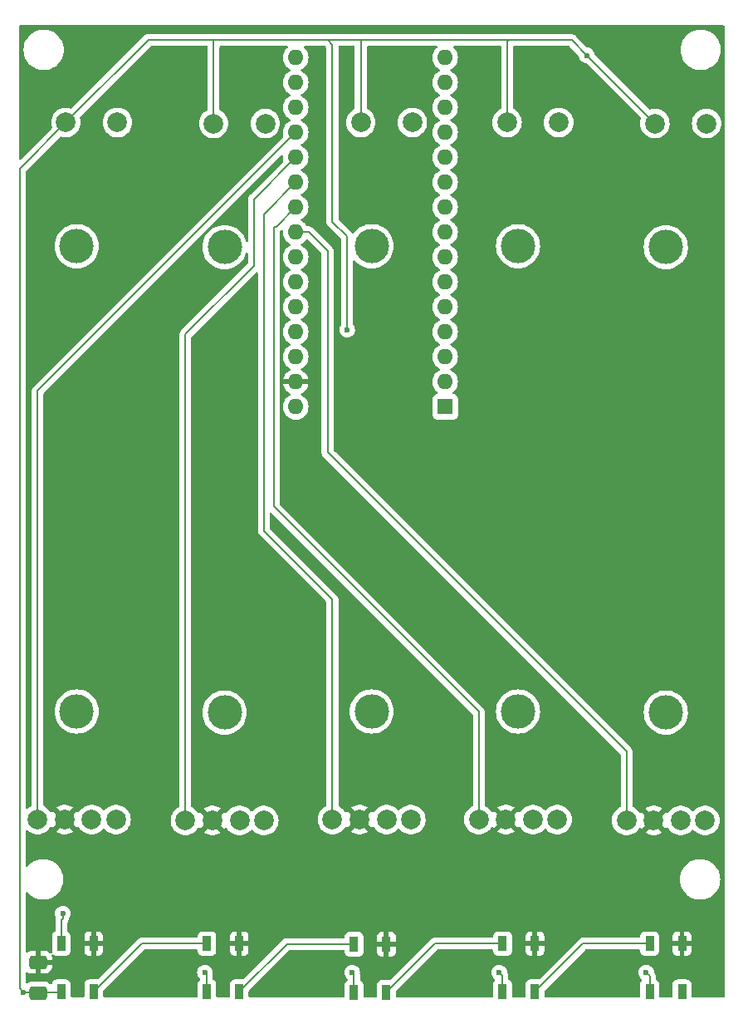
<source format=gtl>
%TF.GenerationSoftware,KiCad,Pcbnew,8.0.0*%
%TF.CreationDate,2024-07-15T16:58:42+02:00*%
%TF.ProjectId,Audio-Controller V2.1.kicad_pcb,41756469-6f2d-4436-9f6e-74726f6c6c65,rev?*%
%TF.SameCoordinates,Original*%
%TF.FileFunction,Copper,L1,Top*%
%TF.FilePolarity,Positive*%
%FSLAX46Y46*%
G04 Gerber Fmt 4.6, Leading zero omitted, Abs format (unit mm)*
G04 Created by KiCad (PCBNEW 8.0.0) date 2024-07-15 16:58:42*
%MOMM*%
%LPD*%
G01*
G04 APERTURE LIST*
G04 Aperture macros list*
%AMRoundRect*
0 Rectangle with rounded corners*
0 $1 Rounding radius*
0 $2 $3 $4 $5 $6 $7 $8 $9 X,Y pos of 4 corners*
0 Add a 4 corners polygon primitive as box body*
4,1,4,$2,$3,$4,$5,$6,$7,$8,$9,$2,$3,0*
0 Add four circle primitives for the rounded corners*
1,1,$1+$1,$2,$3*
1,1,$1+$1,$4,$5*
1,1,$1+$1,$6,$7*
1,1,$1+$1,$8,$9*
0 Add four rect primitives between the rounded corners*
20,1,$1+$1,$2,$3,$4,$5,0*
20,1,$1+$1,$4,$5,$6,$7,0*
20,1,$1+$1,$6,$7,$8,$9,0*
20,1,$1+$1,$8,$9,$2,$3,0*%
G04 Aperture macros list end*
%TA.AperFunction,ComponentPad*%
%ADD10C,2.000000*%
%TD*%
%TA.AperFunction,ComponentPad*%
%ADD11C,3.500000*%
%TD*%
%TA.AperFunction,SMDPad,CuDef*%
%ADD12R,0.900000X1.500000*%
%TD*%
%TA.AperFunction,ComponentPad*%
%ADD13R,1.600000X1.600000*%
%TD*%
%TA.AperFunction,ComponentPad*%
%ADD14O,1.600000X1.600000*%
%TD*%
%TA.AperFunction,SMDPad,CuDef*%
%ADD15RoundRect,0.250000X-0.650000X0.412500X-0.650000X-0.412500X0.650000X-0.412500X0.650000X0.412500X0*%
%TD*%
%TA.AperFunction,ViaPad*%
%ADD16C,0.600000*%
%TD*%
%TA.AperFunction,Conductor*%
%ADD17C,0.200000*%
%TD*%
G04 APERTURE END LIST*
D10*
%TO.P,Double_Slider_Potentiometer5,1,Slider*%
%TO.N,Net-(A1-A4)*%
X110500000Y-98000000D03*
%TO.P,Double_Slider_Potentiometer5,2,0Ohm*%
%TO.N,GND*%
X113262000Y-98000000D03*
%TO.P,Double_Slider_Potentiometer5,3,Slider*%
%TO.N,unconnected-(Double_Slider_Potentiometer5-Slider-Pad3)*%
X116024000Y-98000000D03*
%TO.P,Double_Slider_Potentiometer5,4,0Ohm*%
%TO.N,unconnected-(Double_Slider_Potentiometer5-0Ohm-Pad4)*%
X118500000Y-98000000D03*
%TO.P,Double_Slider_Potentiometer5,5,MaxOhm*%
%TO.N,+5V*%
X113388000Y-27000000D03*
%TO.P,Double_Slider_Potentiometer5,6,MaxOhm*%
%TO.N,unconnected-(Double_Slider_Potentiometer5-MaxOhm-Pad6)*%
X118650000Y-27000000D03*
D11*
%TO.P,Double_Slider_Potentiometer5,7*%
%TO.N,N/C*%
X114500000Y-87000000D03*
%TO.P,Double_Slider_Potentiometer5,8*%
X114500000Y-39600000D03*
%TD*%
D12*
%TO.P,D4,1,VDD*%
%TO.N,+5V*%
X97850000Y-115450000D03*
%TO.P,D4,2,DOUT*%
%TO.N,Net-(D4-DOUT)*%
X101150000Y-115450000D03*
%TO.P,D4,3,VSS*%
%TO.N,GND*%
X101150000Y-110550000D03*
%TO.P,D4,4,DIN*%
%TO.N,Net-(D3-DOUT)*%
X97850000Y-110550000D03*
%TD*%
D13*
%TO.P,A1,1,D1/TX*%
%TO.N,unconnected-(A1-D1{slash}TX-Pad1)*%
X92000000Y-55860000D03*
D14*
%TO.P,A1,2,D0/RX*%
%TO.N,unconnected-(A1-D0{slash}RX-Pad2)*%
X92000000Y-53320000D03*
%TO.P,A1,3,~{RESET}*%
%TO.N,unconnected-(A1-~{RESET}-Pad3)*%
X92000000Y-50780000D03*
%TO.P,A1,4,GND*%
%TO.N,unconnected-(A1-GND-Pad4)*%
X92000000Y-48240000D03*
%TO.P,A1,5,D2*%
%TO.N,unconnected-(A1-D2-Pad5)*%
X92000000Y-45700000D03*
%TO.P,A1,6,D3*%
%TO.N,unconnected-(A1-D3-Pad6)*%
X92000000Y-43160000D03*
%TO.P,A1,7,D4*%
%TO.N,unconnected-(A1-D4-Pad7)*%
X92000000Y-40620000D03*
%TO.P,A1,8,D5*%
%TO.N,unconnected-(A1-D5-Pad8)*%
X92000000Y-38080000D03*
%TO.P,A1,9,D6*%
%TO.N,unconnected-(A1-D6-Pad9)*%
X92000000Y-35540000D03*
%TO.P,A1,10,D7*%
%TO.N,unconnected-(A1-D7-Pad10)*%
X92000000Y-33000000D03*
%TO.P,A1,11,D8*%
%TO.N,Net-(A1-D8)*%
X92000000Y-30460000D03*
%TO.P,A1,12,D9*%
%TO.N,unconnected-(A1-D9-Pad12)*%
X92000000Y-27920000D03*
%TO.P,A1,13,D10*%
%TO.N,unconnected-(A1-D10-Pad13)*%
X92000000Y-25380000D03*
%TO.P,A1,14,D11*%
%TO.N,unconnected-(A1-D11-Pad14)*%
X92000000Y-22840000D03*
%TO.P,A1,15,D12*%
%TO.N,unconnected-(A1-D12-Pad15)*%
X92000000Y-20300000D03*
%TO.P,A1,16,D13*%
%TO.N,unconnected-(A1-D13-Pad16)*%
X76760000Y-20300000D03*
%TO.P,A1,17,3V3*%
%TO.N,unconnected-(A1-3V3-Pad17)*%
X76760000Y-22840000D03*
%TO.P,A1,18,AREF*%
%TO.N,unconnected-(A1-AREF-Pad18)*%
X76760000Y-25380000D03*
%TO.P,A1,19,A0*%
%TO.N,Net-(A1-A0)*%
X76760000Y-27920000D03*
%TO.P,A1,20,A1*%
%TO.N,Net-(A1-A1)*%
X76760000Y-30460000D03*
%TO.P,A1,21,A2*%
%TO.N,Net-(A1-A2)*%
X76760000Y-33000000D03*
%TO.P,A1,22,A3*%
%TO.N,Net-(A1-A3)*%
X76760000Y-35540000D03*
%TO.P,A1,23,A4*%
%TO.N,Net-(A1-A4)*%
X76760000Y-38080000D03*
%TO.P,A1,24,A5*%
%TO.N,unconnected-(A1-A5-Pad24)*%
X76760000Y-40620000D03*
%TO.P,A1,25,A6*%
%TO.N,unconnected-(A1-A6-Pad25)*%
X76760000Y-43160000D03*
%TO.P,A1,26,A7*%
%TO.N,unconnected-(A1-A7-Pad26)*%
X76760000Y-45700000D03*
%TO.P,A1,27,+5V*%
%TO.N,+5V*%
X76760000Y-48240000D03*
%TO.P,A1,28,~{RESET}*%
%TO.N,unconnected-(A1-~{RESET}-Pad28)*%
X76760000Y-50780000D03*
%TO.P,A1,29,GND*%
%TO.N,GND*%
X76760000Y-53320000D03*
%TO.P,A1,30,VIN*%
%TO.N,unconnected-(A1-VIN-Pad30)*%
X76760000Y-55860000D03*
%TD*%
D12*
%TO.P,D2,1,VDD*%
%TO.N,+5V*%
X67700000Y-115450000D03*
%TO.P,D2,2,DOUT*%
%TO.N,Net-(D2-DOUT)*%
X71000000Y-115450000D03*
%TO.P,D2,3,VSS*%
%TO.N,GND*%
X71000000Y-110550000D03*
%TO.P,D2,4,DIN*%
%TO.N,Net-(D1-DOUT)*%
X67700000Y-110550000D03*
%TD*%
%TO.P,D3,1,VDD*%
%TO.N,+5V*%
X82700000Y-115500000D03*
%TO.P,D3,2,DOUT*%
%TO.N,Net-(D3-DOUT)*%
X86000000Y-115500000D03*
%TO.P,D3,3,VSS*%
%TO.N,GND*%
X86000000Y-110600000D03*
%TO.P,D3,4,DIN*%
%TO.N,Net-(D2-DOUT)*%
X82700000Y-110600000D03*
%TD*%
D10*
%TO.P,Double_Slider_Potentiometer2,1,Slider*%
%TO.N,Net-(A1-A1)*%
X65500000Y-98000000D03*
%TO.P,Double_Slider_Potentiometer2,2,0Ohm*%
%TO.N,GND*%
X68262000Y-98000000D03*
%TO.P,Double_Slider_Potentiometer2,3,Slider*%
%TO.N,unconnected-(Double_Slider_Potentiometer2-Slider-Pad3)*%
X71024000Y-98000000D03*
%TO.P,Double_Slider_Potentiometer2,4,0Ohm*%
%TO.N,unconnected-(Double_Slider_Potentiometer2-0Ohm-Pad4)*%
X73500000Y-98000000D03*
%TO.P,Double_Slider_Potentiometer2,5,MaxOhm*%
%TO.N,+5V*%
X68388000Y-27000000D03*
%TO.P,Double_Slider_Potentiometer2,6,MaxOhm*%
%TO.N,unconnected-(Double_Slider_Potentiometer2-MaxOhm-Pad6)*%
X73650000Y-27000000D03*
D11*
%TO.P,Double_Slider_Potentiometer2,7*%
%TO.N,N/C*%
X69500000Y-87000000D03*
%TO.P,Double_Slider_Potentiometer2,8*%
X69500000Y-39600000D03*
%TD*%
D10*
%TO.P,Double_Slider_Potentiometer1,1,Slider*%
%TO.N,Net-(A1-A0)*%
X50425000Y-97900000D03*
%TO.P,Double_Slider_Potentiometer1,2,0Ohm*%
%TO.N,GND*%
X53187000Y-97900000D03*
%TO.P,Double_Slider_Potentiometer1,3,Slider*%
%TO.N,unconnected-(Double_Slider_Potentiometer1-Slider-Pad3)*%
X55949000Y-97900000D03*
%TO.P,Double_Slider_Potentiometer1,4,0Ohm*%
%TO.N,unconnected-(Double_Slider_Potentiometer1-0Ohm-Pad4)*%
X58425000Y-97900000D03*
%TO.P,Double_Slider_Potentiometer1,5,MaxOhm*%
%TO.N,+5V*%
X53313000Y-26900000D03*
%TO.P,Double_Slider_Potentiometer1,6,MaxOhm*%
%TO.N,unconnected-(Double_Slider_Potentiometer1-MaxOhm-Pad6)*%
X58575000Y-26900000D03*
D11*
%TO.P,Double_Slider_Potentiometer1,7*%
%TO.N,N/C*%
X54425000Y-86900000D03*
%TO.P,Double_Slider_Potentiometer1,8*%
X54425000Y-39500000D03*
%TD*%
D12*
%TO.P,D1,1,VDD*%
%TO.N,+5V*%
X52850000Y-115450000D03*
%TO.P,D1,2,DOUT*%
%TO.N,Net-(D1-DOUT)*%
X56150000Y-115450000D03*
%TO.P,D1,3,VSS*%
%TO.N,GND*%
X56150000Y-110550000D03*
%TO.P,D1,4,DIN*%
%TO.N,Net-(A1-D8)*%
X52850000Y-110550000D03*
%TD*%
%TO.P,D5,1,VDD*%
%TO.N,+5V*%
X112850000Y-115450000D03*
%TO.P,D5,2,DOUT*%
%TO.N,unconnected-(D5-DOUT-Pad2)*%
X116150000Y-115450000D03*
%TO.P,D5,3,VSS*%
%TO.N,GND*%
X116150000Y-110550000D03*
%TO.P,D5,4,DIN*%
%TO.N,Net-(D4-DOUT)*%
X112850000Y-110550000D03*
%TD*%
D10*
%TO.P,Double_Slider_Potentiometer4,1,Slider*%
%TO.N,Net-(A1-A3)*%
X95425000Y-97900000D03*
%TO.P,Double_Slider_Potentiometer4,2,0Ohm*%
%TO.N,GND*%
X98187000Y-97900000D03*
%TO.P,Double_Slider_Potentiometer4,3,Slider*%
%TO.N,unconnected-(Double_Slider_Potentiometer4-Slider-Pad3)*%
X100949000Y-97900000D03*
%TO.P,Double_Slider_Potentiometer4,4,0Ohm*%
%TO.N,unconnected-(Double_Slider_Potentiometer4-0Ohm-Pad4)*%
X103425000Y-97900000D03*
%TO.P,Double_Slider_Potentiometer4,5,MaxOhm*%
%TO.N,+5V*%
X98313000Y-26900000D03*
%TO.P,Double_Slider_Potentiometer4,6,MaxOhm*%
%TO.N,unconnected-(Double_Slider_Potentiometer4-MaxOhm-Pad6)*%
X103575000Y-26900000D03*
D11*
%TO.P,Double_Slider_Potentiometer4,7*%
%TO.N,N/C*%
X99425000Y-86900000D03*
%TO.P,Double_Slider_Potentiometer4,8*%
X99425000Y-39500000D03*
%TD*%
D15*
%TO.P,C1,1*%
%TO.N,GND*%
X50500000Y-112437500D03*
%TO.P,C1,2*%
%TO.N,+5V*%
X50500000Y-115562500D03*
%TD*%
D10*
%TO.P,Double_Slider_Potentiometer3,1,Slider*%
%TO.N,Net-(A1-A2)*%
X80500000Y-97900000D03*
%TO.P,Double_Slider_Potentiometer3,2,0Ohm*%
%TO.N,GND*%
X83262000Y-97900000D03*
%TO.P,Double_Slider_Potentiometer3,3,Slider*%
%TO.N,unconnected-(Double_Slider_Potentiometer3-Slider-Pad3)*%
X86024000Y-97900000D03*
%TO.P,Double_Slider_Potentiometer3,4,0Ohm*%
%TO.N,unconnected-(Double_Slider_Potentiometer3-0Ohm-Pad4)*%
X88500000Y-97900000D03*
%TO.P,Double_Slider_Potentiometer3,5,MaxOhm*%
%TO.N,+5V*%
X83388000Y-26900000D03*
%TO.P,Double_Slider_Potentiometer3,6,MaxOhm*%
%TO.N,unconnected-(Double_Slider_Potentiometer3-MaxOhm-Pad6)*%
X88650000Y-26900000D03*
D11*
%TO.P,Double_Slider_Potentiometer3,7*%
%TO.N,N/C*%
X84500000Y-86900000D03*
%TO.P,Double_Slider_Potentiometer3,8*%
X84500000Y-39500000D03*
%TD*%
D16*
%TO.N,Net-(A1-D8)*%
X53000000Y-107500000D03*
%TO.N,GND*%
X62000000Y-31500000D03*
%TO.N,+5V*%
X82500000Y-113500000D03*
X49000000Y-115500000D03*
X97500000Y-113500000D03*
X67500000Y-113500000D03*
X82000000Y-48000000D03*
X112500000Y-113500000D03*
X106444000Y-20056000D03*
%TD*%
D17*
%TO.N,Net-(A1-A4)*%
X110500000Y-91000000D02*
X80000000Y-60500000D01*
X78080000Y-38080000D02*
X76760000Y-38080000D01*
X80000000Y-40000000D02*
X78080000Y-38080000D01*
X110500000Y-98000000D02*
X110500000Y-91000000D01*
X80000000Y-60500000D02*
X80000000Y-40000000D01*
%TO.N,Net-(A1-A1)*%
X72500000Y-41500000D02*
X72500000Y-34720000D01*
X65500000Y-98000000D02*
X65500000Y-48500000D01*
X72500000Y-34720000D02*
X76760000Y-30460000D01*
X65500000Y-48500000D02*
X72500000Y-41500000D01*
%TO.N,Net-(A1-A0)*%
X50425000Y-54255000D02*
X76760000Y-27920000D01*
X50425000Y-97900000D02*
X50425000Y-54255000D01*
%TO.N,Net-(A1-D8)*%
X53000000Y-107500000D02*
X53000000Y-108000000D01*
X53000000Y-108000000D02*
X52850000Y-108150000D01*
X52850000Y-108150000D02*
X52850000Y-110550000D01*
%TO.N,Net-(A1-A2)*%
X73500000Y-36260000D02*
X76760000Y-33000000D01*
X80500000Y-97900000D02*
X80100000Y-97900000D01*
X80100000Y-97900000D02*
X80000000Y-98000000D01*
X80500000Y-97900000D02*
X80500000Y-75500000D01*
X73500000Y-68500000D02*
X73500000Y-36260000D01*
X80500000Y-75500000D02*
X73500000Y-68500000D01*
%TO.N,Net-(A1-A3)*%
X95425000Y-86925000D02*
X95425000Y-97900000D01*
X74500000Y-37500000D02*
X74500000Y-66000000D01*
X76760000Y-35540000D02*
X74800000Y-37500000D01*
X74500000Y-66000000D02*
X95425000Y-86925000D01*
X74800000Y-37500000D02*
X74500000Y-37500000D01*
%TO.N,+5V*%
X112762500Y-115537500D02*
X112850000Y-115450000D01*
X97762500Y-115537500D02*
X97850000Y-115450000D01*
X112500000Y-113500000D02*
X112462500Y-113462500D01*
X82700000Y-115500000D02*
X82700000Y-113700000D01*
X106444000Y-20056000D02*
X113388000Y-27000000D01*
X68388000Y-27000000D02*
X68388000Y-18612000D01*
X83388000Y-18612000D02*
X83500000Y-18500000D01*
X82500000Y-113500000D02*
X82462500Y-113462500D01*
X98500000Y-18500000D02*
X104888000Y-18500000D01*
X67700000Y-113700000D02*
X67500000Y-113500000D01*
X83388000Y-26900000D02*
X83388000Y-18612000D01*
X83500000Y-18500000D02*
X98500000Y-18500000D01*
X68500000Y-18500000D02*
X80000000Y-18500000D01*
X97850000Y-115450000D02*
X97850000Y-113850000D01*
X52850000Y-115450000D02*
X52762500Y-115537500D01*
X98313000Y-18687000D02*
X98500000Y-18500000D01*
X112850000Y-113850000D02*
X112500000Y-113500000D01*
X112850000Y-115450000D02*
X112850000Y-113850000D01*
X68388000Y-18612000D02*
X68500000Y-18500000D01*
X49000000Y-115500000D02*
X48600000Y-115100000D01*
X49037500Y-115537500D02*
X49000000Y-115500000D01*
X82662500Y-115537500D02*
X82700000Y-115500000D01*
X82700000Y-113700000D02*
X82500000Y-113500000D01*
X80000000Y-18500000D02*
X83500000Y-18500000D01*
X98313000Y-26900000D02*
X98313000Y-18687000D01*
X67612500Y-115537500D02*
X67700000Y-115450000D01*
X48600000Y-31613000D02*
X53313000Y-26900000D01*
X80500000Y-37000000D02*
X80500000Y-19000000D01*
X97850000Y-113850000D02*
X97500000Y-113500000D01*
X104888000Y-18500000D02*
X106444000Y-20056000D01*
X48600000Y-115100000D02*
X48600000Y-31613000D01*
X80500000Y-19000000D02*
X80000000Y-18500000D01*
X52762500Y-115537500D02*
X49037500Y-115537500D01*
X67700000Y-115450000D02*
X67700000Y-113700000D01*
X82000000Y-38500000D02*
X80500000Y-37000000D01*
X82000000Y-48000000D02*
X82000000Y-38500000D01*
X53313000Y-26900000D02*
X61713000Y-18500000D01*
X61713000Y-18500000D02*
X68500000Y-18500000D01*
%TO.N,Net-(D1-DOUT)*%
X56150000Y-115450000D02*
X61050000Y-110550000D01*
X61050000Y-110550000D02*
X67700000Y-110550000D01*
%TO.N,Net-(D2-DOUT)*%
X75850000Y-110600000D02*
X82700000Y-110600000D01*
X71000000Y-115450000D02*
X75850000Y-110600000D01*
%TO.N,Net-(D3-DOUT)*%
X86000000Y-115500000D02*
X90950000Y-110550000D01*
X90950000Y-110550000D02*
X97850000Y-110550000D01*
%TO.N,Net-(D4-DOUT)*%
X101150000Y-115450000D02*
X106050000Y-110550000D01*
X106050000Y-110550000D02*
X112850000Y-110550000D01*
%TD*%
%TA.AperFunction,Conductor*%
%TO.N,GND*%
G36*
X120442539Y-17020185D02*
G01*
X120488294Y-17072989D01*
X120499500Y-17124500D01*
X120499500Y-115875500D01*
X120479815Y-115942539D01*
X120427011Y-115988294D01*
X120375500Y-115999500D01*
X117224500Y-115999500D01*
X117157461Y-115979815D01*
X117111706Y-115927011D01*
X117100500Y-115875500D01*
X117100499Y-114652129D01*
X117100498Y-114652123D01*
X117100497Y-114652116D01*
X117094091Y-114592517D01*
X117080951Y-114557288D01*
X117043797Y-114457671D01*
X117043793Y-114457664D01*
X116957547Y-114342455D01*
X116957544Y-114342452D01*
X116842335Y-114256206D01*
X116842328Y-114256202D01*
X116707482Y-114205908D01*
X116707483Y-114205908D01*
X116647883Y-114199501D01*
X116647881Y-114199500D01*
X116647873Y-114199500D01*
X116647864Y-114199500D01*
X115652129Y-114199500D01*
X115652123Y-114199501D01*
X115592516Y-114205908D01*
X115457671Y-114256202D01*
X115457664Y-114256206D01*
X115342455Y-114342452D01*
X115342452Y-114342455D01*
X115256206Y-114457664D01*
X115256202Y-114457671D01*
X115205908Y-114592517D01*
X115199501Y-114652116D01*
X115199500Y-114652127D01*
X115199500Y-115312415D01*
X115199501Y-115875500D01*
X115179816Y-115942539D01*
X115127013Y-115988294D01*
X115075501Y-115999500D01*
X113924500Y-115999500D01*
X113857461Y-115979815D01*
X113811706Y-115927011D01*
X113800500Y-115875500D01*
X113800499Y-114652129D01*
X113800498Y-114652123D01*
X113800497Y-114652116D01*
X113794091Y-114592517D01*
X113780951Y-114557288D01*
X113743797Y-114457671D01*
X113743793Y-114457664D01*
X113657547Y-114342455D01*
X113657544Y-114342452D01*
X113542335Y-114256206D01*
X113542332Y-114256205D01*
X113542331Y-114256204D01*
X113531161Y-114252038D01*
X113475231Y-114210166D01*
X113450816Y-114144701D01*
X113450500Y-114135858D01*
X113450500Y-113939060D01*
X113450501Y-113939047D01*
X113450501Y-113770944D01*
X113450501Y-113770943D01*
X113409577Y-113618216D01*
X113398163Y-113598446D01*
X113330524Y-113481290D01*
X113330521Y-113481287D01*
X113330520Y-113481284D01*
X113330517Y-113481281D01*
X113325574Y-113474839D01*
X113326637Y-113474023D01*
X113297215Y-113420141D01*
X113295163Y-113407684D01*
X113285368Y-113320745D01*
X113225789Y-113150478D01*
X113129816Y-112997738D01*
X113002262Y-112870184D01*
X112849523Y-112774211D01*
X112679254Y-112714631D01*
X112679249Y-112714630D01*
X112500004Y-112694435D01*
X112499996Y-112694435D01*
X112320750Y-112714630D01*
X112320745Y-112714631D01*
X112150476Y-112774211D01*
X111997737Y-112870184D01*
X111870184Y-112997737D01*
X111774211Y-113150476D01*
X111714631Y-113320745D01*
X111714630Y-113320750D01*
X111694435Y-113499996D01*
X111694435Y-113500003D01*
X111714630Y-113679249D01*
X111714631Y-113679254D01*
X111774211Y-113849523D01*
X111870184Y-114002262D01*
X111997737Y-114129815D01*
X111997740Y-114129817D01*
X112024127Y-114146398D01*
X112070418Y-114198733D01*
X112081065Y-114267787D01*
X112052689Y-114331635D01*
X112045840Y-114339068D01*
X112042451Y-114342456D01*
X111956206Y-114457664D01*
X111956202Y-114457671D01*
X111905908Y-114592517D01*
X111899501Y-114652116D01*
X111899500Y-114652127D01*
X111899500Y-115312415D01*
X111899501Y-115875500D01*
X111879816Y-115942539D01*
X111827013Y-115988294D01*
X111775501Y-115999500D01*
X102224500Y-115999500D01*
X102157461Y-115979815D01*
X102111706Y-115927011D01*
X102100500Y-115875500D01*
X102100499Y-115400096D01*
X102120183Y-115333057D01*
X102136813Y-115312420D01*
X106262416Y-111186819D01*
X106323739Y-111153334D01*
X106350097Y-111150500D01*
X111775501Y-111150500D01*
X111842540Y-111170185D01*
X111888295Y-111222989D01*
X111899501Y-111274500D01*
X111899501Y-111347876D01*
X111905908Y-111407483D01*
X111956202Y-111542328D01*
X111956206Y-111542335D01*
X112042452Y-111657544D01*
X112042455Y-111657547D01*
X112157664Y-111743793D01*
X112157671Y-111743797D01*
X112292517Y-111794091D01*
X112292516Y-111794091D01*
X112299444Y-111794835D01*
X112352127Y-111800500D01*
X113347872Y-111800499D01*
X113407483Y-111794091D01*
X113542331Y-111743796D01*
X113657546Y-111657546D01*
X113743796Y-111542331D01*
X113794091Y-111407483D01*
X113800500Y-111347873D01*
X113800499Y-110800000D01*
X115200000Y-110800000D01*
X115200000Y-111347844D01*
X115206401Y-111407372D01*
X115206403Y-111407379D01*
X115256645Y-111542086D01*
X115256649Y-111542093D01*
X115342809Y-111657187D01*
X115342812Y-111657190D01*
X115457906Y-111743350D01*
X115457913Y-111743354D01*
X115592620Y-111793596D01*
X115592627Y-111793598D01*
X115652155Y-111799999D01*
X115652172Y-111800000D01*
X115900000Y-111800000D01*
X115900000Y-110800000D01*
X116400000Y-110800000D01*
X116400000Y-111800000D01*
X116647828Y-111800000D01*
X116647844Y-111799999D01*
X116707372Y-111793598D01*
X116707379Y-111793596D01*
X116842086Y-111743354D01*
X116842093Y-111743350D01*
X116957187Y-111657190D01*
X116957190Y-111657187D01*
X117043350Y-111542093D01*
X117043354Y-111542086D01*
X117093596Y-111407379D01*
X117093598Y-111407372D01*
X117099999Y-111347844D01*
X117100000Y-111347827D01*
X117100000Y-110800000D01*
X116400000Y-110800000D01*
X115900000Y-110800000D01*
X115200000Y-110800000D01*
X113800499Y-110800000D01*
X113800499Y-110300000D01*
X115200000Y-110300000D01*
X115900000Y-110300000D01*
X115900000Y-109300000D01*
X116400000Y-109300000D01*
X116400000Y-110300000D01*
X117100000Y-110300000D01*
X117100000Y-109752172D01*
X117099999Y-109752155D01*
X117093598Y-109692627D01*
X117093596Y-109692620D01*
X117043354Y-109557913D01*
X117043350Y-109557906D01*
X116957190Y-109442812D01*
X116957187Y-109442809D01*
X116842093Y-109356649D01*
X116842086Y-109356645D01*
X116707379Y-109306403D01*
X116707372Y-109306401D01*
X116647844Y-109300000D01*
X116400000Y-109300000D01*
X115900000Y-109300000D01*
X115652155Y-109300000D01*
X115592627Y-109306401D01*
X115592620Y-109306403D01*
X115457913Y-109356645D01*
X115457906Y-109356649D01*
X115342812Y-109442809D01*
X115342809Y-109442812D01*
X115256649Y-109557906D01*
X115256645Y-109557913D01*
X115206403Y-109692620D01*
X115206401Y-109692627D01*
X115200000Y-109752155D01*
X115200000Y-110300000D01*
X113800499Y-110300000D01*
X113800499Y-109752128D01*
X113794091Y-109692517D01*
X113743884Y-109557906D01*
X113743797Y-109557671D01*
X113743793Y-109557664D01*
X113657547Y-109442455D01*
X113657544Y-109442452D01*
X113542335Y-109356206D01*
X113542328Y-109356202D01*
X113407482Y-109305908D01*
X113407483Y-109305908D01*
X113347883Y-109299501D01*
X113347881Y-109299500D01*
X113347873Y-109299500D01*
X113347864Y-109299500D01*
X112352129Y-109299500D01*
X112352123Y-109299501D01*
X112292516Y-109305908D01*
X112157671Y-109356202D01*
X112157664Y-109356206D01*
X112042455Y-109442452D01*
X112042452Y-109442455D01*
X111956206Y-109557664D01*
X111956202Y-109557671D01*
X111905908Y-109692517D01*
X111900533Y-109742516D01*
X111899501Y-109752123D01*
X111899500Y-109752135D01*
X111899500Y-109825500D01*
X111879815Y-109892539D01*
X111827011Y-109938294D01*
X111775500Y-109949500D01*
X105970940Y-109949500D01*
X105930019Y-109960464D01*
X105930019Y-109960465D01*
X105892751Y-109970451D01*
X105818214Y-109990423D01*
X105818209Y-109990426D01*
X105681290Y-110069475D01*
X105681282Y-110069481D01*
X105569478Y-110181286D01*
X101587582Y-114163181D01*
X101526259Y-114196666D01*
X101499901Y-114199500D01*
X100652129Y-114199500D01*
X100652123Y-114199501D01*
X100592516Y-114205908D01*
X100457671Y-114256202D01*
X100457664Y-114256206D01*
X100342455Y-114342452D01*
X100342452Y-114342455D01*
X100256206Y-114457664D01*
X100256202Y-114457671D01*
X100205908Y-114592517D01*
X100199501Y-114652116D01*
X100199500Y-114652127D01*
X100199500Y-115312415D01*
X100199501Y-115875500D01*
X100179816Y-115942539D01*
X100127013Y-115988294D01*
X100075501Y-115999500D01*
X98924500Y-115999500D01*
X98857461Y-115979815D01*
X98811706Y-115927011D01*
X98800500Y-115875500D01*
X98800499Y-114652129D01*
X98800498Y-114652123D01*
X98800497Y-114652116D01*
X98794091Y-114592517D01*
X98780951Y-114557288D01*
X98743797Y-114457671D01*
X98743793Y-114457664D01*
X98657547Y-114342455D01*
X98657544Y-114342452D01*
X98542335Y-114256206D01*
X98542332Y-114256205D01*
X98542331Y-114256204D01*
X98531161Y-114252038D01*
X98475231Y-114210166D01*
X98450816Y-114144701D01*
X98450500Y-114135858D01*
X98450500Y-113939060D01*
X98450501Y-113939047D01*
X98450501Y-113770944D01*
X98450501Y-113770943D01*
X98409577Y-113618216D01*
X98398163Y-113598446D01*
X98330524Y-113481290D01*
X98330521Y-113481287D01*
X98330520Y-113481284D01*
X98330517Y-113481281D01*
X98325574Y-113474839D01*
X98326637Y-113474023D01*
X98297215Y-113420141D01*
X98295163Y-113407684D01*
X98285368Y-113320745D01*
X98225789Y-113150478D01*
X98129816Y-112997738D01*
X98002262Y-112870184D01*
X97849523Y-112774211D01*
X97679254Y-112714631D01*
X97679249Y-112714630D01*
X97500004Y-112694435D01*
X97499996Y-112694435D01*
X97320750Y-112714630D01*
X97320745Y-112714631D01*
X97150476Y-112774211D01*
X96997737Y-112870184D01*
X96870184Y-112997737D01*
X96774211Y-113150476D01*
X96714631Y-113320745D01*
X96714630Y-113320750D01*
X96694435Y-113499996D01*
X96694435Y-113500003D01*
X96714630Y-113679249D01*
X96714631Y-113679254D01*
X96774211Y-113849523D01*
X96870184Y-114002262D01*
X96997737Y-114129815D01*
X96997740Y-114129817D01*
X97024127Y-114146398D01*
X97070418Y-114198733D01*
X97081065Y-114267787D01*
X97052689Y-114331635D01*
X97045840Y-114339068D01*
X97042451Y-114342456D01*
X96956206Y-114457664D01*
X96956202Y-114457671D01*
X96905908Y-114592517D01*
X96899501Y-114652116D01*
X96899500Y-114652127D01*
X96899500Y-115312415D01*
X96899501Y-115875500D01*
X96879816Y-115942539D01*
X96827013Y-115988294D01*
X96775501Y-115999500D01*
X87074500Y-115999500D01*
X87007461Y-115979815D01*
X86961706Y-115927011D01*
X86950500Y-115875500D01*
X86950499Y-115450096D01*
X86970183Y-115383057D01*
X86986813Y-115362420D01*
X91162416Y-111186819D01*
X91223739Y-111153334D01*
X91250097Y-111150500D01*
X96775501Y-111150500D01*
X96842540Y-111170185D01*
X96888295Y-111222989D01*
X96899501Y-111274500D01*
X96899501Y-111347876D01*
X96905908Y-111407483D01*
X96956202Y-111542328D01*
X96956206Y-111542335D01*
X97042452Y-111657544D01*
X97042455Y-111657547D01*
X97157664Y-111743793D01*
X97157671Y-111743797D01*
X97292517Y-111794091D01*
X97292516Y-111794091D01*
X97299444Y-111794835D01*
X97352127Y-111800500D01*
X98347872Y-111800499D01*
X98407483Y-111794091D01*
X98542331Y-111743796D01*
X98657546Y-111657546D01*
X98743796Y-111542331D01*
X98794091Y-111407483D01*
X98800500Y-111347873D01*
X98800499Y-110800000D01*
X100200000Y-110800000D01*
X100200000Y-111347844D01*
X100206401Y-111407372D01*
X100206403Y-111407379D01*
X100256645Y-111542086D01*
X100256649Y-111542093D01*
X100342809Y-111657187D01*
X100342812Y-111657190D01*
X100457906Y-111743350D01*
X100457913Y-111743354D01*
X100592620Y-111793596D01*
X100592627Y-111793598D01*
X100652155Y-111799999D01*
X100652172Y-111800000D01*
X100900000Y-111800000D01*
X100900000Y-110800000D01*
X101400000Y-110800000D01*
X101400000Y-111800000D01*
X101647828Y-111800000D01*
X101647844Y-111799999D01*
X101707372Y-111793598D01*
X101707379Y-111793596D01*
X101842086Y-111743354D01*
X101842093Y-111743350D01*
X101957187Y-111657190D01*
X101957190Y-111657187D01*
X102043350Y-111542093D01*
X102043354Y-111542086D01*
X102093596Y-111407379D01*
X102093598Y-111407372D01*
X102099999Y-111347844D01*
X102100000Y-111347827D01*
X102100000Y-110800000D01*
X101400000Y-110800000D01*
X100900000Y-110800000D01*
X100200000Y-110800000D01*
X98800499Y-110800000D01*
X98800499Y-110300000D01*
X100200000Y-110300000D01*
X100900000Y-110300000D01*
X100900000Y-109300000D01*
X101400000Y-109300000D01*
X101400000Y-110300000D01*
X102100000Y-110300000D01*
X102100000Y-109752172D01*
X102099999Y-109752155D01*
X102093598Y-109692627D01*
X102093596Y-109692620D01*
X102043354Y-109557913D01*
X102043350Y-109557906D01*
X101957190Y-109442812D01*
X101957187Y-109442809D01*
X101842093Y-109356649D01*
X101842086Y-109356645D01*
X101707379Y-109306403D01*
X101707372Y-109306401D01*
X101647844Y-109300000D01*
X101400000Y-109300000D01*
X100900000Y-109300000D01*
X100652155Y-109300000D01*
X100592627Y-109306401D01*
X100592620Y-109306403D01*
X100457913Y-109356645D01*
X100457906Y-109356649D01*
X100342812Y-109442809D01*
X100342809Y-109442812D01*
X100256649Y-109557906D01*
X100256645Y-109557913D01*
X100206403Y-109692620D01*
X100206401Y-109692627D01*
X100200000Y-109752155D01*
X100200000Y-110300000D01*
X98800499Y-110300000D01*
X98800499Y-109752128D01*
X98794091Y-109692517D01*
X98743884Y-109557906D01*
X98743797Y-109557671D01*
X98743793Y-109557664D01*
X98657547Y-109442455D01*
X98657544Y-109442452D01*
X98542335Y-109356206D01*
X98542328Y-109356202D01*
X98407482Y-109305908D01*
X98407483Y-109305908D01*
X98347883Y-109299501D01*
X98347881Y-109299500D01*
X98347873Y-109299500D01*
X98347864Y-109299500D01*
X97352129Y-109299500D01*
X97352123Y-109299501D01*
X97292516Y-109305908D01*
X97157671Y-109356202D01*
X97157664Y-109356206D01*
X97042455Y-109442452D01*
X97042452Y-109442455D01*
X96956206Y-109557664D01*
X96956202Y-109557671D01*
X96905908Y-109692517D01*
X96900533Y-109742516D01*
X96899501Y-109752123D01*
X96899500Y-109752135D01*
X96899500Y-109825500D01*
X96879815Y-109892539D01*
X96827011Y-109938294D01*
X96775500Y-109949500D01*
X91029057Y-109949500D01*
X90870943Y-109949500D01*
X90718215Y-109990423D01*
X90718214Y-109990423D01*
X90718212Y-109990424D01*
X90718209Y-109990425D01*
X90668096Y-110019359D01*
X90668095Y-110019360D01*
X90631613Y-110040423D01*
X90581285Y-110069479D01*
X90581282Y-110069481D01*
X90469478Y-110181286D01*
X86437582Y-114213181D01*
X86376259Y-114246666D01*
X86349901Y-114249500D01*
X85502129Y-114249500D01*
X85502123Y-114249501D01*
X85442516Y-114255908D01*
X85307671Y-114306202D01*
X85307664Y-114306206D01*
X85192455Y-114392452D01*
X85192452Y-114392455D01*
X85106206Y-114507664D01*
X85106202Y-114507671D01*
X85055908Y-114642517D01*
X85052347Y-114675645D01*
X85049500Y-114702127D01*
X85049500Y-115348735D01*
X85049501Y-115875500D01*
X85029816Y-115942539D01*
X84977013Y-115988294D01*
X84925501Y-115999500D01*
X83774500Y-115999500D01*
X83707461Y-115979815D01*
X83661706Y-115927011D01*
X83650500Y-115875500D01*
X83650499Y-114702129D01*
X83650498Y-114702123D01*
X83650497Y-114702116D01*
X83644091Y-114642517D01*
X83625442Y-114592517D01*
X83593797Y-114507671D01*
X83593793Y-114507664D01*
X83507547Y-114392455D01*
X83507544Y-114392452D01*
X83392335Y-114306206D01*
X83392332Y-114306205D01*
X83392331Y-114306204D01*
X83381161Y-114302038D01*
X83325231Y-114260166D01*
X83300816Y-114194701D01*
X83300500Y-114185858D01*
X83300500Y-113789060D01*
X83300501Y-113789047D01*
X83300501Y-113620940D01*
X83299440Y-113612881D01*
X83299924Y-113612817D01*
X83297099Y-113575129D01*
X83305565Y-113500000D01*
X83305565Y-113499996D01*
X83285369Y-113320750D01*
X83285368Y-113320745D01*
X83284528Y-113318345D01*
X83225789Y-113150478D01*
X83129816Y-112997738D01*
X83002262Y-112870184D01*
X82849523Y-112774211D01*
X82679254Y-112714631D01*
X82679249Y-112714630D01*
X82500004Y-112694435D01*
X82499996Y-112694435D01*
X82320750Y-112714630D01*
X82320745Y-112714631D01*
X82150476Y-112774211D01*
X81997737Y-112870184D01*
X81870184Y-112997737D01*
X81774211Y-113150476D01*
X81714631Y-113320745D01*
X81714630Y-113320750D01*
X81694435Y-113499996D01*
X81694435Y-113500003D01*
X81714630Y-113679249D01*
X81714631Y-113679254D01*
X81774211Y-113849523D01*
X81870184Y-114002262D01*
X82001674Y-114133752D01*
X82035159Y-114195075D01*
X82030175Y-114264767D01*
X81988305Y-114320699D01*
X81892452Y-114392455D01*
X81806206Y-114507664D01*
X81806202Y-114507671D01*
X81755908Y-114642517D01*
X81752347Y-114675645D01*
X81749500Y-114702127D01*
X81749500Y-115348735D01*
X81749501Y-115875500D01*
X81729816Y-115942539D01*
X81677013Y-115988294D01*
X81625501Y-115999500D01*
X72074500Y-115999500D01*
X72007461Y-115979815D01*
X71961706Y-115927011D01*
X71950500Y-115875500D01*
X71950499Y-115400096D01*
X71970183Y-115333057D01*
X71986813Y-115312420D01*
X76062417Y-111236819D01*
X76123740Y-111203334D01*
X76150098Y-111200500D01*
X81625501Y-111200500D01*
X81692540Y-111220185D01*
X81738295Y-111272989D01*
X81749501Y-111324500D01*
X81749501Y-111397876D01*
X81755908Y-111457483D01*
X81806202Y-111592328D01*
X81806206Y-111592335D01*
X81892452Y-111707544D01*
X81892455Y-111707547D01*
X82007664Y-111793793D01*
X82007671Y-111793797D01*
X82142517Y-111844091D01*
X82142516Y-111844091D01*
X82149444Y-111844835D01*
X82202127Y-111850500D01*
X83197872Y-111850499D01*
X83257483Y-111844091D01*
X83392331Y-111793796D01*
X83507546Y-111707546D01*
X83593796Y-111592331D01*
X83644091Y-111457483D01*
X83650500Y-111397873D01*
X83650499Y-110850000D01*
X85050000Y-110850000D01*
X85050000Y-111397844D01*
X85056401Y-111457372D01*
X85056403Y-111457379D01*
X85106645Y-111592086D01*
X85106649Y-111592093D01*
X85192809Y-111707187D01*
X85192812Y-111707190D01*
X85307906Y-111793350D01*
X85307913Y-111793354D01*
X85442620Y-111843596D01*
X85442627Y-111843598D01*
X85502155Y-111849999D01*
X85502172Y-111850000D01*
X85750000Y-111850000D01*
X85750000Y-110850000D01*
X86250000Y-110850000D01*
X86250000Y-111850000D01*
X86497828Y-111850000D01*
X86497844Y-111849999D01*
X86557372Y-111843598D01*
X86557379Y-111843596D01*
X86692086Y-111793354D01*
X86692093Y-111793350D01*
X86807187Y-111707190D01*
X86807190Y-111707187D01*
X86893350Y-111592093D01*
X86893354Y-111592086D01*
X86943596Y-111457379D01*
X86943598Y-111457372D01*
X86949999Y-111397844D01*
X86950000Y-111397827D01*
X86950000Y-110850000D01*
X86250000Y-110850000D01*
X85750000Y-110850000D01*
X85050000Y-110850000D01*
X83650499Y-110850000D01*
X83650499Y-110350000D01*
X85050000Y-110350000D01*
X85750000Y-110350000D01*
X85750000Y-109350000D01*
X86250000Y-109350000D01*
X86250000Y-110350000D01*
X86950000Y-110350000D01*
X86950000Y-109802172D01*
X86949999Y-109802155D01*
X86943598Y-109742627D01*
X86943596Y-109742620D01*
X86893354Y-109607913D01*
X86893350Y-109607906D01*
X86807190Y-109492812D01*
X86807187Y-109492809D01*
X86692093Y-109406649D01*
X86692086Y-109406645D01*
X86557379Y-109356403D01*
X86557372Y-109356401D01*
X86497844Y-109350000D01*
X86250000Y-109350000D01*
X85750000Y-109350000D01*
X85502155Y-109350000D01*
X85442627Y-109356401D01*
X85442620Y-109356403D01*
X85307913Y-109406645D01*
X85307906Y-109406649D01*
X85192812Y-109492809D01*
X85192809Y-109492812D01*
X85106649Y-109607906D01*
X85106645Y-109607913D01*
X85056403Y-109742620D01*
X85056401Y-109742627D01*
X85050000Y-109802155D01*
X85050000Y-110350000D01*
X83650499Y-110350000D01*
X83650499Y-109802128D01*
X83644091Y-109742517D01*
X83625483Y-109692627D01*
X83593797Y-109607671D01*
X83593793Y-109607664D01*
X83507547Y-109492455D01*
X83507544Y-109492452D01*
X83392335Y-109406206D01*
X83392328Y-109406202D01*
X83257482Y-109355908D01*
X83257483Y-109355908D01*
X83197883Y-109349501D01*
X83197881Y-109349500D01*
X83197873Y-109349500D01*
X83197864Y-109349500D01*
X82202129Y-109349500D01*
X82202123Y-109349501D01*
X82142516Y-109355908D01*
X82007671Y-109406202D01*
X82007664Y-109406206D01*
X81892455Y-109492452D01*
X81892452Y-109492455D01*
X81806206Y-109607664D01*
X81806202Y-109607671D01*
X81755908Y-109742517D01*
X81749501Y-109802116D01*
X81749501Y-109802123D01*
X81749500Y-109802135D01*
X81749500Y-109875500D01*
X81729815Y-109942539D01*
X81677011Y-109988294D01*
X81625500Y-109999500D01*
X75936670Y-109999500D01*
X75936654Y-109999499D01*
X75929058Y-109999499D01*
X75770943Y-109999499D01*
X75696826Y-110019359D01*
X75618214Y-110040423D01*
X75618209Y-110040426D01*
X75481290Y-110119475D01*
X75481282Y-110119481D01*
X71437582Y-114163181D01*
X71376259Y-114196666D01*
X71349901Y-114199500D01*
X70502129Y-114199500D01*
X70502123Y-114199501D01*
X70442516Y-114205908D01*
X70307671Y-114256202D01*
X70307664Y-114256206D01*
X70192455Y-114342452D01*
X70192452Y-114342455D01*
X70106206Y-114457664D01*
X70106202Y-114457671D01*
X70055908Y-114592517D01*
X70049501Y-114652116D01*
X70049500Y-114652127D01*
X70049500Y-115312415D01*
X70049501Y-115875500D01*
X70029816Y-115942539D01*
X69977013Y-115988294D01*
X69925501Y-115999500D01*
X68774500Y-115999500D01*
X68707461Y-115979815D01*
X68661706Y-115927011D01*
X68650500Y-115875500D01*
X68650499Y-114652129D01*
X68650498Y-114652123D01*
X68650497Y-114652116D01*
X68644091Y-114592517D01*
X68630951Y-114557288D01*
X68593797Y-114457671D01*
X68593793Y-114457664D01*
X68507547Y-114342455D01*
X68507544Y-114342452D01*
X68392335Y-114256206D01*
X68392332Y-114256205D01*
X68392331Y-114256204D01*
X68381161Y-114252038D01*
X68325231Y-114210166D01*
X68300816Y-114144701D01*
X68300500Y-114135858D01*
X68300500Y-113789060D01*
X68300501Y-113789047D01*
X68300501Y-113620940D01*
X68299440Y-113612881D01*
X68299924Y-113612817D01*
X68297099Y-113575129D01*
X68305565Y-113500000D01*
X68305565Y-113499996D01*
X68285369Y-113320750D01*
X68285368Y-113320745D01*
X68284528Y-113318345D01*
X68225789Y-113150478D01*
X68129816Y-112997738D01*
X68002262Y-112870184D01*
X67849523Y-112774211D01*
X67679254Y-112714631D01*
X67679249Y-112714630D01*
X67500004Y-112694435D01*
X67499996Y-112694435D01*
X67320750Y-112714630D01*
X67320745Y-112714631D01*
X67150476Y-112774211D01*
X66997737Y-112870184D01*
X66870184Y-112997737D01*
X66774211Y-113150476D01*
X66714631Y-113320745D01*
X66714630Y-113320750D01*
X66694435Y-113499996D01*
X66694435Y-113500003D01*
X66714630Y-113679249D01*
X66714631Y-113679254D01*
X66774211Y-113849523D01*
X66870184Y-114002262D01*
X66973080Y-114105158D01*
X67006565Y-114166481D01*
X67001581Y-114236173D01*
X66959711Y-114292105D01*
X66892452Y-114342455D01*
X66806206Y-114457664D01*
X66806202Y-114457671D01*
X66755908Y-114592517D01*
X66749501Y-114652116D01*
X66749500Y-114652127D01*
X66749500Y-115312415D01*
X66749501Y-115875500D01*
X66729816Y-115942539D01*
X66677013Y-115988294D01*
X66625501Y-115999500D01*
X57224500Y-115999500D01*
X57157461Y-115979815D01*
X57111706Y-115927011D01*
X57100500Y-115875500D01*
X57100499Y-115400096D01*
X57120183Y-115333057D01*
X57136813Y-115312420D01*
X61262416Y-111186819D01*
X61323739Y-111153334D01*
X61350097Y-111150500D01*
X66625501Y-111150500D01*
X66692540Y-111170185D01*
X66738295Y-111222989D01*
X66749501Y-111274500D01*
X66749501Y-111347876D01*
X66755908Y-111407483D01*
X66806202Y-111542328D01*
X66806206Y-111542335D01*
X66892452Y-111657544D01*
X66892455Y-111657547D01*
X67007664Y-111743793D01*
X67007671Y-111743797D01*
X67142517Y-111794091D01*
X67142516Y-111794091D01*
X67149444Y-111794835D01*
X67202127Y-111800500D01*
X68197872Y-111800499D01*
X68257483Y-111794091D01*
X68392331Y-111743796D01*
X68507546Y-111657546D01*
X68593796Y-111542331D01*
X68644091Y-111407483D01*
X68650500Y-111347873D01*
X68650499Y-110800000D01*
X70050000Y-110800000D01*
X70050000Y-111347844D01*
X70056401Y-111407372D01*
X70056403Y-111407379D01*
X70106645Y-111542086D01*
X70106649Y-111542093D01*
X70192809Y-111657187D01*
X70192812Y-111657190D01*
X70307906Y-111743350D01*
X70307913Y-111743354D01*
X70442620Y-111793596D01*
X70442627Y-111793598D01*
X70502155Y-111799999D01*
X70502172Y-111800000D01*
X70750000Y-111800000D01*
X70750000Y-110800000D01*
X71250000Y-110800000D01*
X71250000Y-111800000D01*
X71497828Y-111800000D01*
X71497844Y-111799999D01*
X71557372Y-111793598D01*
X71557379Y-111793596D01*
X71692086Y-111743354D01*
X71692093Y-111743350D01*
X71807187Y-111657190D01*
X71807190Y-111657187D01*
X71893350Y-111542093D01*
X71893354Y-111542086D01*
X71943596Y-111407379D01*
X71943598Y-111407372D01*
X71949999Y-111347844D01*
X71950000Y-111347827D01*
X71950000Y-110800000D01*
X71250000Y-110800000D01*
X70750000Y-110800000D01*
X70050000Y-110800000D01*
X68650499Y-110800000D01*
X68650499Y-110300000D01*
X70050000Y-110300000D01*
X70750000Y-110300000D01*
X70750000Y-109300000D01*
X71250000Y-109300000D01*
X71250000Y-110300000D01*
X71950000Y-110300000D01*
X71950000Y-109752172D01*
X71949999Y-109752155D01*
X71943598Y-109692627D01*
X71943596Y-109692620D01*
X71893354Y-109557913D01*
X71893350Y-109557906D01*
X71807190Y-109442812D01*
X71807187Y-109442809D01*
X71692093Y-109356649D01*
X71692086Y-109356645D01*
X71557379Y-109306403D01*
X71557372Y-109306401D01*
X71497844Y-109300000D01*
X71250000Y-109300000D01*
X70750000Y-109300000D01*
X70502155Y-109300000D01*
X70442627Y-109306401D01*
X70442620Y-109306403D01*
X70307913Y-109356645D01*
X70307906Y-109356649D01*
X70192812Y-109442809D01*
X70192809Y-109442812D01*
X70106649Y-109557906D01*
X70106645Y-109557913D01*
X70056403Y-109692620D01*
X70056401Y-109692627D01*
X70050000Y-109752155D01*
X70050000Y-110300000D01*
X68650499Y-110300000D01*
X68650499Y-109752128D01*
X68644091Y-109692517D01*
X68593884Y-109557906D01*
X68593797Y-109557671D01*
X68593793Y-109557664D01*
X68507547Y-109442455D01*
X68507544Y-109442452D01*
X68392335Y-109356206D01*
X68392328Y-109356202D01*
X68257482Y-109305908D01*
X68257483Y-109305908D01*
X68197883Y-109299501D01*
X68197881Y-109299500D01*
X68197873Y-109299500D01*
X68197864Y-109299500D01*
X67202129Y-109299500D01*
X67202123Y-109299501D01*
X67142516Y-109305908D01*
X67007671Y-109356202D01*
X67007664Y-109356206D01*
X66892455Y-109442452D01*
X66892452Y-109442455D01*
X66806206Y-109557664D01*
X66806202Y-109557671D01*
X66755908Y-109692517D01*
X66750533Y-109742516D01*
X66749501Y-109752123D01*
X66749500Y-109752135D01*
X66749500Y-109825500D01*
X66729815Y-109892539D01*
X66677011Y-109938294D01*
X66625500Y-109949500D01*
X60970940Y-109949500D01*
X60930019Y-109960464D01*
X60930019Y-109960465D01*
X60892751Y-109970451D01*
X60818214Y-109990423D01*
X60818209Y-109990426D01*
X60681290Y-110069475D01*
X60681282Y-110069481D01*
X60569478Y-110181286D01*
X56587582Y-114163181D01*
X56526259Y-114196666D01*
X56499901Y-114199500D01*
X55652129Y-114199500D01*
X55652123Y-114199501D01*
X55592516Y-114205908D01*
X55457671Y-114256202D01*
X55457664Y-114256206D01*
X55342455Y-114342452D01*
X55342452Y-114342455D01*
X55256206Y-114457664D01*
X55256202Y-114457671D01*
X55205908Y-114592517D01*
X55199501Y-114652116D01*
X55199500Y-114652127D01*
X55199500Y-115312415D01*
X55199501Y-115875500D01*
X55179816Y-115942539D01*
X55127013Y-115988294D01*
X55075501Y-115999500D01*
X53924500Y-115999500D01*
X53857461Y-115979815D01*
X53811706Y-115927011D01*
X53800500Y-115875500D01*
X53800499Y-114652129D01*
X53800498Y-114652123D01*
X53800497Y-114652116D01*
X53794091Y-114592517D01*
X53780951Y-114557288D01*
X53743797Y-114457671D01*
X53743793Y-114457664D01*
X53657547Y-114342455D01*
X53657544Y-114342452D01*
X53542335Y-114256206D01*
X53542328Y-114256202D01*
X53407482Y-114205908D01*
X53407483Y-114205908D01*
X53347883Y-114199501D01*
X53347881Y-114199500D01*
X53347873Y-114199500D01*
X53347864Y-114199500D01*
X52352129Y-114199500D01*
X52352123Y-114199501D01*
X52292516Y-114205908D01*
X52157671Y-114256202D01*
X52157664Y-114256206D01*
X52042455Y-114342452D01*
X52042452Y-114342455D01*
X51956206Y-114457664D01*
X51956202Y-114457671D01*
X51904873Y-114595294D01*
X51863002Y-114651228D01*
X51797538Y-114675645D01*
X51729265Y-114660794D01*
X51701010Y-114639642D01*
X51618657Y-114557289D01*
X51618656Y-114557288D01*
X51469334Y-114465186D01*
X51302797Y-114410001D01*
X51302795Y-114410000D01*
X51200010Y-114399500D01*
X49799998Y-114399500D01*
X49799981Y-114399501D01*
X49697203Y-114410000D01*
X49697200Y-114410001D01*
X49530668Y-114465185D01*
X49530659Y-114465189D01*
X49389596Y-114552198D01*
X49322204Y-114570638D01*
X49255541Y-114549715D01*
X49210771Y-114496073D01*
X49200500Y-114446659D01*
X49200500Y-113552753D01*
X49220185Y-113485714D01*
X49272989Y-113439959D01*
X49342147Y-113430015D01*
X49389597Y-113447215D01*
X49530869Y-113534353D01*
X49530880Y-113534358D01*
X49697302Y-113589505D01*
X49697309Y-113589506D01*
X49800019Y-113599999D01*
X50249999Y-113599999D01*
X50250000Y-113599998D01*
X50250000Y-112687500D01*
X50750000Y-112687500D01*
X50750000Y-113599999D01*
X51199972Y-113599999D01*
X51199986Y-113599998D01*
X51302697Y-113589505D01*
X51469119Y-113534358D01*
X51469124Y-113534356D01*
X51618345Y-113442315D01*
X51742315Y-113318345D01*
X51834356Y-113169124D01*
X51834358Y-113169119D01*
X51889505Y-113002697D01*
X51889506Y-113002690D01*
X51899999Y-112899986D01*
X51900000Y-112899973D01*
X51900000Y-112687500D01*
X50750000Y-112687500D01*
X50250000Y-112687500D01*
X50250000Y-112187500D01*
X50750000Y-112187500D01*
X51899999Y-112187500D01*
X51899999Y-111975028D01*
X51899998Y-111975013D01*
X51889505Y-111872301D01*
X51868688Y-111809481D01*
X51866285Y-111739652D01*
X51902016Y-111679610D01*
X51964536Y-111648417D01*
X52033995Y-111655976D01*
X52060704Y-111671208D01*
X52157669Y-111743796D01*
X52157670Y-111743796D01*
X52157671Y-111743797D01*
X52292517Y-111794091D01*
X52292516Y-111794091D01*
X52299444Y-111794835D01*
X52352127Y-111800500D01*
X53347872Y-111800499D01*
X53407483Y-111794091D01*
X53542331Y-111743796D01*
X53657546Y-111657546D01*
X53743796Y-111542331D01*
X53794091Y-111407483D01*
X53800500Y-111347873D01*
X53800499Y-110800000D01*
X55200000Y-110800000D01*
X55200000Y-111347844D01*
X55206401Y-111407372D01*
X55206403Y-111407379D01*
X55256645Y-111542086D01*
X55256649Y-111542093D01*
X55342809Y-111657187D01*
X55342812Y-111657190D01*
X55457906Y-111743350D01*
X55457913Y-111743354D01*
X55592620Y-111793596D01*
X55592627Y-111793598D01*
X55652155Y-111799999D01*
X55652172Y-111800000D01*
X55900000Y-111800000D01*
X55900000Y-110800000D01*
X56400000Y-110800000D01*
X56400000Y-111800000D01*
X56647828Y-111800000D01*
X56647844Y-111799999D01*
X56707372Y-111793598D01*
X56707379Y-111793596D01*
X56842086Y-111743354D01*
X56842093Y-111743350D01*
X56957187Y-111657190D01*
X56957190Y-111657187D01*
X57043350Y-111542093D01*
X57043354Y-111542086D01*
X57093596Y-111407379D01*
X57093598Y-111407372D01*
X57099999Y-111347844D01*
X57100000Y-111347827D01*
X57100000Y-110800000D01*
X56400000Y-110800000D01*
X55900000Y-110800000D01*
X55200000Y-110800000D01*
X53800499Y-110800000D01*
X53800499Y-110300000D01*
X55200000Y-110300000D01*
X55900000Y-110300000D01*
X55900000Y-109300000D01*
X56400000Y-109300000D01*
X56400000Y-110300000D01*
X57100000Y-110300000D01*
X57100000Y-109752172D01*
X57099999Y-109752155D01*
X57093598Y-109692627D01*
X57093596Y-109692620D01*
X57043354Y-109557913D01*
X57043350Y-109557906D01*
X56957190Y-109442812D01*
X56957187Y-109442809D01*
X56842093Y-109356649D01*
X56842086Y-109356645D01*
X56707379Y-109306403D01*
X56707372Y-109306401D01*
X56647844Y-109300000D01*
X56400000Y-109300000D01*
X55900000Y-109300000D01*
X55652155Y-109300000D01*
X55592627Y-109306401D01*
X55592620Y-109306403D01*
X55457913Y-109356645D01*
X55457906Y-109356649D01*
X55342812Y-109442809D01*
X55342809Y-109442812D01*
X55256649Y-109557906D01*
X55256645Y-109557913D01*
X55206403Y-109692620D01*
X55206401Y-109692627D01*
X55200000Y-109752155D01*
X55200000Y-110300000D01*
X53800499Y-110300000D01*
X53800499Y-109752128D01*
X53794091Y-109692517D01*
X53743884Y-109557906D01*
X53743797Y-109557671D01*
X53743793Y-109557664D01*
X53657547Y-109442455D01*
X53657544Y-109442452D01*
X53542335Y-109356206D01*
X53542332Y-109356205D01*
X53542331Y-109356204D01*
X53531161Y-109352038D01*
X53475231Y-109310166D01*
X53450816Y-109244701D01*
X53450500Y-109235858D01*
X53450500Y-108449931D01*
X53470185Y-108382892D01*
X53476122Y-108374447D01*
X53480514Y-108368721D01*
X53480520Y-108368716D01*
X53530639Y-108281904D01*
X53559577Y-108231785D01*
X53600501Y-108079057D01*
X53600501Y-108079054D01*
X53601562Y-108070997D01*
X53603767Y-108071287D01*
X53620186Y-108015371D01*
X53627559Y-108005091D01*
X53629809Y-108002268D01*
X53629816Y-108002262D01*
X53725789Y-107849522D01*
X53785368Y-107679255D01*
X53805565Y-107500000D01*
X53785368Y-107320745D01*
X53725789Y-107150478D01*
X53629816Y-106997738D01*
X53502262Y-106870184D01*
X53349523Y-106774211D01*
X53179254Y-106714631D01*
X53179249Y-106714630D01*
X53000004Y-106694435D01*
X52999996Y-106694435D01*
X52820750Y-106714630D01*
X52820745Y-106714631D01*
X52650476Y-106774211D01*
X52497737Y-106870184D01*
X52370184Y-106997737D01*
X52274211Y-107150476D01*
X52214631Y-107320745D01*
X52214630Y-107320750D01*
X52194435Y-107499996D01*
X52194435Y-107500003D01*
X52214630Y-107679249D01*
X52214633Y-107679262D01*
X52274209Y-107849518D01*
X52276491Y-107854257D01*
X52287842Y-107923198D01*
X52284545Y-107940150D01*
X52249499Y-108070943D01*
X52249499Y-108239046D01*
X52249500Y-108239059D01*
X52249500Y-109235858D01*
X52229815Y-109302897D01*
X52177011Y-109348652D01*
X52168847Y-109352034D01*
X52157669Y-109356204D01*
X52157664Y-109356206D01*
X52042455Y-109442452D01*
X52042452Y-109442455D01*
X51956206Y-109557664D01*
X51956202Y-109557671D01*
X51905908Y-109692517D01*
X51900533Y-109742516D01*
X51899501Y-109752123D01*
X51899500Y-109752135D01*
X51899500Y-111347870D01*
X51899501Y-111347877D01*
X51906012Y-111408446D01*
X51893605Y-111477206D01*
X51845993Y-111528342D01*
X51778294Y-111545620D01*
X51712000Y-111523554D01*
X51695041Y-111509380D01*
X51618345Y-111432684D01*
X51469124Y-111340643D01*
X51469119Y-111340641D01*
X51302697Y-111285494D01*
X51302690Y-111285493D01*
X51199986Y-111275000D01*
X50750000Y-111275000D01*
X50750000Y-112187500D01*
X50250000Y-112187500D01*
X50250000Y-111275000D01*
X49800028Y-111275000D01*
X49800012Y-111275001D01*
X49697302Y-111285494D01*
X49530880Y-111340641D01*
X49530875Y-111340643D01*
X49389597Y-111427785D01*
X49322204Y-111446225D01*
X49255541Y-111425302D01*
X49210771Y-111371660D01*
X49200500Y-111322246D01*
X49200500Y-105391809D01*
X49220185Y-105324770D01*
X49272989Y-105279015D01*
X49342147Y-105269071D01*
X49405703Y-105298096D01*
X49415124Y-105307173D01*
X49597154Y-105502080D01*
X49597155Y-105502081D01*
X49814754Y-105679111D01*
X49814756Y-105679112D01*
X49814757Y-105679113D01*
X50054433Y-105824863D01*
X50263257Y-105915567D01*
X50311725Y-105936620D01*
X50581839Y-106012303D01*
X50826159Y-106045884D01*
X50859741Y-106050500D01*
X50859742Y-106050500D01*
X51140259Y-106050500D01*
X51170219Y-106046381D01*
X51418161Y-106012303D01*
X51688275Y-105936620D01*
X51945568Y-105824862D01*
X52185246Y-105679111D01*
X52402845Y-105502081D01*
X52594312Y-105297069D01*
X52756081Y-105067896D01*
X52885136Y-104818830D01*
X52979075Y-104554511D01*
X52979076Y-104554504D01*
X52979078Y-104554499D01*
X53010845Y-104401626D01*
X53036148Y-104279862D01*
X53055291Y-104000000D01*
X115944709Y-104000000D01*
X115963851Y-104279862D01*
X115963852Y-104279864D01*
X116020921Y-104554499D01*
X116020926Y-104554516D01*
X116031075Y-104583071D01*
X116114864Y-104818830D01*
X116243919Y-105067896D01*
X116405688Y-105297069D01*
X116405692Y-105297073D01*
X116405692Y-105297074D01*
X116597154Y-105502080D01*
X116597155Y-105502081D01*
X116814754Y-105679111D01*
X116814756Y-105679112D01*
X116814757Y-105679113D01*
X117054433Y-105824863D01*
X117263257Y-105915567D01*
X117311725Y-105936620D01*
X117581839Y-106012303D01*
X117826159Y-106045884D01*
X117859741Y-106050500D01*
X117859742Y-106050500D01*
X118140259Y-106050500D01*
X118170219Y-106046381D01*
X118418161Y-106012303D01*
X118688275Y-105936620D01*
X118945568Y-105824862D01*
X119185246Y-105679111D01*
X119402845Y-105502081D01*
X119594312Y-105297069D01*
X119756081Y-105067896D01*
X119885136Y-104818830D01*
X119979075Y-104554511D01*
X119979076Y-104554504D01*
X119979078Y-104554499D01*
X120010845Y-104401626D01*
X120036148Y-104279862D01*
X120055291Y-104000000D01*
X120036148Y-103720138D01*
X120010845Y-103598374D01*
X119979078Y-103445500D01*
X119979073Y-103445483D01*
X119953576Y-103373742D01*
X119885136Y-103181170D01*
X119756081Y-102932104D01*
X119594312Y-102702931D01*
X119594307Y-102702925D01*
X119402845Y-102497919D01*
X119185242Y-102320886D01*
X118945566Y-102175136D01*
X118688276Y-102063380D01*
X118418166Y-101987698D01*
X118418162Y-101987697D01*
X118418161Y-101987697D01*
X118279209Y-101968598D01*
X118140259Y-101949500D01*
X118140258Y-101949500D01*
X117859742Y-101949500D01*
X117859741Y-101949500D01*
X117581839Y-101987697D01*
X117581833Y-101987698D01*
X117311723Y-102063380D01*
X117054433Y-102175136D01*
X116814757Y-102320886D01*
X116597154Y-102497919D01*
X116405692Y-102702925D01*
X116405692Y-102702926D01*
X116405689Y-102702928D01*
X116405688Y-102702931D01*
X116387720Y-102728386D01*
X116243919Y-102932103D01*
X116114863Y-103181171D01*
X116020926Y-103445483D01*
X116020921Y-103445500D01*
X115963852Y-103720135D01*
X115963851Y-103720137D01*
X115944709Y-104000000D01*
X53055291Y-104000000D01*
X53036148Y-103720138D01*
X53010845Y-103598374D01*
X52979078Y-103445500D01*
X52979073Y-103445483D01*
X52953576Y-103373742D01*
X52885136Y-103181170D01*
X52756081Y-102932104D01*
X52594312Y-102702931D01*
X52594307Y-102702925D01*
X52402845Y-102497919D01*
X52185242Y-102320886D01*
X51945566Y-102175136D01*
X51688276Y-102063380D01*
X51418166Y-101987698D01*
X51418162Y-101987697D01*
X51418161Y-101987697D01*
X51279209Y-101968598D01*
X51140259Y-101949500D01*
X51140258Y-101949500D01*
X50859742Y-101949500D01*
X50859741Y-101949500D01*
X50581839Y-101987697D01*
X50581833Y-101987698D01*
X50311723Y-102063380D01*
X50054433Y-102175136D01*
X49814757Y-102320886D01*
X49597158Y-102497915D01*
X49415124Y-102692827D01*
X49354979Y-102728386D01*
X49285158Y-102725783D01*
X49227828Y-102685846D01*
X49201190Y-102621254D01*
X49200500Y-102608190D01*
X49200500Y-99101938D01*
X49220185Y-99034899D01*
X49272989Y-98989144D01*
X49342147Y-98979200D01*
X49400297Y-99005756D01*
X49401208Y-99004587D01*
X49405254Y-99007736D01*
X49405256Y-99007738D01*
X49601491Y-99160474D01*
X49601493Y-99160475D01*
X49819332Y-99278364D01*
X49820190Y-99278828D01*
X50039141Y-99353994D01*
X50053964Y-99359083D01*
X50055386Y-99359571D01*
X50300665Y-99400500D01*
X50549335Y-99400500D01*
X50794614Y-99359571D01*
X51029810Y-99278828D01*
X51248509Y-99160474D01*
X51444744Y-99007738D01*
X51613164Y-98824785D01*
X51702491Y-98688059D01*
X51755635Y-98642704D01*
X51824866Y-98633280D01*
X51888202Y-98662781D01*
X51910106Y-98688060D01*
X51963563Y-98769882D01*
X51963564Y-98769882D01*
X52704037Y-98029409D01*
X52721075Y-98092993D01*
X52786901Y-98207007D01*
X52879993Y-98300099D01*
X52994007Y-98365925D01*
X53057590Y-98382962D01*
X52316942Y-99123609D01*
X52363768Y-99160055D01*
X52363770Y-99160056D01*
X52582385Y-99278364D01*
X52582396Y-99278369D01*
X52817506Y-99359083D01*
X53062707Y-99400000D01*
X53311293Y-99400000D01*
X53556493Y-99359083D01*
X53791603Y-99278369D01*
X53791614Y-99278364D01*
X54010228Y-99160057D01*
X54010231Y-99160055D01*
X54057056Y-99123609D01*
X53316409Y-98382962D01*
X53379993Y-98365925D01*
X53494007Y-98300099D01*
X53587099Y-98207007D01*
X53652925Y-98092993D01*
X53669962Y-98029410D01*
X54410434Y-98769882D01*
X54463892Y-98688060D01*
X54517038Y-98642704D01*
X54586269Y-98633280D01*
X54649605Y-98662782D01*
X54671509Y-98688060D01*
X54760836Y-98824785D01*
X54929256Y-99007738D01*
X55125491Y-99160474D01*
X55125493Y-99160475D01*
X55343332Y-99278364D01*
X55344190Y-99278828D01*
X55563141Y-99353994D01*
X55577964Y-99359083D01*
X55579386Y-99359571D01*
X55824665Y-99400500D01*
X56073335Y-99400500D01*
X56318614Y-99359571D01*
X56553810Y-99278828D01*
X56772509Y-99160474D01*
X56968744Y-99007738D01*
X57095771Y-98869748D01*
X57155657Y-98833760D01*
X57225495Y-98835860D01*
X57278227Y-98869748D01*
X57405256Y-99007738D01*
X57601491Y-99160474D01*
X57601493Y-99160475D01*
X57819332Y-99278364D01*
X57820190Y-99278828D01*
X58039141Y-99353994D01*
X58053964Y-99359083D01*
X58055386Y-99359571D01*
X58300665Y-99400500D01*
X58549335Y-99400500D01*
X58794614Y-99359571D01*
X59029810Y-99278828D01*
X59248509Y-99160474D01*
X59444744Y-99007738D01*
X59613164Y-98824785D01*
X59749173Y-98616607D01*
X59849063Y-98388881D01*
X59910108Y-98147821D01*
X59914651Y-98092993D01*
X59930643Y-97900005D01*
X59930643Y-97899994D01*
X59910109Y-97652187D01*
X59910107Y-97652175D01*
X59849063Y-97411118D01*
X59749173Y-97183393D01*
X59613166Y-96975217D01*
X59536800Y-96892262D01*
X59444744Y-96792262D01*
X59248509Y-96639526D01*
X59248507Y-96639525D01*
X59248506Y-96639524D01*
X59029811Y-96521172D01*
X59029802Y-96521169D01*
X58794616Y-96440429D01*
X58549335Y-96399500D01*
X58300665Y-96399500D01*
X58055383Y-96440429D01*
X57820197Y-96521169D01*
X57820188Y-96521172D01*
X57601493Y-96639524D01*
X57405257Y-96792261D01*
X57278230Y-96930249D01*
X57218342Y-96966240D01*
X57148504Y-96964139D01*
X57095770Y-96930249D01*
X57060800Y-96892262D01*
X56968744Y-96792262D01*
X56772509Y-96639526D01*
X56772507Y-96639525D01*
X56772506Y-96639524D01*
X56553811Y-96521172D01*
X56553802Y-96521169D01*
X56318616Y-96440429D01*
X56073335Y-96399500D01*
X55824665Y-96399500D01*
X55579383Y-96440429D01*
X55344197Y-96521169D01*
X55344188Y-96521172D01*
X55125493Y-96639524D01*
X54949648Y-96776390D01*
X54929256Y-96792262D01*
X54837200Y-96892262D01*
X54760836Y-96975215D01*
X54671510Y-97111939D01*
X54618363Y-97157295D01*
X54549132Y-97166719D01*
X54485796Y-97137217D01*
X54463893Y-97111939D01*
X54410434Y-97030116D01*
X53669962Y-97770589D01*
X53652925Y-97707007D01*
X53587099Y-97592993D01*
X53494007Y-97499901D01*
X53379993Y-97434075D01*
X53316410Y-97417037D01*
X54057057Y-96676390D01*
X54057056Y-96676389D01*
X54010229Y-96639943D01*
X53791614Y-96521635D01*
X53791603Y-96521630D01*
X53556493Y-96440916D01*
X53311293Y-96400000D01*
X53062707Y-96400000D01*
X52817506Y-96440916D01*
X52582396Y-96521630D01*
X52582390Y-96521632D01*
X52363761Y-96639949D01*
X52316942Y-96676388D01*
X52316942Y-96676390D01*
X53057590Y-97417037D01*
X52994007Y-97434075D01*
X52879993Y-97499901D01*
X52786901Y-97592993D01*
X52721075Y-97707007D01*
X52704037Y-97770589D01*
X51963564Y-97030116D01*
X51963563Y-97030116D01*
X51910106Y-97111939D01*
X51856960Y-97157295D01*
X51787729Y-97166719D01*
X51724393Y-97137217D01*
X51702489Y-97111938D01*
X51613166Y-96975217D01*
X51536800Y-96892262D01*
X51444744Y-96792262D01*
X51248509Y-96639526D01*
X51248507Y-96639525D01*
X51248506Y-96639524D01*
X51090482Y-96554006D01*
X51040892Y-96504786D01*
X51025500Y-96444951D01*
X51025500Y-86900007D01*
X52169671Y-86900007D01*
X52188964Y-87194363D01*
X52188965Y-87194373D01*
X52188966Y-87194380D01*
X52188968Y-87194390D01*
X52246518Y-87483716D01*
X52246521Y-87483730D01*
X52341349Y-87763080D01*
X52471825Y-88027660D01*
X52471829Y-88027667D01*
X52635725Y-88272955D01*
X52830241Y-88494758D01*
X53052043Y-88689273D01*
X53297335Y-88853172D01*
X53561923Y-88983652D01*
X53841278Y-89078481D01*
X54130620Y-89136034D01*
X54158888Y-89137886D01*
X54424993Y-89155329D01*
X54425000Y-89155329D01*
X54425007Y-89155329D01*
X54660675Y-89139881D01*
X54719380Y-89136034D01*
X55008722Y-89078481D01*
X55288077Y-88983652D01*
X55552665Y-88853172D01*
X55797957Y-88689273D01*
X56019758Y-88494758D01*
X56214273Y-88272957D01*
X56378172Y-88027665D01*
X56508652Y-87763077D01*
X56603481Y-87483722D01*
X56661034Y-87194380D01*
X56672854Y-87014047D01*
X56680329Y-86900007D01*
X56680329Y-86899992D01*
X56661035Y-86605636D01*
X56661034Y-86605620D01*
X56603481Y-86316278D01*
X56508652Y-86036923D01*
X56378172Y-85772336D01*
X56214273Y-85527043D01*
X56107455Y-85405241D01*
X56019758Y-85305241D01*
X55797955Y-85110725D01*
X55552667Y-84946829D01*
X55552660Y-84946825D01*
X55288080Y-84816349D01*
X55008730Y-84721521D01*
X55008724Y-84721519D01*
X55008722Y-84721519D01*
X54719380Y-84663966D01*
X54719373Y-84663965D01*
X54719363Y-84663964D01*
X54425007Y-84644671D01*
X54424993Y-84644671D01*
X54130636Y-84663964D01*
X54130624Y-84663965D01*
X54130620Y-84663966D01*
X54130612Y-84663967D01*
X54130609Y-84663968D01*
X53841283Y-84721518D01*
X53841269Y-84721521D01*
X53561919Y-84816349D01*
X53297334Y-84946828D01*
X53052041Y-85110728D01*
X52830241Y-85305241D01*
X52635728Y-85527041D01*
X52471828Y-85772334D01*
X52341349Y-86036919D01*
X52246521Y-86316269D01*
X52246518Y-86316283D01*
X52188968Y-86605609D01*
X52188964Y-86605636D01*
X52169671Y-86899992D01*
X52169671Y-86900007D01*
X51025500Y-86900007D01*
X51025500Y-54555096D01*
X51045185Y-54488057D01*
X51061814Y-54467420D01*
X75250573Y-30278660D01*
X75311894Y-30245177D01*
X75381586Y-30250161D01*
X75437519Y-30292033D01*
X75461936Y-30357497D01*
X75461780Y-30377150D01*
X75454532Y-30459997D01*
X75454532Y-30460001D01*
X75474364Y-30686686D01*
X75474366Y-30686697D01*
X75500152Y-30782931D01*
X75498489Y-30852781D01*
X75468058Y-30902705D01*
X72131286Y-34239478D01*
X72019481Y-34351282D01*
X72019479Y-34351285D01*
X71985910Y-34409430D01*
X71985909Y-34409432D01*
X71940423Y-34488214D01*
X71940423Y-34488215D01*
X71899499Y-34640943D01*
X71899499Y-34640945D01*
X71899499Y-34809046D01*
X71899500Y-34809059D01*
X71899500Y-38916322D01*
X71879815Y-38983361D01*
X71827011Y-39029116D01*
X71757853Y-39039060D01*
X71694297Y-39010035D01*
X71658081Y-38956181D01*
X71618183Y-38838647D01*
X71583652Y-38736923D01*
X71453172Y-38472336D01*
X71289273Y-38227043D01*
X71205296Y-38131286D01*
X71094758Y-38005241D01*
X70872955Y-37810725D01*
X70627667Y-37646829D01*
X70627660Y-37646825D01*
X70363080Y-37516349D01*
X70083730Y-37421521D01*
X70083724Y-37421519D01*
X70083722Y-37421519D01*
X69794380Y-37363966D01*
X69794373Y-37363965D01*
X69794363Y-37363964D01*
X69500007Y-37344671D01*
X69499993Y-37344671D01*
X69205636Y-37363964D01*
X69205624Y-37363965D01*
X69205620Y-37363966D01*
X69205612Y-37363967D01*
X69205609Y-37363968D01*
X68916283Y-37421518D01*
X68916269Y-37421521D01*
X68636919Y-37516349D01*
X68372334Y-37646828D01*
X68127041Y-37810728D01*
X67905241Y-38005241D01*
X67710728Y-38227041D01*
X67546828Y-38472334D01*
X67416349Y-38736919D01*
X67321521Y-39016269D01*
X67321518Y-39016283D01*
X67263968Y-39305609D01*
X67263964Y-39305636D01*
X67244671Y-39599992D01*
X67244671Y-39600007D01*
X67263964Y-39894363D01*
X67263965Y-39894373D01*
X67263966Y-39894380D01*
X67263968Y-39894390D01*
X67321518Y-40183716D01*
X67321521Y-40183730D01*
X67416349Y-40463080D01*
X67546825Y-40727660D01*
X67546829Y-40727667D01*
X67710725Y-40972955D01*
X67905241Y-41194758D01*
X68127044Y-41389274D01*
X68372332Y-41553170D01*
X68372335Y-41553172D01*
X68636923Y-41683652D01*
X68916278Y-41778481D01*
X69205620Y-41836034D01*
X69233888Y-41837886D01*
X69499993Y-41855329D01*
X69500000Y-41855329D01*
X69500007Y-41855329D01*
X69735675Y-41839881D01*
X69794380Y-41836034D01*
X70083722Y-41778481D01*
X70363077Y-41683652D01*
X70627665Y-41553172D01*
X70872957Y-41389273D01*
X71094758Y-41194758D01*
X71289273Y-40972957D01*
X71453172Y-40727665D01*
X71583652Y-40463077D01*
X71658081Y-40243818D01*
X71698270Y-40186664D01*
X71762979Y-40160311D01*
X71831664Y-40173125D01*
X71882517Y-40221039D01*
X71899500Y-40283677D01*
X71899500Y-41199902D01*
X71879815Y-41266941D01*
X71863181Y-41287583D01*
X65019481Y-48131282D01*
X65019479Y-48131285D01*
X64969361Y-48218094D01*
X64969359Y-48218096D01*
X64940425Y-48268209D01*
X64940424Y-48268210D01*
X64940423Y-48268215D01*
X64899499Y-48420943D01*
X64899499Y-48420945D01*
X64899499Y-48589046D01*
X64899500Y-48589059D01*
X64899500Y-96544951D01*
X64879815Y-96611990D01*
X64834518Y-96654006D01*
X64676493Y-96739524D01*
X64480257Y-96892261D01*
X64311833Y-97075217D01*
X64175826Y-97283393D01*
X64075936Y-97511118D01*
X64014892Y-97752175D01*
X64014890Y-97752187D01*
X63994357Y-97999994D01*
X63994357Y-98000005D01*
X64014890Y-98247812D01*
X64014892Y-98247824D01*
X64075936Y-98488881D01*
X64175826Y-98716606D01*
X64311833Y-98924782D01*
X64311835Y-98924784D01*
X64311836Y-98924785D01*
X64480256Y-99107738D01*
X64676491Y-99260474D01*
X64676493Y-99260475D01*
X64894332Y-99378364D01*
X64895190Y-99378828D01*
X65114141Y-99453994D01*
X65128964Y-99459083D01*
X65130386Y-99459571D01*
X65375665Y-99500500D01*
X65624335Y-99500500D01*
X65869614Y-99459571D01*
X66104810Y-99378828D01*
X66323509Y-99260474D01*
X66519744Y-99107738D01*
X66688164Y-98924785D01*
X66777491Y-98788059D01*
X66830635Y-98742704D01*
X66899866Y-98733280D01*
X66963202Y-98762781D01*
X66985106Y-98788060D01*
X67038563Y-98869882D01*
X67038564Y-98869882D01*
X67779037Y-98129409D01*
X67796075Y-98192993D01*
X67861901Y-98307007D01*
X67954993Y-98400099D01*
X68069007Y-98465925D01*
X68132590Y-98482962D01*
X67391942Y-99223609D01*
X67438768Y-99260055D01*
X67438770Y-99260056D01*
X67657385Y-99378364D01*
X67657396Y-99378369D01*
X67892506Y-99459083D01*
X68137707Y-99500000D01*
X68386293Y-99500000D01*
X68631493Y-99459083D01*
X68866603Y-99378369D01*
X68866614Y-99378364D01*
X69085228Y-99260057D01*
X69085231Y-99260055D01*
X69132056Y-99223609D01*
X68391409Y-98482962D01*
X68454993Y-98465925D01*
X68569007Y-98400099D01*
X68662099Y-98307007D01*
X68727925Y-98192993D01*
X68744962Y-98129410D01*
X69485434Y-98869882D01*
X69538892Y-98788060D01*
X69592038Y-98742704D01*
X69661269Y-98733280D01*
X69724605Y-98762782D01*
X69746509Y-98788060D01*
X69835836Y-98924785D01*
X70004256Y-99107738D01*
X70200491Y-99260474D01*
X70200493Y-99260475D01*
X70418332Y-99378364D01*
X70419190Y-99378828D01*
X70638141Y-99453994D01*
X70652964Y-99459083D01*
X70654386Y-99459571D01*
X70899665Y-99500500D01*
X71148335Y-99500500D01*
X71393614Y-99459571D01*
X71628810Y-99378828D01*
X71847509Y-99260474D01*
X72043744Y-99107738D01*
X72170771Y-98969748D01*
X72230657Y-98933760D01*
X72300495Y-98935860D01*
X72353227Y-98969748D01*
X72480256Y-99107738D01*
X72676491Y-99260474D01*
X72676493Y-99260475D01*
X72894332Y-99378364D01*
X72895190Y-99378828D01*
X73114141Y-99453994D01*
X73128964Y-99459083D01*
X73130386Y-99459571D01*
X73375665Y-99500500D01*
X73624335Y-99500500D01*
X73869614Y-99459571D01*
X74104810Y-99378828D01*
X74323509Y-99260474D01*
X74519744Y-99107738D01*
X74688164Y-98924785D01*
X74824173Y-98716607D01*
X74924063Y-98488881D01*
X74985108Y-98247821D01*
X74993394Y-98147824D01*
X75005643Y-98000005D01*
X75005643Y-97999994D01*
X74985109Y-97752187D01*
X74985107Y-97752175D01*
X74924063Y-97511118D01*
X74824173Y-97283393D01*
X74688166Y-97075217D01*
X74596109Y-96975217D01*
X74519744Y-96892262D01*
X74323509Y-96739526D01*
X74323507Y-96739525D01*
X74323506Y-96739524D01*
X74104811Y-96621172D01*
X74104802Y-96621169D01*
X73869616Y-96540429D01*
X73624335Y-96499500D01*
X73375665Y-96499500D01*
X73130383Y-96540429D01*
X72895197Y-96621169D01*
X72895188Y-96621172D01*
X72676493Y-96739524D01*
X72480257Y-96892261D01*
X72353230Y-97030249D01*
X72293342Y-97066240D01*
X72223504Y-97064139D01*
X72170770Y-97030249D01*
X72120109Y-96975217D01*
X72043744Y-96892262D01*
X71847509Y-96739526D01*
X71847507Y-96739525D01*
X71847506Y-96739524D01*
X71628811Y-96621172D01*
X71628802Y-96621169D01*
X71393616Y-96540429D01*
X71148335Y-96499500D01*
X70899665Y-96499500D01*
X70654383Y-96540429D01*
X70419197Y-96621169D01*
X70419188Y-96621172D01*
X70200493Y-96739524D01*
X70004257Y-96892261D01*
X70004256Y-96892262D01*
X69927892Y-96975215D01*
X69835836Y-97075215D01*
X69746510Y-97211939D01*
X69693363Y-97257295D01*
X69624132Y-97266719D01*
X69560796Y-97237217D01*
X69538893Y-97211939D01*
X69485434Y-97130116D01*
X68744962Y-97870589D01*
X68727925Y-97807007D01*
X68662099Y-97692993D01*
X68569007Y-97599901D01*
X68454993Y-97534075D01*
X68391410Y-97517037D01*
X69132057Y-96776390D01*
X69132056Y-96776389D01*
X69085229Y-96739943D01*
X68866614Y-96621635D01*
X68866603Y-96621630D01*
X68631493Y-96540916D01*
X68386293Y-96500000D01*
X68137707Y-96500000D01*
X67892506Y-96540916D01*
X67657396Y-96621630D01*
X67657390Y-96621632D01*
X67438761Y-96739949D01*
X67391942Y-96776388D01*
X67391942Y-96776390D01*
X68132590Y-97517037D01*
X68069007Y-97534075D01*
X67954993Y-97599901D01*
X67861901Y-97692993D01*
X67796075Y-97807007D01*
X67779037Y-97870589D01*
X67038564Y-97130116D01*
X67038563Y-97130116D01*
X66985106Y-97211939D01*
X66931960Y-97257295D01*
X66862729Y-97266719D01*
X66799393Y-97237217D01*
X66777489Y-97211938D01*
X66688166Y-97075217D01*
X66596109Y-96975217D01*
X66519744Y-96892262D01*
X66323509Y-96739526D01*
X66323507Y-96739525D01*
X66323506Y-96739524D01*
X66165482Y-96654006D01*
X66115892Y-96604786D01*
X66100500Y-96544951D01*
X66100500Y-87000007D01*
X67244671Y-87000007D01*
X67263964Y-87294363D01*
X67263965Y-87294373D01*
X67263966Y-87294380D01*
X67263968Y-87294390D01*
X67321518Y-87583716D01*
X67321521Y-87583730D01*
X67416349Y-87863080D01*
X67546825Y-88127660D01*
X67546829Y-88127667D01*
X67710725Y-88372955D01*
X67905241Y-88594758D01*
X68127044Y-88789274D01*
X68372332Y-88953170D01*
X68372335Y-88953172D01*
X68636923Y-89083652D01*
X68916278Y-89178481D01*
X69205620Y-89236034D01*
X69233888Y-89237886D01*
X69499993Y-89255329D01*
X69500000Y-89255329D01*
X69500007Y-89255329D01*
X69735675Y-89239881D01*
X69794380Y-89236034D01*
X70083722Y-89178481D01*
X70363077Y-89083652D01*
X70627665Y-88953172D01*
X70872957Y-88789273D01*
X71094758Y-88594758D01*
X71289273Y-88372957D01*
X71453172Y-88127665D01*
X71583652Y-87863077D01*
X71678481Y-87583722D01*
X71736034Y-87294380D01*
X71742588Y-87194390D01*
X71755329Y-87000007D01*
X71755329Y-86999992D01*
X71736035Y-86705636D01*
X71736034Y-86705620D01*
X71678481Y-86416278D01*
X71583652Y-86136923D01*
X71453172Y-85872336D01*
X71289273Y-85627043D01*
X71201575Y-85527043D01*
X71094758Y-85405241D01*
X70872955Y-85210725D01*
X70627667Y-85046829D01*
X70627660Y-85046825D01*
X70363080Y-84916349D01*
X70083730Y-84821521D01*
X70083724Y-84821519D01*
X70083722Y-84821519D01*
X69794380Y-84763966D01*
X69794373Y-84763965D01*
X69794363Y-84763964D01*
X69500007Y-84744671D01*
X69499993Y-84744671D01*
X69205636Y-84763964D01*
X69205624Y-84763965D01*
X69205620Y-84763966D01*
X69205612Y-84763967D01*
X69205609Y-84763968D01*
X68916283Y-84821518D01*
X68916269Y-84821521D01*
X68636919Y-84916349D01*
X68372334Y-85046828D01*
X68127041Y-85210728D01*
X67905241Y-85405241D01*
X67710728Y-85627041D01*
X67546828Y-85872334D01*
X67416349Y-86136919D01*
X67321521Y-86416269D01*
X67321518Y-86416283D01*
X67263968Y-86705609D01*
X67263964Y-86705636D01*
X67244671Y-86999992D01*
X67244671Y-87000007D01*
X66100500Y-87000007D01*
X66100500Y-48800096D01*
X66120185Y-48733057D01*
X66136814Y-48712420D01*
X72687819Y-42161414D01*
X72749142Y-42127930D01*
X72818834Y-42132914D01*
X72874767Y-42174786D01*
X72899184Y-42240250D01*
X72899500Y-42249096D01*
X72899500Y-68413330D01*
X72899499Y-68413348D01*
X72899499Y-68579054D01*
X72899498Y-68579054D01*
X72940423Y-68731785D01*
X72969358Y-68781900D01*
X72969359Y-68781904D01*
X72969360Y-68781904D01*
X73019479Y-68868714D01*
X73019481Y-68868717D01*
X73138349Y-68987585D01*
X73138355Y-68987590D01*
X79863181Y-75712416D01*
X79896666Y-75773739D01*
X79899500Y-75800097D01*
X79899500Y-96444951D01*
X79879815Y-96511990D01*
X79834518Y-96554006D01*
X79676493Y-96639524D01*
X79480257Y-96792261D01*
X79311833Y-96975217D01*
X79175826Y-97183393D01*
X79075936Y-97411118D01*
X79014892Y-97652175D01*
X79014890Y-97652187D01*
X78994357Y-97899994D01*
X78994357Y-97900005D01*
X79014890Y-98147812D01*
X79014892Y-98147824D01*
X79075936Y-98388881D01*
X79175826Y-98616606D01*
X79311833Y-98824782D01*
X79311835Y-98824784D01*
X79311836Y-98824785D01*
X79480256Y-99007738D01*
X79676491Y-99160474D01*
X79676493Y-99160475D01*
X79894332Y-99278364D01*
X79895190Y-99278828D01*
X80114141Y-99353994D01*
X80128964Y-99359083D01*
X80130386Y-99359571D01*
X80375665Y-99400500D01*
X80624335Y-99400500D01*
X80869614Y-99359571D01*
X81104810Y-99278828D01*
X81323509Y-99160474D01*
X81519744Y-99007738D01*
X81688164Y-98824785D01*
X81777491Y-98688059D01*
X81830635Y-98642704D01*
X81899866Y-98633280D01*
X81963202Y-98662781D01*
X81985106Y-98688060D01*
X82038563Y-98769882D01*
X82038564Y-98769882D01*
X82779037Y-98029409D01*
X82796075Y-98092993D01*
X82861901Y-98207007D01*
X82954993Y-98300099D01*
X83069007Y-98365925D01*
X83132590Y-98382962D01*
X82391942Y-99123609D01*
X82438768Y-99160055D01*
X82438770Y-99160056D01*
X82657385Y-99278364D01*
X82657396Y-99278369D01*
X82892506Y-99359083D01*
X83137707Y-99400000D01*
X83386293Y-99400000D01*
X83631493Y-99359083D01*
X83866603Y-99278369D01*
X83866614Y-99278364D01*
X84085228Y-99160057D01*
X84085231Y-99160055D01*
X84132056Y-99123609D01*
X83391409Y-98382962D01*
X83454993Y-98365925D01*
X83569007Y-98300099D01*
X83662099Y-98207007D01*
X83727925Y-98092993D01*
X83744962Y-98029410D01*
X84485434Y-98769882D01*
X84538892Y-98688060D01*
X84592038Y-98642704D01*
X84661269Y-98633280D01*
X84724605Y-98662782D01*
X84746509Y-98688060D01*
X84835836Y-98824785D01*
X85004256Y-99007738D01*
X85200491Y-99160474D01*
X85200493Y-99160475D01*
X85418332Y-99278364D01*
X85419190Y-99278828D01*
X85638141Y-99353994D01*
X85652964Y-99359083D01*
X85654386Y-99359571D01*
X85899665Y-99400500D01*
X86148335Y-99400500D01*
X86393614Y-99359571D01*
X86628810Y-99278828D01*
X86847509Y-99160474D01*
X87043744Y-99007738D01*
X87170771Y-98869748D01*
X87230657Y-98833760D01*
X87300495Y-98835860D01*
X87353227Y-98869748D01*
X87480256Y-99007738D01*
X87676491Y-99160474D01*
X87676493Y-99160475D01*
X87894332Y-99278364D01*
X87895190Y-99278828D01*
X88114141Y-99353994D01*
X88128964Y-99359083D01*
X88130386Y-99359571D01*
X88375665Y-99400500D01*
X88624335Y-99400500D01*
X88869614Y-99359571D01*
X89104810Y-99278828D01*
X89323509Y-99160474D01*
X89519744Y-99007738D01*
X89688164Y-98824785D01*
X89824173Y-98616607D01*
X89924063Y-98388881D01*
X89985108Y-98147821D01*
X89989651Y-98092993D01*
X90005643Y-97900005D01*
X90005643Y-97899994D01*
X89985109Y-97652187D01*
X89985107Y-97652175D01*
X89924063Y-97411118D01*
X89824173Y-97183393D01*
X89688166Y-96975217D01*
X89611800Y-96892262D01*
X89519744Y-96792262D01*
X89323509Y-96639526D01*
X89323507Y-96639525D01*
X89323506Y-96639524D01*
X89104811Y-96521172D01*
X89104802Y-96521169D01*
X88869616Y-96440429D01*
X88624335Y-96399500D01*
X88375665Y-96399500D01*
X88130383Y-96440429D01*
X87895197Y-96521169D01*
X87895188Y-96521172D01*
X87676493Y-96639524D01*
X87480257Y-96792261D01*
X87353230Y-96930249D01*
X87293342Y-96966240D01*
X87223504Y-96964139D01*
X87170770Y-96930249D01*
X87135800Y-96892262D01*
X87043744Y-96792262D01*
X86847509Y-96639526D01*
X86847507Y-96639525D01*
X86847506Y-96639524D01*
X86628811Y-96521172D01*
X86628802Y-96521169D01*
X86393616Y-96440429D01*
X86148335Y-96399500D01*
X85899665Y-96399500D01*
X85654383Y-96440429D01*
X85419197Y-96521169D01*
X85419188Y-96521172D01*
X85200493Y-96639524D01*
X85024648Y-96776390D01*
X85004256Y-96792262D01*
X84912200Y-96892262D01*
X84835836Y-96975215D01*
X84746510Y-97111939D01*
X84693363Y-97157295D01*
X84624132Y-97166719D01*
X84560796Y-97137217D01*
X84538893Y-97111939D01*
X84485434Y-97030116D01*
X83744962Y-97770589D01*
X83727925Y-97707007D01*
X83662099Y-97592993D01*
X83569007Y-97499901D01*
X83454993Y-97434075D01*
X83391410Y-97417037D01*
X84132057Y-96676390D01*
X84132056Y-96676389D01*
X84085229Y-96639943D01*
X83866614Y-96521635D01*
X83866603Y-96521630D01*
X83631493Y-96440916D01*
X83386293Y-96400000D01*
X83137707Y-96400000D01*
X82892506Y-96440916D01*
X82657396Y-96521630D01*
X82657390Y-96521632D01*
X82438761Y-96639949D01*
X82391942Y-96676388D01*
X82391942Y-96676390D01*
X83132590Y-97417037D01*
X83069007Y-97434075D01*
X82954993Y-97499901D01*
X82861901Y-97592993D01*
X82796075Y-97707007D01*
X82779037Y-97770589D01*
X82038564Y-97030116D01*
X82038563Y-97030116D01*
X81985106Y-97111939D01*
X81931960Y-97157295D01*
X81862729Y-97166719D01*
X81799393Y-97137217D01*
X81777489Y-97111938D01*
X81688166Y-96975217D01*
X81611800Y-96892262D01*
X81519744Y-96792262D01*
X81323509Y-96639526D01*
X81323507Y-96639525D01*
X81323506Y-96639524D01*
X81165482Y-96554006D01*
X81115892Y-96504786D01*
X81100500Y-96444951D01*
X81100500Y-86900007D01*
X82244671Y-86900007D01*
X82263964Y-87194363D01*
X82263965Y-87194373D01*
X82263966Y-87194380D01*
X82263968Y-87194390D01*
X82321518Y-87483716D01*
X82321521Y-87483730D01*
X82416349Y-87763080D01*
X82546825Y-88027660D01*
X82546829Y-88027667D01*
X82710725Y-88272955D01*
X82905241Y-88494758D01*
X83127043Y-88689273D01*
X83372335Y-88853172D01*
X83636923Y-88983652D01*
X83916278Y-89078481D01*
X84205620Y-89136034D01*
X84233888Y-89137886D01*
X84499993Y-89155329D01*
X84500000Y-89155329D01*
X84500007Y-89155329D01*
X84735675Y-89139881D01*
X84794380Y-89136034D01*
X85083722Y-89078481D01*
X85363077Y-88983652D01*
X85627665Y-88853172D01*
X85872957Y-88689273D01*
X86094758Y-88494758D01*
X86289273Y-88272957D01*
X86453172Y-88027665D01*
X86583652Y-87763077D01*
X86678481Y-87483722D01*
X86736034Y-87194380D01*
X86747854Y-87014047D01*
X86755329Y-86900007D01*
X86755329Y-86899992D01*
X86736035Y-86605636D01*
X86736034Y-86605620D01*
X86678481Y-86316278D01*
X86583652Y-86036923D01*
X86453172Y-85772336D01*
X86289273Y-85527043D01*
X86182455Y-85405241D01*
X86094758Y-85305241D01*
X85872955Y-85110725D01*
X85627667Y-84946829D01*
X85627660Y-84946825D01*
X85363080Y-84816349D01*
X85083730Y-84721521D01*
X85083724Y-84721519D01*
X85083722Y-84721519D01*
X84794380Y-84663966D01*
X84794373Y-84663965D01*
X84794363Y-84663964D01*
X84500007Y-84644671D01*
X84499993Y-84644671D01*
X84205636Y-84663964D01*
X84205624Y-84663965D01*
X84205620Y-84663966D01*
X84205612Y-84663967D01*
X84205609Y-84663968D01*
X83916283Y-84721518D01*
X83916269Y-84721521D01*
X83636919Y-84816349D01*
X83372334Y-84946828D01*
X83127041Y-85110728D01*
X82905241Y-85305241D01*
X82710728Y-85527041D01*
X82546828Y-85772334D01*
X82416349Y-86036919D01*
X82321521Y-86316269D01*
X82321518Y-86316283D01*
X82263968Y-86605609D01*
X82263964Y-86605636D01*
X82244671Y-86899992D01*
X82244671Y-86900007D01*
X81100500Y-86900007D01*
X81100500Y-75589059D01*
X81100501Y-75589046D01*
X81100501Y-75420945D01*
X81100501Y-75420943D01*
X81059577Y-75268215D01*
X81030639Y-75218095D01*
X80980520Y-75131284D01*
X80868716Y-75019480D01*
X80868715Y-75019479D01*
X80864385Y-75015149D01*
X80864374Y-75015139D01*
X74136819Y-68287584D01*
X74103334Y-68226261D01*
X74100500Y-68199903D01*
X74100500Y-66749097D01*
X74120185Y-66682058D01*
X74172989Y-66636303D01*
X74242147Y-66626359D01*
X74305703Y-66655384D01*
X74312181Y-66661416D01*
X94788181Y-87137416D01*
X94821666Y-87198739D01*
X94824500Y-87225097D01*
X94824500Y-96444951D01*
X94804815Y-96511990D01*
X94759518Y-96554006D01*
X94601493Y-96639524D01*
X94405257Y-96792261D01*
X94236833Y-96975217D01*
X94100826Y-97183393D01*
X94000936Y-97411118D01*
X93939892Y-97652175D01*
X93939890Y-97652187D01*
X93919357Y-97899994D01*
X93919357Y-97900005D01*
X93939890Y-98147812D01*
X93939892Y-98147824D01*
X94000936Y-98388881D01*
X94100826Y-98616606D01*
X94236833Y-98824782D01*
X94236835Y-98824784D01*
X94236836Y-98824785D01*
X94405256Y-99007738D01*
X94601491Y-99160474D01*
X94601493Y-99160475D01*
X94819332Y-99278364D01*
X94820190Y-99278828D01*
X95039141Y-99353994D01*
X95053964Y-99359083D01*
X95055386Y-99359571D01*
X95300665Y-99400500D01*
X95549335Y-99400500D01*
X95794614Y-99359571D01*
X96029810Y-99278828D01*
X96248509Y-99160474D01*
X96444744Y-99007738D01*
X96613164Y-98824785D01*
X96702491Y-98688059D01*
X96755635Y-98642704D01*
X96824866Y-98633280D01*
X96888202Y-98662781D01*
X96910106Y-98688060D01*
X96963563Y-98769882D01*
X96963564Y-98769882D01*
X97704037Y-98029409D01*
X97721075Y-98092993D01*
X97786901Y-98207007D01*
X97879993Y-98300099D01*
X97994007Y-98365925D01*
X98057590Y-98382962D01*
X97316942Y-99123609D01*
X97363768Y-99160055D01*
X97363770Y-99160056D01*
X97582385Y-99278364D01*
X97582396Y-99278369D01*
X97817506Y-99359083D01*
X98062707Y-99400000D01*
X98311293Y-99400000D01*
X98556493Y-99359083D01*
X98791603Y-99278369D01*
X98791614Y-99278364D01*
X99010228Y-99160057D01*
X99010231Y-99160055D01*
X99057056Y-99123609D01*
X98316409Y-98382962D01*
X98379993Y-98365925D01*
X98494007Y-98300099D01*
X98587099Y-98207007D01*
X98652925Y-98092993D01*
X98669962Y-98029410D01*
X99410434Y-98769882D01*
X99463892Y-98688060D01*
X99517038Y-98642704D01*
X99586269Y-98633280D01*
X99649605Y-98662782D01*
X99671509Y-98688060D01*
X99760836Y-98824785D01*
X99929256Y-99007738D01*
X100125491Y-99160474D01*
X100125493Y-99160475D01*
X100343332Y-99278364D01*
X100344190Y-99278828D01*
X100563141Y-99353994D01*
X100577964Y-99359083D01*
X100579386Y-99359571D01*
X100824665Y-99400500D01*
X101073335Y-99400500D01*
X101318614Y-99359571D01*
X101553810Y-99278828D01*
X101772509Y-99160474D01*
X101968744Y-99007738D01*
X102095771Y-98869748D01*
X102155657Y-98833760D01*
X102225495Y-98835860D01*
X102278227Y-98869748D01*
X102405256Y-99007738D01*
X102601491Y-99160474D01*
X102601493Y-99160475D01*
X102819332Y-99278364D01*
X102820190Y-99278828D01*
X103039141Y-99353994D01*
X103053964Y-99359083D01*
X103055386Y-99359571D01*
X103300665Y-99400500D01*
X103549335Y-99400500D01*
X103794614Y-99359571D01*
X104029810Y-99278828D01*
X104248509Y-99160474D01*
X104444744Y-99007738D01*
X104613164Y-98824785D01*
X104749173Y-98616607D01*
X104849063Y-98388881D01*
X104910108Y-98147821D01*
X104914651Y-98092993D01*
X104930643Y-97900005D01*
X104930643Y-97899994D01*
X104910109Y-97652187D01*
X104910107Y-97652175D01*
X104849063Y-97411118D01*
X104749173Y-97183393D01*
X104613166Y-96975217D01*
X104536800Y-96892262D01*
X104444744Y-96792262D01*
X104248509Y-96639526D01*
X104248507Y-96639525D01*
X104248506Y-96639524D01*
X104029811Y-96521172D01*
X104029802Y-96521169D01*
X103794616Y-96440429D01*
X103549335Y-96399500D01*
X103300665Y-96399500D01*
X103055383Y-96440429D01*
X102820197Y-96521169D01*
X102820188Y-96521172D01*
X102601493Y-96639524D01*
X102405257Y-96792261D01*
X102278230Y-96930249D01*
X102218342Y-96966240D01*
X102148504Y-96964139D01*
X102095770Y-96930249D01*
X102060800Y-96892262D01*
X101968744Y-96792262D01*
X101772509Y-96639526D01*
X101772507Y-96639525D01*
X101772506Y-96639524D01*
X101553811Y-96521172D01*
X101553802Y-96521169D01*
X101318616Y-96440429D01*
X101073335Y-96399500D01*
X100824665Y-96399500D01*
X100579383Y-96440429D01*
X100344197Y-96521169D01*
X100344188Y-96521172D01*
X100125493Y-96639524D01*
X99949648Y-96776390D01*
X99929256Y-96792262D01*
X99837200Y-96892262D01*
X99760836Y-96975215D01*
X99671510Y-97111939D01*
X99618363Y-97157295D01*
X99549132Y-97166719D01*
X99485796Y-97137217D01*
X99463893Y-97111939D01*
X99410434Y-97030116D01*
X98669962Y-97770589D01*
X98652925Y-97707007D01*
X98587099Y-97592993D01*
X98494007Y-97499901D01*
X98379993Y-97434075D01*
X98316410Y-97417037D01*
X99057057Y-96676390D01*
X99057056Y-96676389D01*
X99010229Y-96639943D01*
X98791614Y-96521635D01*
X98791603Y-96521630D01*
X98556493Y-96440916D01*
X98311293Y-96400000D01*
X98062707Y-96400000D01*
X97817506Y-96440916D01*
X97582396Y-96521630D01*
X97582390Y-96521632D01*
X97363761Y-96639949D01*
X97316942Y-96676388D01*
X97316942Y-96676390D01*
X98057590Y-97417037D01*
X97994007Y-97434075D01*
X97879993Y-97499901D01*
X97786901Y-97592993D01*
X97721075Y-97707007D01*
X97704037Y-97770589D01*
X96963564Y-97030116D01*
X96963563Y-97030116D01*
X96910106Y-97111939D01*
X96856960Y-97157295D01*
X96787729Y-97166719D01*
X96724393Y-97137217D01*
X96702489Y-97111938D01*
X96613166Y-96975217D01*
X96536800Y-96892262D01*
X96444744Y-96792262D01*
X96248509Y-96639526D01*
X96248507Y-96639525D01*
X96248506Y-96639524D01*
X96090482Y-96554006D01*
X96040892Y-96504786D01*
X96025500Y-96444951D01*
X96025500Y-87014060D01*
X96025501Y-87014047D01*
X96025501Y-86900007D01*
X97169671Y-86900007D01*
X97188964Y-87194363D01*
X97188965Y-87194373D01*
X97188966Y-87194380D01*
X97188968Y-87194390D01*
X97246518Y-87483716D01*
X97246521Y-87483730D01*
X97341349Y-87763080D01*
X97471825Y-88027660D01*
X97471829Y-88027667D01*
X97635725Y-88272955D01*
X97830241Y-88494758D01*
X98052043Y-88689273D01*
X98297335Y-88853172D01*
X98561923Y-88983652D01*
X98841278Y-89078481D01*
X99130620Y-89136034D01*
X99158888Y-89137886D01*
X99424993Y-89155329D01*
X99425000Y-89155329D01*
X99425007Y-89155329D01*
X99660675Y-89139881D01*
X99719380Y-89136034D01*
X100008722Y-89078481D01*
X100288077Y-88983652D01*
X100552665Y-88853172D01*
X100797957Y-88689273D01*
X101019758Y-88494758D01*
X101214273Y-88272957D01*
X101378172Y-88027665D01*
X101508652Y-87763077D01*
X101603481Y-87483722D01*
X101661034Y-87194380D01*
X101672854Y-87014047D01*
X101680329Y-86900007D01*
X101680329Y-86899992D01*
X101661035Y-86605636D01*
X101661034Y-86605620D01*
X101603481Y-86316278D01*
X101508652Y-86036923D01*
X101378172Y-85772336D01*
X101214273Y-85527043D01*
X101107455Y-85405241D01*
X101019758Y-85305241D01*
X100797955Y-85110725D01*
X100552667Y-84946829D01*
X100552660Y-84946825D01*
X100288080Y-84816349D01*
X100008730Y-84721521D01*
X100008724Y-84721519D01*
X100008722Y-84721519D01*
X99719380Y-84663966D01*
X99719373Y-84663965D01*
X99719363Y-84663964D01*
X99425007Y-84644671D01*
X99424993Y-84644671D01*
X99130636Y-84663964D01*
X99130624Y-84663965D01*
X99130620Y-84663966D01*
X99130612Y-84663967D01*
X99130609Y-84663968D01*
X98841283Y-84721518D01*
X98841269Y-84721521D01*
X98561919Y-84816349D01*
X98297334Y-84946828D01*
X98052041Y-85110728D01*
X97830241Y-85305241D01*
X97635728Y-85527041D01*
X97471828Y-85772334D01*
X97341349Y-86036919D01*
X97246521Y-86316269D01*
X97246518Y-86316283D01*
X97188968Y-86605609D01*
X97188964Y-86605636D01*
X97169671Y-86899992D01*
X97169671Y-86900007D01*
X96025501Y-86900007D01*
X96025501Y-86845945D01*
X96025501Y-86845943D01*
X95984577Y-86693215D01*
X95905520Y-86556284D01*
X75136819Y-65787583D01*
X75103334Y-65726260D01*
X75100500Y-65699902D01*
X75100500Y-38091496D01*
X75120185Y-38024457D01*
X75162501Y-37984108D01*
X75168716Y-37980520D01*
X75250574Y-37898661D01*
X75311893Y-37865179D01*
X75381585Y-37870163D01*
X75437519Y-37912034D01*
X75461936Y-37977498D01*
X75461780Y-37997152D01*
X75454532Y-38079997D01*
X75454532Y-38080001D01*
X75474364Y-38306686D01*
X75474366Y-38306697D01*
X75533258Y-38526488D01*
X75533261Y-38526497D01*
X75629431Y-38732732D01*
X75629432Y-38732734D01*
X75759954Y-38919141D01*
X75920858Y-39080045D01*
X75920861Y-39080047D01*
X76107266Y-39210568D01*
X76165275Y-39237618D01*
X76217714Y-39283791D01*
X76236866Y-39350984D01*
X76216650Y-39417865D01*
X76165275Y-39462382D01*
X76107267Y-39489431D01*
X76107265Y-39489432D01*
X75920858Y-39619954D01*
X75759954Y-39780858D01*
X75629432Y-39967265D01*
X75629431Y-39967267D01*
X75533261Y-40173502D01*
X75533258Y-40173511D01*
X75474366Y-40393302D01*
X75474364Y-40393313D01*
X75454532Y-40619998D01*
X75454532Y-40620001D01*
X75474364Y-40846686D01*
X75474366Y-40846697D01*
X75533258Y-41066488D01*
X75533261Y-41066497D01*
X75629431Y-41272732D01*
X75629432Y-41272734D01*
X75759954Y-41459141D01*
X75920858Y-41620045D01*
X75920861Y-41620047D01*
X76107266Y-41750568D01*
X76165275Y-41777618D01*
X76217714Y-41823791D01*
X76236866Y-41890984D01*
X76216650Y-41957865D01*
X76165275Y-42002382D01*
X76107267Y-42029431D01*
X76107265Y-42029432D01*
X75920858Y-42159954D01*
X75759954Y-42320858D01*
X75629432Y-42507265D01*
X75629431Y-42507267D01*
X75533261Y-42713502D01*
X75533258Y-42713511D01*
X75474366Y-42933302D01*
X75474364Y-42933313D01*
X75454532Y-43159998D01*
X75454532Y-43160001D01*
X75474364Y-43386686D01*
X75474366Y-43386697D01*
X75533258Y-43606488D01*
X75533261Y-43606497D01*
X75629431Y-43812732D01*
X75629432Y-43812734D01*
X75759954Y-43999141D01*
X75920858Y-44160045D01*
X75920861Y-44160047D01*
X76107266Y-44290568D01*
X76165275Y-44317618D01*
X76217714Y-44363791D01*
X76236866Y-44430984D01*
X76216650Y-44497865D01*
X76165275Y-44542382D01*
X76107267Y-44569431D01*
X76107265Y-44569432D01*
X75920858Y-44699954D01*
X75759954Y-44860858D01*
X75629432Y-45047265D01*
X75629431Y-45047267D01*
X75533261Y-45253502D01*
X75533258Y-45253511D01*
X75474366Y-45473302D01*
X75474364Y-45473313D01*
X75454532Y-45699998D01*
X75454532Y-45700001D01*
X75474364Y-45926686D01*
X75474366Y-45926697D01*
X75533258Y-46146488D01*
X75533261Y-46146497D01*
X75629431Y-46352732D01*
X75629432Y-46352734D01*
X75759954Y-46539141D01*
X75920858Y-46700045D01*
X75920861Y-46700047D01*
X76107266Y-46830568D01*
X76165275Y-46857618D01*
X76217714Y-46903791D01*
X76236866Y-46970984D01*
X76216650Y-47037865D01*
X76165275Y-47082382D01*
X76107267Y-47109431D01*
X76107265Y-47109432D01*
X75920858Y-47239954D01*
X75759954Y-47400858D01*
X75629432Y-47587265D01*
X75629431Y-47587267D01*
X75533261Y-47793502D01*
X75533258Y-47793511D01*
X75474366Y-48013302D01*
X75474364Y-48013313D01*
X75454532Y-48239998D01*
X75454532Y-48240001D01*
X75474364Y-48466686D01*
X75474366Y-48466697D01*
X75533258Y-48686488D01*
X75533261Y-48686497D01*
X75629431Y-48892732D01*
X75629432Y-48892734D01*
X75759954Y-49079141D01*
X75920858Y-49240045D01*
X75920861Y-49240047D01*
X76107266Y-49370568D01*
X76165275Y-49397618D01*
X76217714Y-49443791D01*
X76236866Y-49510984D01*
X76216650Y-49577865D01*
X76165275Y-49622382D01*
X76107267Y-49649431D01*
X76107265Y-49649432D01*
X75920858Y-49779954D01*
X75759954Y-49940858D01*
X75629432Y-50127265D01*
X75629431Y-50127267D01*
X75533261Y-50333502D01*
X75533258Y-50333511D01*
X75474366Y-50553302D01*
X75474364Y-50553313D01*
X75454532Y-50779998D01*
X75454532Y-50780001D01*
X75474364Y-51006686D01*
X75474366Y-51006697D01*
X75533258Y-51226488D01*
X75533261Y-51226497D01*
X75629431Y-51432732D01*
X75629432Y-51432734D01*
X75759954Y-51619141D01*
X75920858Y-51780045D01*
X75920861Y-51780047D01*
X76107266Y-51910568D01*
X76165865Y-51937893D01*
X76218305Y-51984065D01*
X76237457Y-52051258D01*
X76217242Y-52118139D01*
X76165867Y-52162657D01*
X76107515Y-52189867D01*
X75921179Y-52320342D01*
X75760342Y-52481179D01*
X75629865Y-52667517D01*
X75533734Y-52873673D01*
X75533730Y-52873682D01*
X75481127Y-53069999D01*
X75481128Y-53070000D01*
X76326988Y-53070000D01*
X76294075Y-53127007D01*
X76260000Y-53254174D01*
X76260000Y-53385826D01*
X76294075Y-53512993D01*
X76326988Y-53570000D01*
X75481128Y-53570000D01*
X75533730Y-53766317D01*
X75533734Y-53766326D01*
X75629865Y-53972482D01*
X75760342Y-54158820D01*
X75921179Y-54319657D01*
X76107518Y-54450134D01*
X76107520Y-54450135D01*
X76165865Y-54477342D01*
X76218305Y-54523514D01*
X76237457Y-54590707D01*
X76217242Y-54657589D01*
X76165867Y-54702105D01*
X76107268Y-54729431D01*
X76107264Y-54729433D01*
X75920858Y-54859954D01*
X75759954Y-55020858D01*
X75629432Y-55207265D01*
X75629431Y-55207267D01*
X75533261Y-55413502D01*
X75533258Y-55413511D01*
X75474366Y-55633302D01*
X75474364Y-55633313D01*
X75454532Y-55859998D01*
X75454532Y-55860001D01*
X75474364Y-56086686D01*
X75474366Y-56086697D01*
X75533258Y-56306488D01*
X75533261Y-56306497D01*
X75629431Y-56512732D01*
X75629432Y-56512734D01*
X75759954Y-56699141D01*
X75920858Y-56860045D01*
X75920861Y-56860047D01*
X76107266Y-56990568D01*
X76313504Y-57086739D01*
X76533308Y-57145635D01*
X76695230Y-57159801D01*
X76759998Y-57165468D01*
X76760000Y-57165468D01*
X76760002Y-57165468D01*
X76816807Y-57160498D01*
X76986692Y-57145635D01*
X77206496Y-57086739D01*
X77412734Y-56990568D01*
X77599139Y-56860047D01*
X77760047Y-56699139D01*
X77890568Y-56512734D01*
X77986739Y-56306496D01*
X78045635Y-56086692D01*
X78065468Y-55860000D01*
X78045635Y-55633308D01*
X77986739Y-55413504D01*
X77890568Y-55207266D01*
X77760047Y-55020861D01*
X77760045Y-55020858D01*
X77599141Y-54859954D01*
X77412734Y-54729432D01*
X77412732Y-54729431D01*
X77401275Y-54724088D01*
X77354132Y-54702105D01*
X77301694Y-54655934D01*
X77282542Y-54588740D01*
X77302758Y-54521859D01*
X77354134Y-54477341D01*
X77412484Y-54450132D01*
X77598820Y-54319657D01*
X77759657Y-54158820D01*
X77890134Y-53972482D01*
X77986265Y-53766326D01*
X77986269Y-53766317D01*
X78038872Y-53570000D01*
X77193012Y-53570000D01*
X77225925Y-53512993D01*
X77260000Y-53385826D01*
X77260000Y-53254174D01*
X77225925Y-53127007D01*
X77193012Y-53070000D01*
X78038872Y-53070000D01*
X78038872Y-53069999D01*
X77986269Y-52873682D01*
X77986265Y-52873673D01*
X77890134Y-52667517D01*
X77759657Y-52481179D01*
X77598820Y-52320342D01*
X77412482Y-52189865D01*
X77354133Y-52162657D01*
X77301694Y-52116484D01*
X77282542Y-52049291D01*
X77302758Y-51982410D01*
X77354129Y-51937895D01*
X77412734Y-51910568D01*
X77599139Y-51780047D01*
X77760047Y-51619139D01*
X77890568Y-51432734D01*
X77986739Y-51226496D01*
X78045635Y-51006692D01*
X78065468Y-50780000D01*
X78045635Y-50553308D01*
X77986739Y-50333504D01*
X77890568Y-50127266D01*
X77760047Y-49940861D01*
X77760045Y-49940858D01*
X77599141Y-49779954D01*
X77412734Y-49649432D01*
X77412728Y-49649429D01*
X77354725Y-49622382D01*
X77302285Y-49576210D01*
X77283133Y-49509017D01*
X77303348Y-49442135D01*
X77354725Y-49397618D01*
X77412734Y-49370568D01*
X77599139Y-49240047D01*
X77760047Y-49079139D01*
X77890568Y-48892734D01*
X77986739Y-48686496D01*
X78045635Y-48466692D01*
X78065468Y-48240000D01*
X78063551Y-48218094D01*
X78055957Y-48131285D01*
X78045635Y-48013308D01*
X77986739Y-47793504D01*
X77890568Y-47587266D01*
X77760047Y-47400861D01*
X77760045Y-47400858D01*
X77599141Y-47239954D01*
X77412734Y-47109432D01*
X77412728Y-47109429D01*
X77354725Y-47082382D01*
X77302285Y-47036210D01*
X77283133Y-46969017D01*
X77303348Y-46902135D01*
X77354725Y-46857618D01*
X77412734Y-46830568D01*
X77599139Y-46700047D01*
X77760047Y-46539139D01*
X77890568Y-46352734D01*
X77986739Y-46146496D01*
X78045635Y-45926692D01*
X78065468Y-45700000D01*
X78045635Y-45473308D01*
X77986739Y-45253504D01*
X77890568Y-45047266D01*
X77760047Y-44860861D01*
X77760045Y-44860858D01*
X77599141Y-44699954D01*
X77412734Y-44569432D01*
X77412728Y-44569429D01*
X77354725Y-44542382D01*
X77302285Y-44496210D01*
X77283133Y-44429017D01*
X77303348Y-44362135D01*
X77354725Y-44317618D01*
X77412734Y-44290568D01*
X77599139Y-44160047D01*
X77760047Y-43999139D01*
X77890568Y-43812734D01*
X77986739Y-43606496D01*
X78045635Y-43386692D01*
X78065468Y-43160000D01*
X78045635Y-42933308D01*
X77986739Y-42713504D01*
X77890568Y-42507266D01*
X77760047Y-42320861D01*
X77760045Y-42320858D01*
X77599141Y-42159954D01*
X77412734Y-42029432D01*
X77412728Y-42029429D01*
X77354725Y-42002382D01*
X77302285Y-41956210D01*
X77283133Y-41889017D01*
X77303348Y-41822135D01*
X77354725Y-41777618D01*
X77412734Y-41750568D01*
X77599139Y-41620047D01*
X77760047Y-41459139D01*
X77890568Y-41272734D01*
X77986739Y-41066496D01*
X78045635Y-40846692D01*
X78065468Y-40620000D01*
X78045635Y-40393308D01*
X77986739Y-40173504D01*
X77890568Y-39967266D01*
X77760047Y-39780861D01*
X77760045Y-39780858D01*
X77599141Y-39619954D01*
X77412734Y-39489432D01*
X77412728Y-39489429D01*
X77354725Y-39462382D01*
X77302285Y-39416210D01*
X77283133Y-39349017D01*
X77303348Y-39282135D01*
X77354725Y-39237618D01*
X77412734Y-39210568D01*
X77599139Y-39080047D01*
X77760047Y-38919139D01*
X77802895Y-38857943D01*
X77857470Y-38814319D01*
X77926968Y-38807125D01*
X77989324Y-38838647D01*
X77992151Y-38841386D01*
X79363181Y-40212416D01*
X79396666Y-40273739D01*
X79399500Y-40300097D01*
X79399500Y-60413330D01*
X79399499Y-60413348D01*
X79399499Y-60579054D01*
X79399498Y-60579054D01*
X79440423Y-60731785D01*
X79469358Y-60781900D01*
X79469359Y-60781904D01*
X79469360Y-60781904D01*
X79519479Y-60868714D01*
X79519481Y-60868717D01*
X79638349Y-60987585D01*
X79638355Y-60987590D01*
X109863181Y-91212416D01*
X109896666Y-91273739D01*
X109899500Y-91300097D01*
X109899500Y-96544951D01*
X109879815Y-96611990D01*
X109834518Y-96654006D01*
X109676493Y-96739524D01*
X109480257Y-96892261D01*
X109311833Y-97075217D01*
X109175826Y-97283393D01*
X109075936Y-97511118D01*
X109014892Y-97752175D01*
X109014890Y-97752187D01*
X108994357Y-97999994D01*
X108994357Y-98000005D01*
X109014890Y-98247812D01*
X109014892Y-98247824D01*
X109075936Y-98488881D01*
X109175826Y-98716606D01*
X109311833Y-98924782D01*
X109311835Y-98924784D01*
X109311836Y-98924785D01*
X109480256Y-99107738D01*
X109676491Y-99260474D01*
X109676493Y-99260475D01*
X109894332Y-99378364D01*
X109895190Y-99378828D01*
X110114141Y-99453994D01*
X110128964Y-99459083D01*
X110130386Y-99459571D01*
X110375665Y-99500500D01*
X110624335Y-99500500D01*
X110869614Y-99459571D01*
X111104810Y-99378828D01*
X111323509Y-99260474D01*
X111519744Y-99107738D01*
X111688164Y-98924785D01*
X111777491Y-98788059D01*
X111830635Y-98742704D01*
X111899866Y-98733280D01*
X111963202Y-98762781D01*
X111985106Y-98788060D01*
X112038563Y-98869882D01*
X112038564Y-98869882D01*
X112779037Y-98129409D01*
X112796075Y-98192993D01*
X112861901Y-98307007D01*
X112954993Y-98400099D01*
X113069007Y-98465925D01*
X113132590Y-98482962D01*
X112391942Y-99223609D01*
X112438768Y-99260055D01*
X112438770Y-99260056D01*
X112657385Y-99378364D01*
X112657396Y-99378369D01*
X112892506Y-99459083D01*
X113137707Y-99500000D01*
X113386293Y-99500000D01*
X113631493Y-99459083D01*
X113866603Y-99378369D01*
X113866614Y-99378364D01*
X114085228Y-99260057D01*
X114085231Y-99260055D01*
X114132056Y-99223609D01*
X113391409Y-98482962D01*
X113454993Y-98465925D01*
X113569007Y-98400099D01*
X113662099Y-98307007D01*
X113727925Y-98192993D01*
X113744962Y-98129410D01*
X114485434Y-98869882D01*
X114538892Y-98788060D01*
X114592038Y-98742704D01*
X114661269Y-98733280D01*
X114724605Y-98762782D01*
X114746509Y-98788060D01*
X114835836Y-98924785D01*
X115004256Y-99107738D01*
X115200491Y-99260474D01*
X115200493Y-99260475D01*
X115418332Y-99378364D01*
X115419190Y-99378828D01*
X115638141Y-99453994D01*
X115652964Y-99459083D01*
X115654386Y-99459571D01*
X115899665Y-99500500D01*
X116148335Y-99500500D01*
X116393614Y-99459571D01*
X116628810Y-99378828D01*
X116847509Y-99260474D01*
X117043744Y-99107738D01*
X117170771Y-98969748D01*
X117230657Y-98933760D01*
X117300495Y-98935860D01*
X117353227Y-98969748D01*
X117480256Y-99107738D01*
X117676491Y-99260474D01*
X117676493Y-99260475D01*
X117894332Y-99378364D01*
X117895190Y-99378828D01*
X118114141Y-99453994D01*
X118128964Y-99459083D01*
X118130386Y-99459571D01*
X118375665Y-99500500D01*
X118624335Y-99500500D01*
X118869614Y-99459571D01*
X119104810Y-99378828D01*
X119323509Y-99260474D01*
X119519744Y-99107738D01*
X119688164Y-98924785D01*
X119824173Y-98716607D01*
X119924063Y-98488881D01*
X119985108Y-98247821D01*
X119993394Y-98147824D01*
X120005643Y-98000005D01*
X120005643Y-97999994D01*
X119985109Y-97752187D01*
X119985107Y-97752175D01*
X119924063Y-97511118D01*
X119824173Y-97283393D01*
X119688166Y-97075217D01*
X119596109Y-96975217D01*
X119519744Y-96892262D01*
X119323509Y-96739526D01*
X119323507Y-96739525D01*
X119323506Y-96739524D01*
X119104811Y-96621172D01*
X119104802Y-96621169D01*
X118869616Y-96540429D01*
X118624335Y-96499500D01*
X118375665Y-96499500D01*
X118130383Y-96540429D01*
X117895197Y-96621169D01*
X117895188Y-96621172D01*
X117676493Y-96739524D01*
X117480257Y-96892261D01*
X117353230Y-97030249D01*
X117293342Y-97066240D01*
X117223504Y-97064139D01*
X117170770Y-97030249D01*
X117120109Y-96975217D01*
X117043744Y-96892262D01*
X116847509Y-96739526D01*
X116847507Y-96739525D01*
X116847506Y-96739524D01*
X116628811Y-96621172D01*
X116628802Y-96621169D01*
X116393616Y-96540429D01*
X116148335Y-96499500D01*
X115899665Y-96499500D01*
X115654383Y-96540429D01*
X115419197Y-96621169D01*
X115419188Y-96621172D01*
X115200493Y-96739524D01*
X115004257Y-96892261D01*
X115004256Y-96892262D01*
X114927892Y-96975215D01*
X114835836Y-97075215D01*
X114746510Y-97211939D01*
X114693363Y-97257295D01*
X114624132Y-97266719D01*
X114560796Y-97237217D01*
X114538893Y-97211939D01*
X114485434Y-97130116D01*
X113744962Y-97870589D01*
X113727925Y-97807007D01*
X113662099Y-97692993D01*
X113569007Y-97599901D01*
X113454993Y-97534075D01*
X113391410Y-97517037D01*
X114132057Y-96776390D01*
X114132056Y-96776389D01*
X114085229Y-96739943D01*
X113866614Y-96621635D01*
X113866603Y-96621630D01*
X113631493Y-96540916D01*
X113386293Y-96500000D01*
X113137707Y-96500000D01*
X112892506Y-96540916D01*
X112657396Y-96621630D01*
X112657390Y-96621632D01*
X112438761Y-96739949D01*
X112391942Y-96776388D01*
X112391942Y-96776390D01*
X113132590Y-97517037D01*
X113069007Y-97534075D01*
X112954993Y-97599901D01*
X112861901Y-97692993D01*
X112796075Y-97807007D01*
X112779037Y-97870589D01*
X112038564Y-97130116D01*
X112038563Y-97130116D01*
X111985106Y-97211939D01*
X111931960Y-97257295D01*
X111862729Y-97266719D01*
X111799393Y-97237217D01*
X111777489Y-97211938D01*
X111688166Y-97075217D01*
X111596109Y-96975217D01*
X111519744Y-96892262D01*
X111323509Y-96739526D01*
X111323507Y-96739525D01*
X111323506Y-96739524D01*
X111165482Y-96654006D01*
X111115892Y-96604786D01*
X111100500Y-96544951D01*
X111100500Y-91089060D01*
X111100501Y-91089047D01*
X111100501Y-90920944D01*
X111059576Y-90768214D01*
X111059573Y-90768209D01*
X110980524Y-90631290D01*
X110980518Y-90631282D01*
X107349243Y-87000007D01*
X112244671Y-87000007D01*
X112263964Y-87294363D01*
X112263965Y-87294373D01*
X112263966Y-87294380D01*
X112263968Y-87294390D01*
X112321518Y-87583716D01*
X112321521Y-87583730D01*
X112416349Y-87863080D01*
X112546825Y-88127660D01*
X112546829Y-88127667D01*
X112710725Y-88372955D01*
X112905241Y-88594758D01*
X113127044Y-88789274D01*
X113372332Y-88953170D01*
X113372335Y-88953172D01*
X113636923Y-89083652D01*
X113916278Y-89178481D01*
X114205620Y-89236034D01*
X114233888Y-89237886D01*
X114499993Y-89255329D01*
X114500000Y-89255329D01*
X114500007Y-89255329D01*
X114735675Y-89239881D01*
X114794380Y-89236034D01*
X115083722Y-89178481D01*
X115363077Y-89083652D01*
X115627665Y-88953172D01*
X115872957Y-88789273D01*
X116094758Y-88594758D01*
X116289273Y-88372957D01*
X116453172Y-88127665D01*
X116583652Y-87863077D01*
X116678481Y-87583722D01*
X116736034Y-87294380D01*
X116742588Y-87194390D01*
X116755329Y-87000007D01*
X116755329Y-86999992D01*
X116736035Y-86705636D01*
X116736034Y-86705620D01*
X116678481Y-86416278D01*
X116583652Y-86136923D01*
X116453172Y-85872336D01*
X116289273Y-85627043D01*
X116201575Y-85527043D01*
X116094758Y-85405241D01*
X115872955Y-85210725D01*
X115627667Y-85046829D01*
X115627660Y-85046825D01*
X115363080Y-84916349D01*
X115083730Y-84821521D01*
X115083724Y-84821519D01*
X115083722Y-84821519D01*
X114794380Y-84763966D01*
X114794373Y-84763965D01*
X114794363Y-84763964D01*
X114500007Y-84744671D01*
X114499993Y-84744671D01*
X114205636Y-84763964D01*
X114205624Y-84763965D01*
X114205620Y-84763966D01*
X114205612Y-84763967D01*
X114205609Y-84763968D01*
X113916283Y-84821518D01*
X113916269Y-84821521D01*
X113636919Y-84916349D01*
X113372334Y-85046828D01*
X113127041Y-85210728D01*
X112905241Y-85405241D01*
X112710728Y-85627041D01*
X112546828Y-85872334D01*
X112416349Y-86136919D01*
X112321521Y-86416269D01*
X112321518Y-86416283D01*
X112263968Y-86705609D01*
X112263964Y-86705636D01*
X112244671Y-86999992D01*
X112244671Y-87000007D01*
X107349243Y-87000007D01*
X80636819Y-60287583D01*
X80603334Y-60226260D01*
X80600500Y-60199902D01*
X80600500Y-40089059D01*
X80600501Y-40089046D01*
X80600501Y-39920945D01*
X80600501Y-39920943D01*
X80559577Y-39768215D01*
X80530638Y-39718092D01*
X80480520Y-39631284D01*
X80368716Y-39519480D01*
X80368715Y-39519479D01*
X80364385Y-39515149D01*
X80364374Y-39515139D01*
X78567590Y-37718355D01*
X78567588Y-37718352D01*
X78448717Y-37599481D01*
X78448716Y-37599480D01*
X78357519Y-37546828D01*
X78357518Y-37546827D01*
X78311783Y-37520422D01*
X78255881Y-37505443D01*
X78159057Y-37479499D01*
X78000943Y-37479499D01*
X77993347Y-37479499D01*
X77993331Y-37479500D01*
X77991692Y-37479500D01*
X77924653Y-37459815D01*
X77890119Y-37426625D01*
X77762716Y-37244673D01*
X77760045Y-37240858D01*
X77599141Y-37079954D01*
X77412734Y-36949432D01*
X77412728Y-36949429D01*
X77354725Y-36922382D01*
X77302285Y-36876210D01*
X77283133Y-36809017D01*
X77303348Y-36742135D01*
X77354725Y-36697618D01*
X77412734Y-36670568D01*
X77599139Y-36540047D01*
X77760047Y-36379139D01*
X77890568Y-36192734D01*
X77986739Y-35986496D01*
X78045635Y-35766692D01*
X78065468Y-35540000D01*
X78045635Y-35313308D01*
X77986739Y-35093504D01*
X77890568Y-34887266D01*
X77760047Y-34700861D01*
X77760045Y-34700858D01*
X77599141Y-34539954D01*
X77412734Y-34409432D01*
X77412728Y-34409429D01*
X77354725Y-34382382D01*
X77302285Y-34336210D01*
X77283133Y-34269017D01*
X77303348Y-34202135D01*
X77354725Y-34157618D01*
X77412734Y-34130568D01*
X77599139Y-34000047D01*
X77760047Y-33839139D01*
X77890568Y-33652734D01*
X77986739Y-33446496D01*
X78045635Y-33226692D01*
X78065468Y-33000000D01*
X78045635Y-32773308D01*
X77986739Y-32553504D01*
X77890568Y-32347266D01*
X77760047Y-32160861D01*
X77760045Y-32160858D01*
X77599141Y-31999954D01*
X77412734Y-31869432D01*
X77412728Y-31869429D01*
X77385038Y-31856517D01*
X77354724Y-31842381D01*
X77302285Y-31796210D01*
X77283133Y-31729017D01*
X77303348Y-31662135D01*
X77354725Y-31617618D01*
X77412734Y-31590568D01*
X77599139Y-31460047D01*
X77760047Y-31299139D01*
X77890568Y-31112734D01*
X77986739Y-30906496D01*
X78045635Y-30686692D01*
X78065468Y-30460000D01*
X78045635Y-30233308D01*
X77986739Y-30013504D01*
X77890568Y-29807266D01*
X77760047Y-29620861D01*
X77760045Y-29620858D01*
X77599141Y-29459954D01*
X77412734Y-29329432D01*
X77412728Y-29329429D01*
X77354725Y-29302382D01*
X77302285Y-29256210D01*
X77283133Y-29189017D01*
X77303348Y-29122135D01*
X77354725Y-29077618D01*
X77412734Y-29050568D01*
X77599139Y-28920047D01*
X77760047Y-28759139D01*
X77890568Y-28572734D01*
X77986739Y-28366496D01*
X78045635Y-28146692D01*
X78065468Y-27920000D01*
X78045635Y-27693308D01*
X77986739Y-27473504D01*
X77890568Y-27267266D01*
X77760047Y-27080861D01*
X77760045Y-27080858D01*
X77599141Y-26919954D01*
X77412734Y-26789432D01*
X77412728Y-26789429D01*
X77354725Y-26762382D01*
X77302285Y-26716210D01*
X77283133Y-26649017D01*
X77303348Y-26582135D01*
X77354725Y-26537618D01*
X77412734Y-26510568D01*
X77599139Y-26380047D01*
X77760047Y-26219139D01*
X77890568Y-26032734D01*
X77986739Y-25826496D01*
X78045635Y-25606692D01*
X78065468Y-25380000D01*
X78045635Y-25153308D01*
X77986739Y-24933504D01*
X77890568Y-24727266D01*
X77760047Y-24540861D01*
X77760045Y-24540858D01*
X77599141Y-24379954D01*
X77412734Y-24249432D01*
X77412728Y-24249429D01*
X77354725Y-24222382D01*
X77302285Y-24176210D01*
X77283133Y-24109017D01*
X77303348Y-24042135D01*
X77354725Y-23997618D01*
X77412734Y-23970568D01*
X77599139Y-23840047D01*
X77760047Y-23679139D01*
X77890568Y-23492734D01*
X77986739Y-23286496D01*
X78045635Y-23066692D01*
X78065468Y-22840000D01*
X78045635Y-22613308D01*
X77986739Y-22393504D01*
X77890568Y-22187266D01*
X77760047Y-22000861D01*
X77760045Y-22000858D01*
X77599141Y-21839954D01*
X77412734Y-21709432D01*
X77412728Y-21709429D01*
X77354725Y-21682382D01*
X77302285Y-21636210D01*
X77283133Y-21569017D01*
X77303348Y-21502135D01*
X77354725Y-21457618D01*
X77412734Y-21430568D01*
X77599139Y-21300047D01*
X77760047Y-21139139D01*
X77890568Y-20952734D01*
X77986739Y-20746496D01*
X78045635Y-20526692D01*
X78065468Y-20300000D01*
X78045635Y-20073308D01*
X77986739Y-19853504D01*
X77890568Y-19647266D01*
X77760047Y-19460861D01*
X77760045Y-19460858D01*
X77611368Y-19312181D01*
X77577883Y-19250858D01*
X77582867Y-19181166D01*
X77624739Y-19125233D01*
X77690203Y-19100816D01*
X77699049Y-19100500D01*
X79699903Y-19100500D01*
X79766942Y-19120185D01*
X79787584Y-19136819D01*
X79863181Y-19212416D01*
X79896666Y-19273739D01*
X79899500Y-19300097D01*
X79899500Y-36913330D01*
X79899499Y-36913348D01*
X79899499Y-37079054D01*
X79899498Y-37079054D01*
X79899499Y-37079057D01*
X79940423Y-37231785D01*
X79940424Y-37231787D01*
X79940423Y-37231787D01*
X79947863Y-37244672D01*
X79947864Y-37244673D01*
X80019477Y-37368712D01*
X80019481Y-37368717D01*
X80138349Y-37487585D01*
X80138355Y-37487590D01*
X81363181Y-38712416D01*
X81396666Y-38773739D01*
X81399500Y-38800097D01*
X81399500Y-47417587D01*
X81379815Y-47484626D01*
X81372450Y-47494896D01*
X81370186Y-47497734D01*
X81274211Y-47650476D01*
X81214631Y-47820745D01*
X81214630Y-47820750D01*
X81194435Y-47999996D01*
X81194435Y-48000003D01*
X81214630Y-48179249D01*
X81214631Y-48179254D01*
X81274211Y-48349523D01*
X81319089Y-48420945D01*
X81370184Y-48502262D01*
X81497738Y-48629816D01*
X81650478Y-48725789D01*
X81716054Y-48748735D01*
X81820745Y-48785368D01*
X81820750Y-48785369D01*
X81999996Y-48805565D01*
X82000000Y-48805565D01*
X82000004Y-48805565D01*
X82179249Y-48785369D01*
X82179252Y-48785368D01*
X82179255Y-48785368D01*
X82349522Y-48725789D01*
X82502262Y-48629816D01*
X82629816Y-48502262D01*
X82725789Y-48349522D01*
X82785368Y-48179255D01*
X82790773Y-48131284D01*
X82805565Y-48000003D01*
X82805565Y-47999996D01*
X82785369Y-47820750D01*
X82785368Y-47820745D01*
X82725788Y-47650476D01*
X82629813Y-47497734D01*
X82627550Y-47494896D01*
X82626659Y-47492715D01*
X82626111Y-47491842D01*
X82626264Y-47491745D01*
X82601144Y-47430209D01*
X82600500Y-47417587D01*
X82600500Y-41076727D01*
X82620185Y-41009688D01*
X82672989Y-40963933D01*
X82742147Y-40953989D01*
X82805703Y-40983014D01*
X82817728Y-40994968D01*
X82905241Y-41094758D01*
X83108184Y-41272734D01*
X83127043Y-41289273D01*
X83372335Y-41453172D01*
X83636923Y-41583652D01*
X83916278Y-41678481D01*
X84205620Y-41736034D01*
X84233888Y-41737886D01*
X84499993Y-41755329D01*
X84500000Y-41755329D01*
X84500007Y-41755329D01*
X84735675Y-41739881D01*
X84794380Y-41736034D01*
X85083722Y-41678481D01*
X85363077Y-41583652D01*
X85627665Y-41453172D01*
X85872957Y-41289273D01*
X86094758Y-41094758D01*
X86289273Y-40872957D01*
X86453172Y-40627665D01*
X86583652Y-40363077D01*
X86678481Y-40083722D01*
X86736034Y-39794380D01*
X86748775Y-39599992D01*
X86755329Y-39500007D01*
X86755329Y-39499992D01*
X86736035Y-39205636D01*
X86736034Y-39205620D01*
X86678481Y-38916278D01*
X86583652Y-38636923D01*
X86453172Y-38372336D01*
X86424158Y-38328914D01*
X86383601Y-38268216D01*
X86289273Y-38127043D01*
X86199307Y-38024457D01*
X86094758Y-37905241D01*
X85872955Y-37710725D01*
X85627667Y-37546829D01*
X85627660Y-37546825D01*
X85363080Y-37416349D01*
X85083730Y-37321521D01*
X85083724Y-37321519D01*
X85083722Y-37321519D01*
X84794380Y-37263966D01*
X84794373Y-37263965D01*
X84794363Y-37263964D01*
X84500007Y-37244671D01*
X84499993Y-37244671D01*
X84205636Y-37263964D01*
X84205624Y-37263965D01*
X84205620Y-37263966D01*
X84205612Y-37263967D01*
X84205609Y-37263968D01*
X83916283Y-37321518D01*
X83916269Y-37321521D01*
X83636919Y-37416349D01*
X83372334Y-37546828D01*
X83127041Y-37710728D01*
X82905241Y-37905241D01*
X82710728Y-38127040D01*
X82696700Y-38148035D01*
X82643086Y-38192839D01*
X82573761Y-38201545D01*
X82510734Y-38171389D01*
X82486212Y-38141142D01*
X82480522Y-38131287D01*
X82480521Y-38131286D01*
X82480520Y-38131284D01*
X82368716Y-38019480D01*
X82368715Y-38019479D01*
X82364385Y-38015149D01*
X82364374Y-38015139D01*
X81136819Y-36787584D01*
X81103334Y-36726261D01*
X81100500Y-36699903D01*
X81100500Y-19224500D01*
X81120185Y-19157461D01*
X81172989Y-19111706D01*
X81224500Y-19100500D01*
X82663500Y-19100500D01*
X82730539Y-19120185D01*
X82776294Y-19172989D01*
X82787500Y-19224500D01*
X82787500Y-25444951D01*
X82767815Y-25511990D01*
X82722518Y-25554006D01*
X82564493Y-25639524D01*
X82368257Y-25792261D01*
X82199833Y-25975217D01*
X82063826Y-26183393D01*
X81963936Y-26411118D01*
X81902892Y-26652175D01*
X81902890Y-26652187D01*
X81882357Y-26899994D01*
X81882357Y-26900005D01*
X81902890Y-27147812D01*
X81902892Y-27147824D01*
X81963936Y-27388881D01*
X82063826Y-27616606D01*
X82199833Y-27824782D01*
X82199836Y-27824785D01*
X82368256Y-28007738D01*
X82564491Y-28160474D01*
X82783190Y-28278828D01*
X83018386Y-28359571D01*
X83263665Y-28400500D01*
X83512335Y-28400500D01*
X83757614Y-28359571D01*
X83992810Y-28278828D01*
X84211509Y-28160474D01*
X84407744Y-28007738D01*
X84576164Y-27824785D01*
X84712173Y-27616607D01*
X84812063Y-27388881D01*
X84873108Y-27147821D01*
X84873109Y-27147812D01*
X84893643Y-26900005D01*
X87144357Y-26900005D01*
X87164890Y-27147812D01*
X87164892Y-27147824D01*
X87225936Y-27388881D01*
X87325826Y-27616606D01*
X87461833Y-27824782D01*
X87461836Y-27824785D01*
X87630256Y-28007738D01*
X87826491Y-28160474D01*
X88045190Y-28278828D01*
X88280386Y-28359571D01*
X88525665Y-28400500D01*
X88774335Y-28400500D01*
X89019614Y-28359571D01*
X89254810Y-28278828D01*
X89473509Y-28160474D01*
X89669744Y-28007738D01*
X89838164Y-27824785D01*
X89974173Y-27616607D01*
X90074063Y-27388881D01*
X90135108Y-27147821D01*
X90135109Y-27147812D01*
X90155643Y-26900005D01*
X90155643Y-26899994D01*
X90135109Y-26652187D01*
X90135107Y-26652175D01*
X90074063Y-26411118D01*
X89974173Y-26183393D01*
X89838166Y-25975217D01*
X89761800Y-25892262D01*
X89669744Y-25792262D01*
X89473509Y-25639526D01*
X89473507Y-25639525D01*
X89473506Y-25639524D01*
X89254811Y-25521172D01*
X89254802Y-25521169D01*
X89019616Y-25440429D01*
X88774335Y-25399500D01*
X88525665Y-25399500D01*
X88280383Y-25440429D01*
X88045197Y-25521169D01*
X88045188Y-25521172D01*
X87826493Y-25639524D01*
X87630257Y-25792261D01*
X87461833Y-25975217D01*
X87325826Y-26183393D01*
X87225936Y-26411118D01*
X87164892Y-26652175D01*
X87164890Y-26652187D01*
X87144357Y-26899994D01*
X87144357Y-26900005D01*
X84893643Y-26900005D01*
X84893643Y-26899994D01*
X84873109Y-26652187D01*
X84873107Y-26652175D01*
X84812063Y-26411118D01*
X84712173Y-26183393D01*
X84576166Y-25975217D01*
X84499800Y-25892262D01*
X84407744Y-25792262D01*
X84211509Y-25639526D01*
X84211507Y-25639525D01*
X84211506Y-25639524D01*
X84053482Y-25554006D01*
X84003892Y-25504786D01*
X83988500Y-25444951D01*
X83988500Y-19224500D01*
X84008185Y-19157461D01*
X84060989Y-19111706D01*
X84112500Y-19100500D01*
X91060951Y-19100500D01*
X91127990Y-19120185D01*
X91173745Y-19172989D01*
X91183689Y-19242147D01*
X91154664Y-19305703D01*
X91148632Y-19312181D01*
X90999954Y-19460858D01*
X90869432Y-19647265D01*
X90869431Y-19647267D01*
X90773261Y-19853502D01*
X90773258Y-19853511D01*
X90714366Y-20073302D01*
X90714364Y-20073313D01*
X90694532Y-20299998D01*
X90694532Y-20300001D01*
X90714364Y-20526686D01*
X90714366Y-20526697D01*
X90773258Y-20746488D01*
X90773261Y-20746497D01*
X90869431Y-20952732D01*
X90869432Y-20952734D01*
X90999954Y-21139141D01*
X91160858Y-21300045D01*
X91160861Y-21300047D01*
X91347266Y-21430568D01*
X91405275Y-21457618D01*
X91457714Y-21503791D01*
X91476866Y-21570984D01*
X91456650Y-21637865D01*
X91405275Y-21682382D01*
X91347267Y-21709431D01*
X91347265Y-21709432D01*
X91160858Y-21839954D01*
X90999954Y-22000858D01*
X90869432Y-22187265D01*
X90869431Y-22187267D01*
X90773261Y-22393502D01*
X90773258Y-22393511D01*
X90714366Y-22613302D01*
X90714364Y-22613313D01*
X90694532Y-22839998D01*
X90694532Y-22840001D01*
X90714364Y-23066686D01*
X90714366Y-23066697D01*
X90773258Y-23286488D01*
X90773261Y-23286497D01*
X90869431Y-23492732D01*
X90869432Y-23492734D01*
X90999954Y-23679141D01*
X91160858Y-23840045D01*
X91160861Y-23840047D01*
X91347266Y-23970568D01*
X91405275Y-23997618D01*
X91457714Y-24043791D01*
X91476866Y-24110984D01*
X91456650Y-24177865D01*
X91405275Y-24222382D01*
X91347267Y-24249431D01*
X91347265Y-24249432D01*
X91160858Y-24379954D01*
X90999954Y-24540858D01*
X90869432Y-24727265D01*
X90869431Y-24727267D01*
X90773261Y-24933502D01*
X90773258Y-24933511D01*
X90714366Y-25153302D01*
X90714364Y-25153313D01*
X90694532Y-25379998D01*
X90694532Y-25380001D01*
X90714364Y-25606686D01*
X90714366Y-25606697D01*
X90773258Y-25826488D01*
X90773261Y-25826497D01*
X90869431Y-26032732D01*
X90869432Y-26032734D01*
X90999954Y-26219141D01*
X91160858Y-26380045D01*
X91160861Y-26380047D01*
X91347266Y-26510568D01*
X91405275Y-26537618D01*
X91457714Y-26583791D01*
X91476866Y-26650984D01*
X91456650Y-26717865D01*
X91405275Y-26762382D01*
X91347267Y-26789431D01*
X91347265Y-26789432D01*
X91160858Y-26919954D01*
X90999954Y-27080858D01*
X90869432Y-27267265D01*
X90869431Y-27267267D01*
X90773261Y-27473502D01*
X90773258Y-27473511D01*
X90714366Y-27693302D01*
X90714364Y-27693313D01*
X90694532Y-27919998D01*
X90694532Y-27920001D01*
X90714364Y-28146686D01*
X90714366Y-28146697D01*
X90773258Y-28366488D01*
X90773261Y-28366497D01*
X90869431Y-28572732D01*
X90869432Y-28572734D01*
X90999954Y-28759141D01*
X91160858Y-28920045D01*
X91160861Y-28920047D01*
X91347266Y-29050568D01*
X91405275Y-29077618D01*
X91457714Y-29123791D01*
X91476866Y-29190984D01*
X91456650Y-29257865D01*
X91405275Y-29302382D01*
X91347267Y-29329431D01*
X91347265Y-29329432D01*
X91160858Y-29459954D01*
X90999954Y-29620858D01*
X90869432Y-29807265D01*
X90869431Y-29807267D01*
X90773261Y-30013502D01*
X90773258Y-30013511D01*
X90714366Y-30233302D01*
X90714364Y-30233313D01*
X90694532Y-30459998D01*
X90694532Y-30460001D01*
X90714364Y-30686686D01*
X90714366Y-30686697D01*
X90773258Y-30906488D01*
X90773261Y-30906497D01*
X90869431Y-31112732D01*
X90869432Y-31112734D01*
X90999954Y-31299141D01*
X91160858Y-31460045D01*
X91160861Y-31460047D01*
X91347266Y-31590568D01*
X91405275Y-31617618D01*
X91457714Y-31663791D01*
X91476866Y-31730984D01*
X91456650Y-31797865D01*
X91405275Y-31842381D01*
X91388272Y-31850310D01*
X91347267Y-31869431D01*
X91347265Y-31869432D01*
X91160858Y-31999954D01*
X90999954Y-32160858D01*
X90869432Y-32347265D01*
X90869431Y-32347267D01*
X90773261Y-32553502D01*
X90773258Y-32553511D01*
X90714366Y-32773302D01*
X90714364Y-32773313D01*
X90694532Y-32999998D01*
X90694532Y-33000001D01*
X90714364Y-33226686D01*
X90714366Y-33226697D01*
X90773258Y-33446488D01*
X90773261Y-33446497D01*
X90869431Y-33652732D01*
X90869432Y-33652734D01*
X90999954Y-33839141D01*
X91160858Y-34000045D01*
X91160861Y-34000047D01*
X91347266Y-34130568D01*
X91405275Y-34157618D01*
X91457714Y-34203791D01*
X91476866Y-34270984D01*
X91456650Y-34337865D01*
X91405275Y-34382382D01*
X91347267Y-34409431D01*
X91347265Y-34409432D01*
X91160858Y-34539954D01*
X90999954Y-34700858D01*
X90869432Y-34887265D01*
X90869431Y-34887267D01*
X90773261Y-35093502D01*
X90773258Y-35093511D01*
X90714366Y-35313302D01*
X90714364Y-35313313D01*
X90694532Y-35539998D01*
X90694532Y-35540001D01*
X90714364Y-35766686D01*
X90714366Y-35766697D01*
X90773258Y-35986488D01*
X90773261Y-35986497D01*
X90869431Y-36192732D01*
X90869432Y-36192734D01*
X90999954Y-36379141D01*
X91160858Y-36540045D01*
X91160861Y-36540047D01*
X91347266Y-36670568D01*
X91405275Y-36697618D01*
X91457714Y-36743791D01*
X91476866Y-36810984D01*
X91456650Y-36877865D01*
X91405275Y-36922382D01*
X91347267Y-36949431D01*
X91347265Y-36949432D01*
X91160858Y-37079954D01*
X90999954Y-37240858D01*
X90869432Y-37427265D01*
X90869431Y-37427267D01*
X90773261Y-37633502D01*
X90773258Y-37633511D01*
X90714366Y-37853302D01*
X90714364Y-37853313D01*
X90694532Y-38079998D01*
X90694532Y-38080001D01*
X90714364Y-38306686D01*
X90714366Y-38306697D01*
X90773258Y-38526488D01*
X90773261Y-38526497D01*
X90869431Y-38732732D01*
X90869432Y-38732734D01*
X90999954Y-38919141D01*
X91160858Y-39080045D01*
X91160861Y-39080047D01*
X91347266Y-39210568D01*
X91405275Y-39237618D01*
X91457714Y-39283791D01*
X91476866Y-39350984D01*
X91456650Y-39417865D01*
X91405275Y-39462382D01*
X91347267Y-39489431D01*
X91347265Y-39489432D01*
X91160858Y-39619954D01*
X90999954Y-39780858D01*
X90869432Y-39967265D01*
X90869431Y-39967267D01*
X90773261Y-40173502D01*
X90773258Y-40173511D01*
X90714366Y-40393302D01*
X90714364Y-40393313D01*
X90694532Y-40619998D01*
X90694532Y-40620001D01*
X90714364Y-40846686D01*
X90714366Y-40846697D01*
X90773258Y-41066488D01*
X90773261Y-41066497D01*
X90869431Y-41272732D01*
X90869432Y-41272734D01*
X90999954Y-41459141D01*
X91160858Y-41620045D01*
X91160861Y-41620047D01*
X91347266Y-41750568D01*
X91405275Y-41777618D01*
X91457714Y-41823791D01*
X91476866Y-41890984D01*
X91456650Y-41957865D01*
X91405275Y-42002382D01*
X91347267Y-42029431D01*
X91347265Y-42029432D01*
X91160858Y-42159954D01*
X90999954Y-42320858D01*
X90869432Y-42507265D01*
X90869431Y-42507267D01*
X90773261Y-42713502D01*
X90773258Y-42713511D01*
X90714366Y-42933302D01*
X90714364Y-42933313D01*
X90694532Y-43159998D01*
X90694532Y-43160001D01*
X90714364Y-43386686D01*
X90714366Y-43386697D01*
X90773258Y-43606488D01*
X90773261Y-43606497D01*
X90869431Y-43812732D01*
X90869432Y-43812734D01*
X90999954Y-43999141D01*
X91160858Y-44160045D01*
X91160861Y-44160047D01*
X91347266Y-44290568D01*
X91405275Y-44317618D01*
X91457714Y-44363791D01*
X91476866Y-44430984D01*
X91456650Y-44497865D01*
X91405275Y-44542382D01*
X91347267Y-44569431D01*
X91347265Y-44569432D01*
X91160858Y-44699954D01*
X90999954Y-44860858D01*
X90869432Y-45047265D01*
X90869431Y-45047267D01*
X90773261Y-45253502D01*
X90773258Y-45253511D01*
X90714366Y-45473302D01*
X90714364Y-45473313D01*
X90694532Y-45699998D01*
X90694532Y-45700001D01*
X90714364Y-45926686D01*
X90714366Y-45926697D01*
X90773258Y-46146488D01*
X90773261Y-46146497D01*
X90869431Y-46352732D01*
X90869432Y-46352734D01*
X90999954Y-46539141D01*
X91160858Y-46700045D01*
X91160861Y-46700047D01*
X91347266Y-46830568D01*
X91405275Y-46857618D01*
X91457714Y-46903791D01*
X91476866Y-46970984D01*
X91456650Y-47037865D01*
X91405275Y-47082382D01*
X91347267Y-47109431D01*
X91347265Y-47109432D01*
X91160858Y-47239954D01*
X90999954Y-47400858D01*
X90869432Y-47587265D01*
X90869431Y-47587267D01*
X90773261Y-47793502D01*
X90773258Y-47793511D01*
X90714366Y-48013302D01*
X90714364Y-48013313D01*
X90694532Y-48239998D01*
X90694532Y-48240001D01*
X90714364Y-48466686D01*
X90714366Y-48466697D01*
X90773258Y-48686488D01*
X90773261Y-48686497D01*
X90869431Y-48892732D01*
X90869432Y-48892734D01*
X90999954Y-49079141D01*
X91160858Y-49240045D01*
X91160861Y-49240047D01*
X91347266Y-49370568D01*
X91405275Y-49397618D01*
X91457714Y-49443791D01*
X91476866Y-49510984D01*
X91456650Y-49577865D01*
X91405275Y-49622382D01*
X91347267Y-49649431D01*
X91347265Y-49649432D01*
X91160858Y-49779954D01*
X90999954Y-49940858D01*
X90869432Y-50127265D01*
X90869431Y-50127267D01*
X90773261Y-50333502D01*
X90773258Y-50333511D01*
X90714366Y-50553302D01*
X90714364Y-50553313D01*
X90694532Y-50779998D01*
X90694532Y-50780001D01*
X90714364Y-51006686D01*
X90714366Y-51006697D01*
X90773258Y-51226488D01*
X90773261Y-51226497D01*
X90869431Y-51432732D01*
X90869432Y-51432734D01*
X90999954Y-51619141D01*
X91160858Y-51780045D01*
X91160861Y-51780047D01*
X91347266Y-51910568D01*
X91405275Y-51937618D01*
X91457714Y-51983791D01*
X91476866Y-52050984D01*
X91456650Y-52117865D01*
X91405275Y-52162382D01*
X91347267Y-52189431D01*
X91347265Y-52189432D01*
X91160858Y-52319954D01*
X90999954Y-52480858D01*
X90869432Y-52667265D01*
X90869431Y-52667267D01*
X90773261Y-52873502D01*
X90773258Y-52873511D01*
X90714366Y-53093302D01*
X90714364Y-53093313D01*
X90694532Y-53319998D01*
X90694532Y-53320001D01*
X90714364Y-53546686D01*
X90714366Y-53546697D01*
X90773258Y-53766488D01*
X90773261Y-53766497D01*
X90869431Y-53972732D01*
X90869432Y-53972734D01*
X90999954Y-54159141D01*
X91160858Y-54320045D01*
X91185462Y-54337273D01*
X91229087Y-54391849D01*
X91236281Y-54461348D01*
X91204758Y-54523703D01*
X91144529Y-54559117D01*
X91127593Y-54562138D01*
X91092516Y-54565908D01*
X90957671Y-54616202D01*
X90957664Y-54616206D01*
X90842455Y-54702452D01*
X90842452Y-54702455D01*
X90756206Y-54817664D01*
X90756202Y-54817671D01*
X90705908Y-54952517D01*
X90699501Y-55012116D01*
X90699501Y-55012123D01*
X90699500Y-55012135D01*
X90699500Y-56707870D01*
X90699501Y-56707876D01*
X90705908Y-56767483D01*
X90756202Y-56902328D01*
X90756206Y-56902335D01*
X90842452Y-57017544D01*
X90842455Y-57017547D01*
X90957664Y-57103793D01*
X90957671Y-57103797D01*
X91092517Y-57154091D01*
X91092516Y-57154091D01*
X91099444Y-57154835D01*
X91152127Y-57160500D01*
X92847872Y-57160499D01*
X92907483Y-57154091D01*
X93042331Y-57103796D01*
X93157546Y-57017546D01*
X93243796Y-56902331D01*
X93294091Y-56767483D01*
X93300500Y-56707873D01*
X93300499Y-55012128D01*
X93294091Y-54952517D01*
X93259567Y-54859954D01*
X93243797Y-54817671D01*
X93243793Y-54817664D01*
X93157547Y-54702455D01*
X93157544Y-54702452D01*
X93042335Y-54616206D01*
X93042328Y-54616202D01*
X92907482Y-54565908D01*
X92907483Y-54565908D01*
X92872404Y-54562137D01*
X92807853Y-54535399D01*
X92768005Y-54478006D01*
X92765512Y-54408181D01*
X92801165Y-54348092D01*
X92814539Y-54337272D01*
X92839140Y-54320046D01*
X93000045Y-54159141D01*
X93000047Y-54159139D01*
X93130568Y-53972734D01*
X93226739Y-53766496D01*
X93285635Y-53546692D01*
X93305468Y-53320000D01*
X93285635Y-53093308D01*
X93226739Y-52873504D01*
X93130568Y-52667266D01*
X93000047Y-52480861D01*
X93000045Y-52480858D01*
X92839141Y-52319954D01*
X92652734Y-52189432D01*
X92652728Y-52189429D01*
X92594725Y-52162382D01*
X92542285Y-52116210D01*
X92523133Y-52049017D01*
X92543348Y-51982135D01*
X92594725Y-51937618D01*
X92652734Y-51910568D01*
X92839139Y-51780047D01*
X93000047Y-51619139D01*
X93130568Y-51432734D01*
X93226739Y-51226496D01*
X93285635Y-51006692D01*
X93305468Y-50780000D01*
X93285635Y-50553308D01*
X93226739Y-50333504D01*
X93130568Y-50127266D01*
X93000047Y-49940861D01*
X93000045Y-49940858D01*
X92839141Y-49779954D01*
X92652734Y-49649432D01*
X92652728Y-49649429D01*
X92594725Y-49622382D01*
X92542285Y-49576210D01*
X92523133Y-49509017D01*
X92543348Y-49442135D01*
X92594725Y-49397618D01*
X92652734Y-49370568D01*
X92839139Y-49240047D01*
X93000047Y-49079139D01*
X93130568Y-48892734D01*
X93226739Y-48686496D01*
X93285635Y-48466692D01*
X93305468Y-48240000D01*
X93303551Y-48218094D01*
X93295957Y-48131285D01*
X93285635Y-48013308D01*
X93226739Y-47793504D01*
X93130568Y-47587266D01*
X93000047Y-47400861D01*
X93000045Y-47400858D01*
X92839141Y-47239954D01*
X92652734Y-47109432D01*
X92652728Y-47109429D01*
X92594725Y-47082382D01*
X92542285Y-47036210D01*
X92523133Y-46969017D01*
X92543348Y-46902135D01*
X92594725Y-46857618D01*
X92652734Y-46830568D01*
X92839139Y-46700047D01*
X93000047Y-46539139D01*
X93130568Y-46352734D01*
X93226739Y-46146496D01*
X93285635Y-45926692D01*
X93305468Y-45700000D01*
X93285635Y-45473308D01*
X93226739Y-45253504D01*
X93130568Y-45047266D01*
X93000047Y-44860861D01*
X93000045Y-44860858D01*
X92839141Y-44699954D01*
X92652734Y-44569432D01*
X92652728Y-44569429D01*
X92594725Y-44542382D01*
X92542285Y-44496210D01*
X92523133Y-44429017D01*
X92543348Y-44362135D01*
X92594725Y-44317618D01*
X92652734Y-44290568D01*
X92839139Y-44160047D01*
X93000047Y-43999139D01*
X93130568Y-43812734D01*
X93226739Y-43606496D01*
X93285635Y-43386692D01*
X93305468Y-43160000D01*
X93285635Y-42933308D01*
X93226739Y-42713504D01*
X93130568Y-42507266D01*
X93000047Y-42320861D01*
X93000045Y-42320858D01*
X92839141Y-42159954D01*
X92652734Y-42029432D01*
X92652728Y-42029429D01*
X92594725Y-42002382D01*
X92542285Y-41956210D01*
X92523133Y-41889017D01*
X92543348Y-41822135D01*
X92594725Y-41777618D01*
X92652734Y-41750568D01*
X92839139Y-41620047D01*
X93000047Y-41459139D01*
X93130568Y-41272734D01*
X93226739Y-41066496D01*
X93285635Y-40846692D01*
X93305468Y-40620000D01*
X93285635Y-40393308D01*
X93226739Y-40173504D01*
X93130568Y-39967266D01*
X93000047Y-39780861D01*
X93000045Y-39780858D01*
X92839141Y-39619954D01*
X92667837Y-39500007D01*
X97169671Y-39500007D01*
X97188964Y-39794363D01*
X97188965Y-39794373D01*
X97188966Y-39794380D01*
X97188968Y-39794390D01*
X97246518Y-40083716D01*
X97246521Y-40083730D01*
X97341349Y-40363080D01*
X97471825Y-40627660D01*
X97471829Y-40627667D01*
X97635725Y-40872955D01*
X97830241Y-41094758D01*
X98033184Y-41272734D01*
X98052043Y-41289273D01*
X98297335Y-41453172D01*
X98561923Y-41583652D01*
X98841278Y-41678481D01*
X99130620Y-41736034D01*
X99158888Y-41737886D01*
X99424993Y-41755329D01*
X99425000Y-41755329D01*
X99425007Y-41755329D01*
X99660675Y-41739881D01*
X99719380Y-41736034D01*
X100008722Y-41678481D01*
X100288077Y-41583652D01*
X100552665Y-41453172D01*
X100797957Y-41289273D01*
X101019758Y-41094758D01*
X101214273Y-40872957D01*
X101378172Y-40627665D01*
X101508652Y-40363077D01*
X101603481Y-40083722D01*
X101661034Y-39794380D01*
X101673774Y-39600007D01*
X112244671Y-39600007D01*
X112263964Y-39894363D01*
X112263965Y-39894373D01*
X112263966Y-39894380D01*
X112263968Y-39894390D01*
X112321518Y-40183716D01*
X112321521Y-40183730D01*
X112416349Y-40463080D01*
X112546825Y-40727660D01*
X112546829Y-40727667D01*
X112710725Y-40972955D01*
X112905241Y-41194758D01*
X113127044Y-41389274D01*
X113372332Y-41553170D01*
X113372335Y-41553172D01*
X113636923Y-41683652D01*
X113916278Y-41778481D01*
X114205620Y-41836034D01*
X114233888Y-41837886D01*
X114499993Y-41855329D01*
X114500000Y-41855329D01*
X114500007Y-41855329D01*
X114735675Y-41839881D01*
X114794380Y-41836034D01*
X115083722Y-41778481D01*
X115363077Y-41683652D01*
X115627665Y-41553172D01*
X115872957Y-41389273D01*
X116094758Y-41194758D01*
X116289273Y-40972957D01*
X116453172Y-40727665D01*
X116583652Y-40463077D01*
X116678481Y-40183722D01*
X116736034Y-39894380D01*
X116742588Y-39794390D01*
X116755329Y-39600007D01*
X116755329Y-39599992D01*
X116736035Y-39305636D01*
X116736034Y-39305620D01*
X116678481Y-39016278D01*
X116583652Y-38736923D01*
X116453172Y-38472336D01*
X116289273Y-38227043D01*
X116205296Y-38131286D01*
X116094758Y-38005241D01*
X115872955Y-37810725D01*
X115627667Y-37646829D01*
X115627660Y-37646825D01*
X115363080Y-37516349D01*
X115083730Y-37421521D01*
X115083724Y-37421519D01*
X115083722Y-37421519D01*
X114794380Y-37363966D01*
X114794373Y-37363965D01*
X114794363Y-37363964D01*
X114500007Y-37344671D01*
X114499993Y-37344671D01*
X114205636Y-37363964D01*
X114205624Y-37363965D01*
X114205620Y-37363966D01*
X114205612Y-37363967D01*
X114205609Y-37363968D01*
X113916283Y-37421518D01*
X113916269Y-37421521D01*
X113636919Y-37516349D01*
X113372334Y-37646828D01*
X113127041Y-37810728D01*
X112905241Y-38005241D01*
X112710728Y-38227041D01*
X112546828Y-38472334D01*
X112416349Y-38736919D01*
X112321521Y-39016269D01*
X112321518Y-39016283D01*
X112263968Y-39305609D01*
X112263964Y-39305636D01*
X112244671Y-39599992D01*
X112244671Y-39600007D01*
X101673774Y-39600007D01*
X101673775Y-39599992D01*
X101680329Y-39500007D01*
X101680329Y-39499992D01*
X101661035Y-39205636D01*
X101661034Y-39205620D01*
X101603481Y-38916278D01*
X101508652Y-38636923D01*
X101378172Y-38372336D01*
X101349158Y-38328914D01*
X101308601Y-38268216D01*
X101214273Y-38127043D01*
X101124307Y-38024457D01*
X101019758Y-37905241D01*
X100797955Y-37710725D01*
X100552667Y-37546829D01*
X100552660Y-37546825D01*
X100288080Y-37416349D01*
X100008730Y-37321521D01*
X100008724Y-37321519D01*
X100008722Y-37321519D01*
X99719380Y-37263966D01*
X99719373Y-37263965D01*
X99719363Y-37263964D01*
X99425007Y-37244671D01*
X99424993Y-37244671D01*
X99130636Y-37263964D01*
X99130624Y-37263965D01*
X99130620Y-37263966D01*
X99130612Y-37263967D01*
X99130609Y-37263968D01*
X98841283Y-37321518D01*
X98841269Y-37321521D01*
X98561919Y-37416349D01*
X98297334Y-37546828D01*
X98052041Y-37710728D01*
X97830241Y-37905241D01*
X97635728Y-38127041D01*
X97471828Y-38372334D01*
X97341349Y-38636919D01*
X97246521Y-38916269D01*
X97246518Y-38916283D01*
X97188968Y-39205609D01*
X97188964Y-39205636D01*
X97169671Y-39499992D01*
X97169671Y-39500007D01*
X92667837Y-39500007D01*
X92652734Y-39489432D01*
X92652728Y-39489429D01*
X92594725Y-39462382D01*
X92542285Y-39416210D01*
X92523133Y-39349017D01*
X92543348Y-39282135D01*
X92594725Y-39237618D01*
X92652734Y-39210568D01*
X92839139Y-39080047D01*
X93000047Y-38919139D01*
X93130568Y-38732734D01*
X93226739Y-38526496D01*
X93285635Y-38306692D01*
X93305468Y-38080000D01*
X93285635Y-37853308D01*
X93226739Y-37633504D01*
X93130568Y-37427266D01*
X93002716Y-37244673D01*
X93000045Y-37240858D01*
X92839141Y-37079954D01*
X92652734Y-36949432D01*
X92652728Y-36949429D01*
X92594725Y-36922382D01*
X92542285Y-36876210D01*
X92523133Y-36809017D01*
X92543348Y-36742135D01*
X92594725Y-36697618D01*
X92652734Y-36670568D01*
X92839139Y-36540047D01*
X93000047Y-36379139D01*
X93130568Y-36192734D01*
X93226739Y-35986496D01*
X93285635Y-35766692D01*
X93305468Y-35540000D01*
X93285635Y-35313308D01*
X93226739Y-35093504D01*
X93130568Y-34887266D01*
X93000047Y-34700861D01*
X93000045Y-34700858D01*
X92839141Y-34539954D01*
X92652734Y-34409432D01*
X92652728Y-34409429D01*
X92594725Y-34382382D01*
X92542285Y-34336210D01*
X92523133Y-34269017D01*
X92543348Y-34202135D01*
X92594725Y-34157618D01*
X92652734Y-34130568D01*
X92839139Y-34000047D01*
X93000047Y-33839139D01*
X93130568Y-33652734D01*
X93226739Y-33446496D01*
X93285635Y-33226692D01*
X93305468Y-33000000D01*
X93285635Y-32773308D01*
X93226739Y-32553504D01*
X93130568Y-32347266D01*
X93000047Y-32160861D01*
X93000045Y-32160858D01*
X92839141Y-31999954D01*
X92652734Y-31869432D01*
X92652728Y-31869429D01*
X92625038Y-31856517D01*
X92594724Y-31842381D01*
X92542285Y-31796210D01*
X92523133Y-31729017D01*
X92543348Y-31662135D01*
X92594725Y-31617618D01*
X92652734Y-31590568D01*
X92839139Y-31460047D01*
X93000047Y-31299139D01*
X93130568Y-31112734D01*
X93226739Y-30906496D01*
X93285635Y-30686692D01*
X93305468Y-30460000D01*
X93285635Y-30233308D01*
X93226739Y-30013504D01*
X93130568Y-29807266D01*
X93000047Y-29620861D01*
X93000045Y-29620858D01*
X92839141Y-29459954D01*
X92652734Y-29329432D01*
X92652728Y-29329429D01*
X92594725Y-29302382D01*
X92542285Y-29256210D01*
X92523133Y-29189017D01*
X92543348Y-29122135D01*
X92594725Y-29077618D01*
X92652734Y-29050568D01*
X92839139Y-28920047D01*
X93000047Y-28759139D01*
X93130568Y-28572734D01*
X93226739Y-28366496D01*
X93285635Y-28146692D01*
X93305468Y-27920000D01*
X93285635Y-27693308D01*
X93226739Y-27473504D01*
X93130568Y-27267266D01*
X93000047Y-27080861D01*
X93000045Y-27080858D01*
X92839141Y-26919954D01*
X92652734Y-26789432D01*
X92652728Y-26789429D01*
X92594725Y-26762382D01*
X92542285Y-26716210D01*
X92523133Y-26649017D01*
X92543348Y-26582135D01*
X92594725Y-26537618D01*
X92652734Y-26510568D01*
X92839139Y-26380047D01*
X93000047Y-26219139D01*
X93130568Y-26032734D01*
X93226739Y-25826496D01*
X93285635Y-25606692D01*
X93305468Y-25380000D01*
X93285635Y-25153308D01*
X93226739Y-24933504D01*
X93130568Y-24727266D01*
X93000047Y-24540861D01*
X93000045Y-24540858D01*
X92839141Y-24379954D01*
X92652734Y-24249432D01*
X92652728Y-24249429D01*
X92594725Y-24222382D01*
X92542285Y-24176210D01*
X92523133Y-24109017D01*
X92543348Y-24042135D01*
X92594725Y-23997618D01*
X92652734Y-23970568D01*
X92839139Y-23840047D01*
X93000047Y-23679139D01*
X93130568Y-23492734D01*
X93226739Y-23286496D01*
X93285635Y-23066692D01*
X93305468Y-22840000D01*
X93285635Y-22613308D01*
X93226739Y-22393504D01*
X93130568Y-22187266D01*
X93000047Y-22000861D01*
X93000045Y-22000858D01*
X92839141Y-21839954D01*
X92652734Y-21709432D01*
X92652728Y-21709429D01*
X92594725Y-21682382D01*
X92542285Y-21636210D01*
X92523133Y-21569017D01*
X92543348Y-21502135D01*
X92594725Y-21457618D01*
X92652734Y-21430568D01*
X92839139Y-21300047D01*
X93000047Y-21139139D01*
X93130568Y-20952734D01*
X93226739Y-20746496D01*
X93285635Y-20526692D01*
X93305468Y-20300000D01*
X93285635Y-20073308D01*
X93226739Y-19853504D01*
X93130568Y-19647266D01*
X93000047Y-19460861D01*
X93000045Y-19460858D01*
X92851368Y-19312181D01*
X92817883Y-19250858D01*
X92822867Y-19181166D01*
X92864739Y-19125233D01*
X92930203Y-19100816D01*
X92939049Y-19100500D01*
X97588500Y-19100500D01*
X97655539Y-19120185D01*
X97701294Y-19172989D01*
X97712500Y-19224500D01*
X97712500Y-25444951D01*
X97692815Y-25511990D01*
X97647518Y-25554006D01*
X97489493Y-25639524D01*
X97293257Y-25792261D01*
X97124833Y-25975217D01*
X96988826Y-26183393D01*
X96888936Y-26411118D01*
X96827892Y-26652175D01*
X96827890Y-26652187D01*
X96807357Y-26899994D01*
X96807357Y-26900005D01*
X96827890Y-27147812D01*
X96827892Y-27147824D01*
X96888936Y-27388881D01*
X96988826Y-27616606D01*
X97124833Y-27824782D01*
X97124836Y-27824785D01*
X97293256Y-28007738D01*
X97489491Y-28160474D01*
X97708190Y-28278828D01*
X97943386Y-28359571D01*
X98188665Y-28400500D01*
X98437335Y-28400500D01*
X98682614Y-28359571D01*
X98917810Y-28278828D01*
X99136509Y-28160474D01*
X99332744Y-28007738D01*
X99501164Y-27824785D01*
X99637173Y-27616607D01*
X99737063Y-27388881D01*
X99798108Y-27147821D01*
X99798109Y-27147812D01*
X99818643Y-26900005D01*
X102069357Y-26900005D01*
X102089890Y-27147812D01*
X102089892Y-27147824D01*
X102150936Y-27388881D01*
X102250826Y-27616606D01*
X102386833Y-27824782D01*
X102386836Y-27824785D01*
X102555256Y-28007738D01*
X102751491Y-28160474D01*
X102970190Y-28278828D01*
X103205386Y-28359571D01*
X103450665Y-28400500D01*
X103699335Y-28400500D01*
X103944614Y-28359571D01*
X104179810Y-28278828D01*
X104398509Y-28160474D01*
X104594744Y-28007738D01*
X104763164Y-27824785D01*
X104899173Y-27616607D01*
X104999063Y-27388881D01*
X105060108Y-27147821D01*
X105060109Y-27147812D01*
X105080643Y-26900005D01*
X105080643Y-26899994D01*
X105060109Y-26652187D01*
X105060107Y-26652175D01*
X104999063Y-26411118D01*
X104899173Y-26183393D01*
X104763166Y-25975217D01*
X104686800Y-25892262D01*
X104594744Y-25792262D01*
X104398509Y-25639526D01*
X104398507Y-25639525D01*
X104398506Y-25639524D01*
X104179811Y-25521172D01*
X104179802Y-25521169D01*
X103944616Y-25440429D01*
X103699335Y-25399500D01*
X103450665Y-25399500D01*
X103205383Y-25440429D01*
X102970197Y-25521169D01*
X102970188Y-25521172D01*
X102751493Y-25639524D01*
X102555257Y-25792261D01*
X102386833Y-25975217D01*
X102250826Y-26183393D01*
X102150936Y-26411118D01*
X102089892Y-26652175D01*
X102089890Y-26652187D01*
X102069357Y-26899994D01*
X102069357Y-26900005D01*
X99818643Y-26900005D01*
X99818643Y-26899994D01*
X99798109Y-26652187D01*
X99798107Y-26652175D01*
X99737063Y-26411118D01*
X99637173Y-26183393D01*
X99501166Y-25975217D01*
X99424800Y-25892262D01*
X99332744Y-25792262D01*
X99136509Y-25639526D01*
X99136507Y-25639525D01*
X99136506Y-25639524D01*
X98978482Y-25554006D01*
X98928892Y-25504786D01*
X98913500Y-25444951D01*
X98913500Y-19224500D01*
X98933185Y-19157461D01*
X98985989Y-19111706D01*
X99037500Y-19100500D01*
X104587903Y-19100500D01*
X104654942Y-19120185D01*
X104675584Y-19136819D01*
X105613298Y-20074533D01*
X105646783Y-20135856D01*
X105648837Y-20148330D01*
X105658630Y-20235249D01*
X105718210Y-20405521D01*
X105718211Y-20405522D01*
X105814184Y-20558262D01*
X105941738Y-20685816D01*
X106094478Y-20781789D01*
X106264745Y-20841368D01*
X106351669Y-20851161D01*
X106416080Y-20878226D01*
X106425465Y-20886700D01*
X111931482Y-26392717D01*
X111964967Y-26454040D01*
X111964007Y-26510838D01*
X111902892Y-26752174D01*
X111902890Y-26752187D01*
X111882357Y-26999994D01*
X111882357Y-27000005D01*
X111902890Y-27247812D01*
X111902892Y-27247824D01*
X111963936Y-27488881D01*
X112063826Y-27716606D01*
X112199833Y-27924782D01*
X112199836Y-27924785D01*
X112368256Y-28107738D01*
X112564491Y-28260474D01*
X112783190Y-28378828D01*
X113018386Y-28459571D01*
X113263665Y-28500500D01*
X113512335Y-28500500D01*
X113757614Y-28459571D01*
X113992810Y-28378828D01*
X114211509Y-28260474D01*
X114407744Y-28107738D01*
X114576164Y-27924785D01*
X114579292Y-27919998D01*
X114641499Y-27824782D01*
X114712173Y-27716607D01*
X114812063Y-27488881D01*
X114873108Y-27247821D01*
X114881394Y-27147824D01*
X114893643Y-27000005D01*
X117144357Y-27000005D01*
X117164890Y-27247812D01*
X117164892Y-27247824D01*
X117225936Y-27488881D01*
X117325826Y-27716606D01*
X117461833Y-27924782D01*
X117461836Y-27924785D01*
X117630256Y-28107738D01*
X117826491Y-28260474D01*
X118045190Y-28378828D01*
X118280386Y-28459571D01*
X118525665Y-28500500D01*
X118774335Y-28500500D01*
X119019614Y-28459571D01*
X119254810Y-28378828D01*
X119473509Y-28260474D01*
X119669744Y-28107738D01*
X119838164Y-27924785D01*
X119841292Y-27919998D01*
X119903499Y-27824782D01*
X119974173Y-27716607D01*
X120074063Y-27488881D01*
X120135108Y-27247821D01*
X120143394Y-27147824D01*
X120155643Y-27000005D01*
X120155643Y-26999994D01*
X120135109Y-26752187D01*
X120135107Y-26752175D01*
X120074063Y-26511118D01*
X119974173Y-26283393D01*
X119838166Y-26075217D01*
X119816557Y-26051744D01*
X119669744Y-25892262D01*
X119473509Y-25739526D01*
X119473507Y-25739525D01*
X119473506Y-25739524D01*
X119254811Y-25621172D01*
X119254802Y-25621169D01*
X119019616Y-25540429D01*
X118774335Y-25499500D01*
X118525665Y-25499500D01*
X118280383Y-25540429D01*
X118045197Y-25621169D01*
X118045188Y-25621172D01*
X117826493Y-25739524D01*
X117630257Y-25892261D01*
X117461833Y-26075217D01*
X117325826Y-26283393D01*
X117225936Y-26511118D01*
X117164892Y-26752175D01*
X117164890Y-26752187D01*
X117144357Y-26999994D01*
X117144357Y-27000005D01*
X114893643Y-27000005D01*
X114893643Y-26999994D01*
X114873109Y-26752187D01*
X114873107Y-26752175D01*
X114812063Y-26511118D01*
X114712173Y-26283393D01*
X114576166Y-26075217D01*
X114554557Y-26051744D01*
X114407744Y-25892262D01*
X114211509Y-25739526D01*
X114211507Y-25739525D01*
X114211506Y-25739524D01*
X113992811Y-25621172D01*
X113992802Y-25621169D01*
X113757616Y-25540429D01*
X113512335Y-25499500D01*
X113263665Y-25499500D01*
X113018382Y-25540429D01*
X113018380Y-25540429D01*
X112912393Y-25576815D01*
X112842595Y-25579965D01*
X112784450Y-25547215D01*
X107274700Y-20037465D01*
X107241215Y-19976142D01*
X107239163Y-19963686D01*
X107229368Y-19876745D01*
X107169789Y-19706478D01*
X107073816Y-19553738D01*
X107020078Y-19500000D01*
X115994709Y-19500000D01*
X116013851Y-19779862D01*
X116013852Y-19779864D01*
X116070921Y-20054499D01*
X116070926Y-20054516D01*
X116158172Y-20300001D01*
X116164864Y-20318830D01*
X116293919Y-20567896D01*
X116455688Y-20797069D01*
X116455692Y-20797073D01*
X116455692Y-20797074D01*
X116497059Y-20841367D01*
X116647155Y-21002081D01*
X116864754Y-21179111D01*
X116864756Y-21179112D01*
X116864757Y-21179113D01*
X117104433Y-21324863D01*
X117313257Y-21415567D01*
X117361725Y-21436620D01*
X117631839Y-21512303D01*
X117876159Y-21545884D01*
X117909741Y-21550500D01*
X117909742Y-21550500D01*
X118190259Y-21550500D01*
X118220219Y-21546381D01*
X118468161Y-21512303D01*
X118738275Y-21436620D01*
X118995568Y-21324862D01*
X119235246Y-21179111D01*
X119452845Y-21002081D01*
X119644312Y-20797069D01*
X119806081Y-20567896D01*
X119935136Y-20318830D01*
X120029075Y-20054511D01*
X120029076Y-20054504D01*
X120029078Y-20054499D01*
X120070845Y-19853502D01*
X120086148Y-19779862D01*
X120105291Y-19500000D01*
X120086148Y-19220138D01*
X120065377Y-19120185D01*
X120029078Y-18945500D01*
X120029073Y-18945483D01*
X120003576Y-18873742D01*
X119935136Y-18681170D01*
X119806081Y-18432104D01*
X119644312Y-18202931D01*
X119644307Y-18202925D01*
X119452845Y-17997919D01*
X119235246Y-17820889D01*
X119235244Y-17820888D01*
X119235242Y-17820886D01*
X118995566Y-17675136D01*
X118738276Y-17563380D01*
X118468166Y-17487698D01*
X118468162Y-17487697D01*
X118468161Y-17487697D01*
X118329209Y-17468598D01*
X118190259Y-17449500D01*
X118190258Y-17449500D01*
X117909742Y-17449500D01*
X117909741Y-17449500D01*
X117631839Y-17487697D01*
X117631833Y-17487698D01*
X117361723Y-17563380D01*
X117104433Y-17675136D01*
X116864757Y-17820886D01*
X116647154Y-17997919D01*
X116455692Y-18202925D01*
X116455692Y-18202926D01*
X116293919Y-18432103D01*
X116164863Y-18681171D01*
X116070926Y-18945483D01*
X116070921Y-18945500D01*
X116013852Y-19220135D01*
X116013851Y-19220137D01*
X115994709Y-19500000D01*
X107020078Y-19500000D01*
X106946262Y-19426184D01*
X106793521Y-19330210D01*
X106623249Y-19270630D01*
X106536330Y-19260837D01*
X106471916Y-19233770D01*
X106462533Y-19225298D01*
X105375590Y-18138355D01*
X105375588Y-18138352D01*
X105256717Y-18019481D01*
X105256716Y-18019480D01*
X105169904Y-17969360D01*
X105169904Y-17969359D01*
X105169900Y-17969358D01*
X105119785Y-17940423D01*
X104967057Y-17899499D01*
X104808943Y-17899499D01*
X104801347Y-17899499D01*
X104801331Y-17899500D01*
X98586669Y-17899500D01*
X98586653Y-17899499D01*
X98579057Y-17899499D01*
X98420943Y-17899499D01*
X98413347Y-17899499D01*
X98413331Y-17899500D01*
X83586669Y-17899500D01*
X83586653Y-17899499D01*
X83579057Y-17899499D01*
X83420943Y-17899499D01*
X83413347Y-17899499D01*
X83413331Y-17899500D01*
X80086669Y-17899500D01*
X80086653Y-17899499D01*
X80079057Y-17899499D01*
X79920943Y-17899499D01*
X79913347Y-17899499D01*
X79913331Y-17899500D01*
X68586669Y-17899500D01*
X68586653Y-17899499D01*
X68579057Y-17899499D01*
X68420943Y-17899499D01*
X68413347Y-17899499D01*
X68413331Y-17899500D01*
X61799669Y-17899500D01*
X61799653Y-17899499D01*
X61792057Y-17899499D01*
X61633943Y-17899499D01*
X61526587Y-17928265D01*
X61481210Y-17940424D01*
X61481209Y-17940425D01*
X61431096Y-17969359D01*
X61431095Y-17969360D01*
X61387689Y-17994420D01*
X61344285Y-18019479D01*
X61344282Y-18019481D01*
X61232478Y-18131286D01*
X53916548Y-25447215D01*
X53855225Y-25480700D01*
X53788604Y-25476815D01*
X53682616Y-25440429D01*
X53437335Y-25399500D01*
X53188665Y-25399500D01*
X52943383Y-25440429D01*
X52708197Y-25521169D01*
X52708188Y-25521172D01*
X52489493Y-25639524D01*
X52293257Y-25792261D01*
X52124833Y-25975217D01*
X51988826Y-26183393D01*
X51888936Y-26411118D01*
X51827892Y-26652175D01*
X51827890Y-26652187D01*
X51807357Y-26899994D01*
X51807357Y-26900005D01*
X51827890Y-27147812D01*
X51827892Y-27147824D01*
X51889007Y-27389159D01*
X51886382Y-27458979D01*
X51856482Y-27507280D01*
X48712181Y-30651582D01*
X48650858Y-30685067D01*
X48581166Y-30680083D01*
X48525233Y-30638211D01*
X48500816Y-30572747D01*
X48500500Y-30563901D01*
X48500500Y-19500000D01*
X48994709Y-19500000D01*
X49013851Y-19779862D01*
X49013852Y-19779864D01*
X49070921Y-20054499D01*
X49070926Y-20054516D01*
X49158172Y-20300001D01*
X49164864Y-20318830D01*
X49293919Y-20567896D01*
X49455688Y-20797069D01*
X49455692Y-20797073D01*
X49455692Y-20797074D01*
X49497059Y-20841367D01*
X49647155Y-21002081D01*
X49864754Y-21179111D01*
X49864756Y-21179112D01*
X49864757Y-21179113D01*
X50104433Y-21324863D01*
X50313257Y-21415567D01*
X50361725Y-21436620D01*
X50631839Y-21512303D01*
X50876159Y-21545884D01*
X50909741Y-21550500D01*
X50909742Y-21550500D01*
X51190259Y-21550500D01*
X51220219Y-21546381D01*
X51468161Y-21512303D01*
X51738275Y-21436620D01*
X51995568Y-21324862D01*
X52235246Y-21179111D01*
X52452845Y-21002081D01*
X52644312Y-20797069D01*
X52806081Y-20567896D01*
X52935136Y-20318830D01*
X53029075Y-20054511D01*
X53029076Y-20054504D01*
X53029078Y-20054499D01*
X53070845Y-19853502D01*
X53086148Y-19779862D01*
X53105291Y-19500000D01*
X53086148Y-19220138D01*
X53065377Y-19120185D01*
X53029078Y-18945500D01*
X53029073Y-18945483D01*
X53003576Y-18873742D01*
X52935136Y-18681170D01*
X52806081Y-18432104D01*
X52644312Y-18202931D01*
X52644307Y-18202925D01*
X52452845Y-17997919D01*
X52235246Y-17820889D01*
X52235244Y-17820888D01*
X52235242Y-17820886D01*
X51995566Y-17675136D01*
X51738276Y-17563380D01*
X51468166Y-17487698D01*
X51468162Y-17487697D01*
X51468161Y-17487697D01*
X51329209Y-17468598D01*
X51190259Y-17449500D01*
X51190258Y-17449500D01*
X50909742Y-17449500D01*
X50909741Y-17449500D01*
X50631839Y-17487697D01*
X50631833Y-17487698D01*
X50361723Y-17563380D01*
X50104433Y-17675136D01*
X49864757Y-17820886D01*
X49647154Y-17997919D01*
X49455692Y-18202925D01*
X49455692Y-18202926D01*
X49293919Y-18432103D01*
X49164863Y-18681171D01*
X49070926Y-18945483D01*
X49070921Y-18945500D01*
X49013852Y-19220135D01*
X49013851Y-19220137D01*
X48994709Y-19500000D01*
X48500500Y-19500000D01*
X48500500Y-17124500D01*
X48520185Y-17057461D01*
X48572989Y-17011706D01*
X48624500Y-17000500D01*
X120375500Y-17000500D01*
X120442539Y-17020185D01*
G37*
%TD.AperFunction*%
%TA.AperFunction,Conductor*%
G36*
X67730539Y-19120185D02*
G01*
X67776294Y-19172989D01*
X67787500Y-19224500D01*
X67787500Y-25544951D01*
X67767815Y-25611990D01*
X67722518Y-25654006D01*
X67564493Y-25739524D01*
X67368257Y-25892261D01*
X67199833Y-26075217D01*
X67063826Y-26283393D01*
X66963936Y-26511118D01*
X66902892Y-26752175D01*
X66902890Y-26752187D01*
X66882357Y-26999994D01*
X66882357Y-27000005D01*
X66902890Y-27247812D01*
X66902892Y-27247824D01*
X66963936Y-27488881D01*
X67063826Y-27716606D01*
X67199833Y-27924782D01*
X67199836Y-27924785D01*
X67368256Y-28107738D01*
X67564491Y-28260474D01*
X67783190Y-28378828D01*
X68018386Y-28459571D01*
X68263665Y-28500500D01*
X68512335Y-28500500D01*
X68757614Y-28459571D01*
X68992810Y-28378828D01*
X69211509Y-28260474D01*
X69407744Y-28107738D01*
X69576164Y-27924785D01*
X69579292Y-27919998D01*
X69641499Y-27824782D01*
X69712173Y-27716607D01*
X69812063Y-27488881D01*
X69873108Y-27247821D01*
X69881394Y-27147824D01*
X69893643Y-27000005D01*
X72144357Y-27000005D01*
X72164890Y-27247812D01*
X72164892Y-27247824D01*
X72225936Y-27488881D01*
X72325826Y-27716606D01*
X72461833Y-27924782D01*
X72461836Y-27924785D01*
X72630256Y-28107738D01*
X72826491Y-28260474D01*
X73045190Y-28378828D01*
X73280386Y-28459571D01*
X73525665Y-28500500D01*
X73774335Y-28500500D01*
X74019614Y-28459571D01*
X74254810Y-28378828D01*
X74473509Y-28260474D01*
X74669744Y-28107738D01*
X74838164Y-27924785D01*
X74841292Y-27919998D01*
X74903499Y-27824782D01*
X74974173Y-27716607D01*
X75074063Y-27488881D01*
X75135108Y-27247821D01*
X75143394Y-27147824D01*
X75155643Y-27000005D01*
X75155643Y-26999994D01*
X75135109Y-26752187D01*
X75135107Y-26752175D01*
X75074063Y-26511118D01*
X74974173Y-26283393D01*
X74838166Y-26075217D01*
X74816557Y-26051744D01*
X74669744Y-25892262D01*
X74473509Y-25739526D01*
X74473507Y-25739525D01*
X74473506Y-25739524D01*
X74254811Y-25621172D01*
X74254802Y-25621169D01*
X74019616Y-25540429D01*
X73774335Y-25499500D01*
X73525665Y-25499500D01*
X73280383Y-25540429D01*
X73045197Y-25621169D01*
X73045188Y-25621172D01*
X72826493Y-25739524D01*
X72630257Y-25892261D01*
X72461833Y-26075217D01*
X72325826Y-26283393D01*
X72225936Y-26511118D01*
X72164892Y-26752175D01*
X72164890Y-26752187D01*
X72144357Y-26999994D01*
X72144357Y-27000005D01*
X69893643Y-27000005D01*
X69893643Y-26999994D01*
X69873109Y-26752187D01*
X69873107Y-26752175D01*
X69812063Y-26511118D01*
X69712173Y-26283393D01*
X69576166Y-26075217D01*
X69554557Y-26051744D01*
X69407744Y-25892262D01*
X69211509Y-25739526D01*
X69211507Y-25739525D01*
X69211506Y-25739524D01*
X69053482Y-25654006D01*
X69003892Y-25604786D01*
X68988500Y-25544951D01*
X68988500Y-19224500D01*
X69008185Y-19157461D01*
X69060989Y-19111706D01*
X69112500Y-19100500D01*
X75820951Y-19100500D01*
X75887990Y-19120185D01*
X75933745Y-19172989D01*
X75943689Y-19242147D01*
X75914664Y-19305703D01*
X75908632Y-19312181D01*
X75759954Y-19460858D01*
X75629432Y-19647265D01*
X75629431Y-19647267D01*
X75533261Y-19853502D01*
X75533258Y-19853511D01*
X75474366Y-20073302D01*
X75474364Y-20073313D01*
X75454532Y-20299998D01*
X75454532Y-20300001D01*
X75474364Y-20526686D01*
X75474366Y-20526697D01*
X75533258Y-20746488D01*
X75533261Y-20746497D01*
X75629431Y-20952732D01*
X75629432Y-20952734D01*
X75759954Y-21139141D01*
X75920858Y-21300045D01*
X75920861Y-21300047D01*
X76107266Y-21430568D01*
X76165275Y-21457618D01*
X76217714Y-21503791D01*
X76236866Y-21570984D01*
X76216650Y-21637865D01*
X76165275Y-21682382D01*
X76107267Y-21709431D01*
X76107265Y-21709432D01*
X75920858Y-21839954D01*
X75759954Y-22000858D01*
X75629432Y-22187265D01*
X75629431Y-22187267D01*
X75533261Y-22393502D01*
X75533258Y-22393511D01*
X75474366Y-22613302D01*
X75474364Y-22613313D01*
X75454532Y-22839998D01*
X75454532Y-22840001D01*
X75474364Y-23066686D01*
X75474366Y-23066697D01*
X75533258Y-23286488D01*
X75533261Y-23286497D01*
X75629431Y-23492732D01*
X75629432Y-23492734D01*
X75759954Y-23679141D01*
X75920858Y-23840045D01*
X75920861Y-23840047D01*
X76107266Y-23970568D01*
X76165275Y-23997618D01*
X76217714Y-24043791D01*
X76236866Y-24110984D01*
X76216650Y-24177865D01*
X76165275Y-24222382D01*
X76107267Y-24249431D01*
X76107265Y-24249432D01*
X75920858Y-24379954D01*
X75759954Y-24540858D01*
X75629432Y-24727265D01*
X75629431Y-24727267D01*
X75533261Y-24933502D01*
X75533258Y-24933511D01*
X75474366Y-25153302D01*
X75474364Y-25153313D01*
X75454532Y-25379998D01*
X75454532Y-25380001D01*
X75474364Y-25606686D01*
X75474366Y-25606697D01*
X75533258Y-25826488D01*
X75533261Y-25826497D01*
X75629431Y-26032732D01*
X75629432Y-26032734D01*
X75759954Y-26219141D01*
X75920858Y-26380045D01*
X75920861Y-26380047D01*
X76107266Y-26510568D01*
X76165275Y-26537618D01*
X76217714Y-26583791D01*
X76236866Y-26650984D01*
X76216650Y-26717865D01*
X76165275Y-26762382D01*
X76107267Y-26789431D01*
X76107265Y-26789432D01*
X75920858Y-26919954D01*
X75759954Y-27080858D01*
X75629432Y-27267265D01*
X75629431Y-27267267D01*
X75533261Y-27473502D01*
X75533258Y-27473511D01*
X75474366Y-27693302D01*
X75474364Y-27693313D01*
X75454532Y-27919998D01*
X75454532Y-27920001D01*
X75474364Y-28146686D01*
X75474366Y-28146697D01*
X75500152Y-28242931D01*
X75498489Y-28312781D01*
X75468058Y-28362705D01*
X50056286Y-53774478D01*
X49944481Y-53886282D01*
X49944480Y-53886284D01*
X49903201Y-53957782D01*
X49865423Y-54023215D01*
X49824499Y-54175943D01*
X49824499Y-54175945D01*
X49824499Y-54344046D01*
X49824500Y-54344059D01*
X49824500Y-96444951D01*
X49804815Y-96511990D01*
X49759518Y-96554006D01*
X49601493Y-96639524D01*
X49554129Y-96676389D01*
X49405258Y-96792261D01*
X49401208Y-96795413D01*
X49399794Y-96793596D01*
X49345752Y-96820226D01*
X49276331Y-96812323D01*
X49222203Y-96768142D01*
X49200554Y-96701711D01*
X49200500Y-96698061D01*
X49200500Y-39500007D01*
X52169671Y-39500007D01*
X52188964Y-39794363D01*
X52188965Y-39794373D01*
X52188966Y-39794380D01*
X52188968Y-39794390D01*
X52246518Y-40083716D01*
X52246521Y-40083730D01*
X52341349Y-40363080D01*
X52471825Y-40627660D01*
X52471829Y-40627667D01*
X52635725Y-40872955D01*
X52830241Y-41094758D01*
X53033184Y-41272734D01*
X53052043Y-41289273D01*
X53297335Y-41453172D01*
X53561923Y-41583652D01*
X53841278Y-41678481D01*
X54130620Y-41736034D01*
X54158888Y-41737886D01*
X54424993Y-41755329D01*
X54425000Y-41755329D01*
X54425007Y-41755329D01*
X54660675Y-41739881D01*
X54719380Y-41736034D01*
X55008722Y-41678481D01*
X55288077Y-41583652D01*
X55552665Y-41453172D01*
X55797957Y-41289273D01*
X56019758Y-41094758D01*
X56214273Y-40872957D01*
X56378172Y-40627665D01*
X56508652Y-40363077D01*
X56603481Y-40083722D01*
X56661034Y-39794380D01*
X56673775Y-39599992D01*
X56680329Y-39500007D01*
X56680329Y-39499992D01*
X56661035Y-39205636D01*
X56661034Y-39205620D01*
X56603481Y-38916278D01*
X56508652Y-38636923D01*
X56378172Y-38372336D01*
X56349158Y-38328914D01*
X56308601Y-38268216D01*
X56214273Y-38127043D01*
X56124307Y-38024457D01*
X56019758Y-37905241D01*
X55797955Y-37710725D01*
X55552667Y-37546829D01*
X55552660Y-37546825D01*
X55288080Y-37416349D01*
X55008730Y-37321521D01*
X55008724Y-37321519D01*
X55008722Y-37321519D01*
X54719380Y-37263966D01*
X54719373Y-37263965D01*
X54719363Y-37263964D01*
X54425007Y-37244671D01*
X54424993Y-37244671D01*
X54130636Y-37263964D01*
X54130624Y-37263965D01*
X54130620Y-37263966D01*
X54130612Y-37263967D01*
X54130609Y-37263968D01*
X53841283Y-37321518D01*
X53841269Y-37321521D01*
X53561919Y-37416349D01*
X53297334Y-37546828D01*
X53052041Y-37710728D01*
X52830241Y-37905241D01*
X52635728Y-38127041D01*
X52471828Y-38372334D01*
X52341349Y-38636919D01*
X52246521Y-38916269D01*
X52246518Y-38916283D01*
X52188968Y-39205609D01*
X52188964Y-39205636D01*
X52169671Y-39499992D01*
X52169671Y-39500007D01*
X49200500Y-39500007D01*
X49200500Y-31913097D01*
X49220185Y-31846058D01*
X49236819Y-31825416D01*
X50828933Y-30233302D01*
X52709452Y-28352782D01*
X52770773Y-28319299D01*
X52837394Y-28323184D01*
X52943386Y-28359571D01*
X53188665Y-28400500D01*
X53437335Y-28400500D01*
X53682614Y-28359571D01*
X53917810Y-28278828D01*
X54136509Y-28160474D01*
X54332744Y-28007738D01*
X54501164Y-27824785D01*
X54637173Y-27616607D01*
X54737063Y-27388881D01*
X54798108Y-27147821D01*
X54798109Y-27147812D01*
X54818643Y-26900005D01*
X57069357Y-26900005D01*
X57089890Y-27147812D01*
X57089892Y-27147824D01*
X57150936Y-27388881D01*
X57250826Y-27616606D01*
X57386833Y-27824782D01*
X57386836Y-27824785D01*
X57555256Y-28007738D01*
X57751491Y-28160474D01*
X57970190Y-28278828D01*
X58205386Y-28359571D01*
X58450665Y-28400500D01*
X58699335Y-28400500D01*
X58944614Y-28359571D01*
X59179810Y-28278828D01*
X59398509Y-28160474D01*
X59594744Y-28007738D01*
X59763164Y-27824785D01*
X59899173Y-27616607D01*
X59999063Y-27388881D01*
X60060108Y-27147821D01*
X60060109Y-27147812D01*
X60080643Y-26900005D01*
X60080643Y-26899994D01*
X60060109Y-26652187D01*
X60060107Y-26652175D01*
X59999063Y-26411118D01*
X59899173Y-26183393D01*
X59763166Y-25975217D01*
X59686800Y-25892262D01*
X59594744Y-25792262D01*
X59398509Y-25639526D01*
X59398507Y-25639525D01*
X59398506Y-25639524D01*
X59179811Y-25521172D01*
X59179802Y-25521169D01*
X58944616Y-25440429D01*
X58699335Y-25399500D01*
X58450665Y-25399500D01*
X58205383Y-25440429D01*
X57970197Y-25521169D01*
X57970188Y-25521172D01*
X57751493Y-25639524D01*
X57555257Y-25792261D01*
X57386833Y-25975217D01*
X57250826Y-26183393D01*
X57150936Y-26411118D01*
X57089892Y-26652175D01*
X57089890Y-26652187D01*
X57069357Y-26899994D01*
X57069357Y-26900005D01*
X54818643Y-26900005D01*
X54818643Y-26899994D01*
X54798109Y-26652187D01*
X54798108Y-26652183D01*
X54798108Y-26652179D01*
X54797805Y-26650984D01*
X54736992Y-26410839D01*
X54739616Y-26341018D01*
X54769514Y-26292719D01*
X61925416Y-19136819D01*
X61986739Y-19103334D01*
X62013097Y-19100500D01*
X67663500Y-19100500D01*
X67730539Y-19120185D01*
G37*
%TD.AperFunction*%
%TD*%
M02*

</source>
